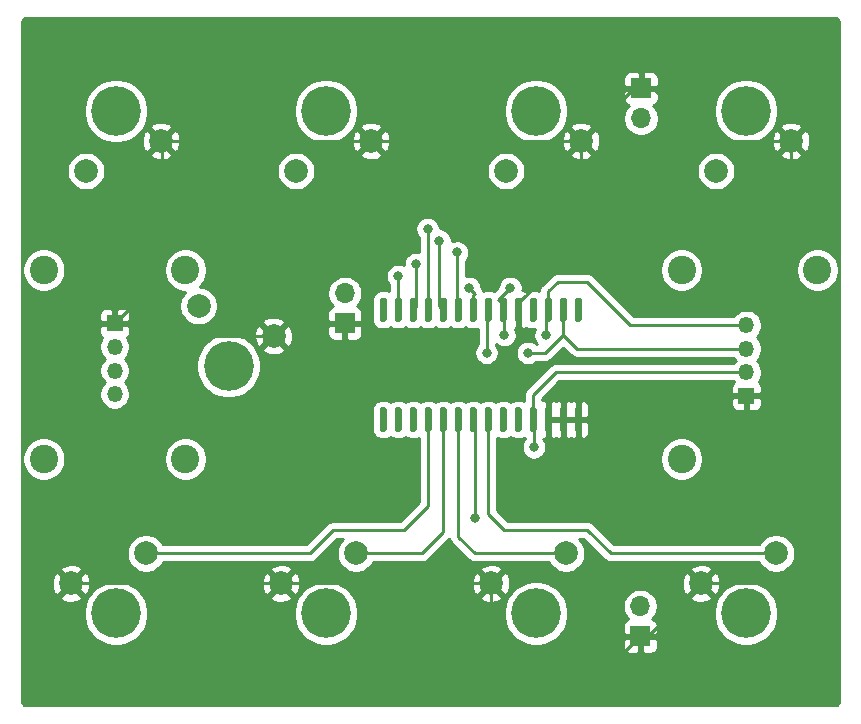
<source format=gbl>
G04 #@! TF.GenerationSoftware,KiCad,Pcbnew,(5.1.8)-1*
G04 #@! TF.CreationDate,2021-12-03T11:16:52+09:00*
G04 #@! TF.ProjectId,windsynth,77696e64-7379-46e7-9468-2e6b69636164,rev?*
G04 #@! TF.SameCoordinates,Original*
G04 #@! TF.FileFunction,Copper,L2,Bot*
G04 #@! TF.FilePolarity,Positive*
%FSLAX46Y46*%
G04 Gerber Fmt 4.6, Leading zero omitted, Abs format (unit mm)*
G04 Created by KiCad (PCBNEW (5.1.8)-1) date 2021-12-03 11:16:52*
%MOMM*%
%LPD*%
G01*
G04 APERTURE LIST*
G04 #@! TA.AperFunction,ComponentPad*
%ADD10R,1.350000X1.350000*%
G04 #@! TD*
G04 #@! TA.AperFunction,ComponentPad*
%ADD11O,1.350000X1.350000*%
G04 #@! TD*
G04 #@! TA.AperFunction,ComponentPad*
%ADD12C,4.200000*%
G04 #@! TD*
G04 #@! TA.AperFunction,ComponentPad*
%ADD13C,2.000000*%
G04 #@! TD*
G04 #@! TA.AperFunction,ComponentPad*
%ADD14R,1.700000X1.700000*%
G04 #@! TD*
G04 #@! TA.AperFunction,ComponentPad*
%ADD15O,1.700000X1.700000*%
G04 #@! TD*
G04 #@! TA.AperFunction,ViaPad*
%ADD16C,2.400000*%
G04 #@! TD*
G04 #@! TA.AperFunction,ViaPad*
%ADD17C,0.800000*%
G04 #@! TD*
G04 #@! TA.AperFunction,ViaPad*
%ADD18C,2.200000*%
G04 #@! TD*
G04 #@! TA.AperFunction,Conductor*
%ADD19C,0.250000*%
G04 #@! TD*
G04 #@! TA.AperFunction,Conductor*
%ADD20C,0.254000*%
G04 #@! TD*
G04 #@! TA.AperFunction,Conductor*
%ADD21C,0.100000*%
G04 #@! TD*
G04 APERTURE END LIST*
D10*
G04 #@! TO.P,I2C,1*
G04 #@! TO.N,GND*
X188000000Y-97155000D03*
D11*
G04 #@! TO.P,I2C,2*
G04 #@! TO.N,+3V3*
X188000000Y-95155000D03*
G04 #@! TO.P,I2C,3*
G04 #@! TO.N,Net-(J1-Pad3)*
X188000000Y-93155000D03*
G04 #@! TO.P,I2C,4*
G04 #@! TO.N,Net-(J1-Pad4)*
X188000000Y-91155000D03*
G04 #@! TD*
G04 #@! TO.P,I2C,4*
G04 #@! TO.N,Net-(J1-Pad4)*
X134500000Y-97000000D03*
G04 #@! TO.P,I2C,3*
G04 #@! TO.N,Net-(J1-Pad3)*
X134500000Y-95000000D03*
G04 #@! TO.P,I2C,2*
G04 #@! TO.N,+3V3*
X134500000Y-93000000D03*
D10*
G04 #@! TO.P,I2C,1*
G04 #@! TO.N,GND*
X134500000Y-91000000D03*
G04 #@! TD*
D12*
G04 #@! TO.P,KeyLowC,3*
G04 #@! TO.N,N/C*
X187960000Y-115570000D03*
D13*
G04 #@! TO.P,KeyLowC,2*
G04 #@! TO.N,Net-(SW1-Pad2)*
X190500000Y-110490000D03*
G04 #@! TO.P,KeyLowC,1*
G04 #@! TO.N,GND*
X184150000Y-113030000D03*
G04 #@! TD*
D14*
G04 #@! TO.P,KeyEb,1*
G04 #@! TO.N,GND*
X179000000Y-117500000D03*
D15*
G04 #@! TO.P,KeyEb,2*
G04 #@! TO.N,Net-(SW2-Pad2)*
X179000000Y-114960000D03*
G04 #@! TD*
D12*
G04 #@! TO.P,KeyD,3*
G04 #@! TO.N,N/C*
X170180000Y-115570000D03*
D13*
G04 #@! TO.P,KeyD,2*
G04 #@! TO.N,Net-(SW3-Pad2)*
X172720000Y-110490000D03*
G04 #@! TO.P,KeyD,1*
G04 #@! TO.N,GND*
X166370000Y-113030000D03*
G04 #@! TD*
D12*
G04 #@! TO.P,KeyE,3*
G04 #@! TO.N,N/C*
X152400000Y-115570000D03*
D13*
G04 #@! TO.P,KeyE,2*
G04 #@! TO.N,Net-(SW4-Pad2)*
X154940000Y-110490000D03*
G04 #@! TO.P,KeyE,1*
G04 #@! TO.N,GND*
X148590000Y-113030000D03*
G04 #@! TD*
G04 #@! TO.P,KeyF,1*
G04 #@! TO.N,GND*
X130810000Y-113030000D03*
G04 #@! TO.P,KeyF,2*
G04 #@! TO.N,Net-(SW5-Pad2)*
X137160000Y-110490000D03*
D12*
G04 #@! TO.P,KeyF,3*
G04 #@! TO.N,N/C*
X134620000Y-115570000D03*
G04 #@! TD*
G04 #@! TO.P,KeyLowCs,3*
G04 #@! TO.N,N/C*
X187960000Y-73025000D03*
D13*
G04 #@! TO.P,KeyLowCs,2*
G04 #@! TO.N,Net-(SW6-Pad2)*
X185420000Y-78105000D03*
G04 #@! TO.P,KeyLowCs,1*
G04 #@! TO.N,GND*
X191770000Y-75565000D03*
G04 #@! TD*
D15*
G04 #@! TO.P,KeyGs,2*
G04 #@! TO.N,Net-(SW7-Pad2)*
X179070000Y-73660000D03*
D14*
G04 #@! TO.P,KeyGs,1*
G04 #@! TO.N,GND*
X179070000Y-71120000D03*
G04 #@! TD*
D13*
G04 #@! TO.P,KeyG,1*
G04 #@! TO.N,GND*
X173990000Y-75565000D03*
G04 #@! TO.P,KeyG,2*
G04 #@! TO.N,Net-(SW8-Pad2)*
X167640000Y-78105000D03*
D12*
G04 #@! TO.P,KeyG,3*
G04 #@! TO.N,N/C*
X170180000Y-73025000D03*
G04 #@! TD*
G04 #@! TO.P,KeyA,3*
G04 #@! TO.N,N/C*
X152400000Y-73025000D03*
D13*
G04 #@! TO.P,KeyA,2*
G04 #@! TO.N,Net-(SW9-Pad2)*
X149860000Y-78105000D03*
G04 #@! TO.P,KeyA,1*
G04 #@! TO.N,GND*
X156210000Y-75565000D03*
G04 #@! TD*
G04 #@! TO.P,KeyB,1*
G04 #@! TO.N,GND*
X138430000Y-75565000D03*
G04 #@! TO.P,KeyB,2*
G04 #@! TO.N,Net-(SW10-Pad2)*
X132080000Y-78105000D03*
D12*
G04 #@! TO.P,KeyB,3*
G04 #@! TO.N,N/C*
X134620000Y-73025000D03*
G04 #@! TD*
D14*
G04 #@! TO.P,KeyDown,1*
G04 #@! TO.N,GND*
X154000000Y-91000000D03*
D15*
G04 #@! TO.P,KeyDown,2*
G04 #@! TO.N,Net-(SW11-Pad2)*
X154000000Y-88460000D03*
G04 #@! TD*
D13*
G04 #@! TO.P,KeyUp,1*
G04 #@! TO.N,GND*
X147955000Y-92075000D03*
G04 #@! TO.P,KeyUp,2*
G04 #@! TO.N,Net-(SW12-Pad2)*
X141605000Y-89535000D03*
D12*
G04 #@! TO.P,KeyUp,3*
G04 #@! TO.N,N/C*
X144145000Y-94615000D03*
G04 #@! TD*
G04 #@! TO.P,MCP23017,1*
G04 #@! TO.N,Net-(U1-Pad1)*
G04 #@! TA.AperFunction,SMDPad,CuDef*
G36*
G01*
X157095000Y-88825000D02*
X157395000Y-88825000D01*
G75*
G02*
X157545000Y-88975000I0J-150000D01*
G01*
X157545000Y-90725000D01*
G75*
G02*
X157395000Y-90875000I-150000J0D01*
G01*
X157095000Y-90875000D01*
G75*
G02*
X156945000Y-90725000I0J150000D01*
G01*
X156945000Y-88975000D01*
G75*
G02*
X157095000Y-88825000I150000J0D01*
G01*
G37*
G04 #@! TD.AperFunction*
G04 #@! TO.P,MCP23017,2*
G04 #@! TO.N,Net-(SW6-Pad2)*
G04 #@! TA.AperFunction,SMDPad,CuDef*
G36*
G01*
X158365000Y-88825000D02*
X158665000Y-88825000D01*
G75*
G02*
X158815000Y-88975000I0J-150000D01*
G01*
X158815000Y-90725000D01*
G75*
G02*
X158665000Y-90875000I-150000J0D01*
G01*
X158365000Y-90875000D01*
G75*
G02*
X158215000Y-90725000I0J150000D01*
G01*
X158215000Y-88975000D01*
G75*
G02*
X158365000Y-88825000I150000J0D01*
G01*
G37*
G04 #@! TD.AperFunction*
G04 #@! TO.P,MCP23017,3*
G04 #@! TO.N,Net-(SW7-Pad2)*
G04 #@! TA.AperFunction,SMDPad,CuDef*
G36*
G01*
X159635000Y-88825000D02*
X159935000Y-88825000D01*
G75*
G02*
X160085000Y-88975000I0J-150000D01*
G01*
X160085000Y-90725000D01*
G75*
G02*
X159935000Y-90875000I-150000J0D01*
G01*
X159635000Y-90875000D01*
G75*
G02*
X159485000Y-90725000I0J150000D01*
G01*
X159485000Y-88975000D01*
G75*
G02*
X159635000Y-88825000I150000J0D01*
G01*
G37*
G04 #@! TD.AperFunction*
G04 #@! TO.P,MCP23017,4*
G04 #@! TO.N,Net-(SW8-Pad2)*
G04 #@! TA.AperFunction,SMDPad,CuDef*
G36*
G01*
X160905000Y-88825000D02*
X161205000Y-88825000D01*
G75*
G02*
X161355000Y-88975000I0J-150000D01*
G01*
X161355000Y-90725000D01*
G75*
G02*
X161205000Y-90875000I-150000J0D01*
G01*
X160905000Y-90875000D01*
G75*
G02*
X160755000Y-90725000I0J150000D01*
G01*
X160755000Y-88975000D01*
G75*
G02*
X160905000Y-88825000I150000J0D01*
G01*
G37*
G04 #@! TD.AperFunction*
G04 #@! TO.P,MCP23017,5*
G04 #@! TO.N,Net-(SW9-Pad2)*
G04 #@! TA.AperFunction,SMDPad,CuDef*
G36*
G01*
X162175000Y-88825000D02*
X162475000Y-88825000D01*
G75*
G02*
X162625000Y-88975000I0J-150000D01*
G01*
X162625000Y-90725000D01*
G75*
G02*
X162475000Y-90875000I-150000J0D01*
G01*
X162175000Y-90875000D01*
G75*
G02*
X162025000Y-90725000I0J150000D01*
G01*
X162025000Y-88975000D01*
G75*
G02*
X162175000Y-88825000I150000J0D01*
G01*
G37*
G04 #@! TD.AperFunction*
G04 #@! TO.P,MCP23017,6*
G04 #@! TO.N,Net-(SW10-Pad2)*
G04 #@! TA.AperFunction,SMDPad,CuDef*
G36*
G01*
X163445000Y-88825000D02*
X163745000Y-88825000D01*
G75*
G02*
X163895000Y-88975000I0J-150000D01*
G01*
X163895000Y-90725000D01*
G75*
G02*
X163745000Y-90875000I-150000J0D01*
G01*
X163445000Y-90875000D01*
G75*
G02*
X163295000Y-90725000I0J150000D01*
G01*
X163295000Y-88975000D01*
G75*
G02*
X163445000Y-88825000I150000J0D01*
G01*
G37*
G04 #@! TD.AperFunction*
G04 #@! TO.P,MCP23017,7*
G04 #@! TO.N,Net-(SW11-Pad2)*
G04 #@! TA.AperFunction,SMDPad,CuDef*
G36*
G01*
X164715000Y-88825000D02*
X165015000Y-88825000D01*
G75*
G02*
X165165000Y-88975000I0J-150000D01*
G01*
X165165000Y-90725000D01*
G75*
G02*
X165015000Y-90875000I-150000J0D01*
G01*
X164715000Y-90875000D01*
G75*
G02*
X164565000Y-90725000I0J150000D01*
G01*
X164565000Y-88975000D01*
G75*
G02*
X164715000Y-88825000I150000J0D01*
G01*
G37*
G04 #@! TD.AperFunction*
G04 #@! TO.P,MCP23017,8*
G04 #@! TO.N,Net-(SW12-Pad2)*
G04 #@! TA.AperFunction,SMDPad,CuDef*
G36*
G01*
X165985000Y-88825000D02*
X166285000Y-88825000D01*
G75*
G02*
X166435000Y-88975000I0J-150000D01*
G01*
X166435000Y-90725000D01*
G75*
G02*
X166285000Y-90875000I-150000J0D01*
G01*
X165985000Y-90875000D01*
G75*
G02*
X165835000Y-90725000I0J150000D01*
G01*
X165835000Y-88975000D01*
G75*
G02*
X165985000Y-88825000I150000J0D01*
G01*
G37*
G04 #@! TD.AperFunction*
G04 #@! TO.P,MCP23017,9*
G04 #@! TO.N,+3V3*
G04 #@! TA.AperFunction,SMDPad,CuDef*
G36*
G01*
X167255000Y-88825000D02*
X167555000Y-88825000D01*
G75*
G02*
X167705000Y-88975000I0J-150000D01*
G01*
X167705000Y-90725000D01*
G75*
G02*
X167555000Y-90875000I-150000J0D01*
G01*
X167255000Y-90875000D01*
G75*
G02*
X167105000Y-90725000I0J150000D01*
G01*
X167105000Y-88975000D01*
G75*
G02*
X167255000Y-88825000I150000J0D01*
G01*
G37*
G04 #@! TD.AperFunction*
G04 #@! TO.P,MCP23017,10*
G04 #@! TO.N,GND*
G04 #@! TA.AperFunction,SMDPad,CuDef*
G36*
G01*
X168525000Y-88825000D02*
X168825000Y-88825000D01*
G75*
G02*
X168975000Y-88975000I0J-150000D01*
G01*
X168975000Y-90725000D01*
G75*
G02*
X168825000Y-90875000I-150000J0D01*
G01*
X168525000Y-90875000D01*
G75*
G02*
X168375000Y-90725000I0J150000D01*
G01*
X168375000Y-88975000D01*
G75*
G02*
X168525000Y-88825000I150000J0D01*
G01*
G37*
G04 #@! TD.AperFunction*
G04 #@! TO.P,MCP23017,11*
G04 #@! TO.N,Net-(U1-Pad11)*
G04 #@! TA.AperFunction,SMDPad,CuDef*
G36*
G01*
X169795000Y-88825000D02*
X170095000Y-88825000D01*
G75*
G02*
X170245000Y-88975000I0J-150000D01*
G01*
X170245000Y-90725000D01*
G75*
G02*
X170095000Y-90875000I-150000J0D01*
G01*
X169795000Y-90875000D01*
G75*
G02*
X169645000Y-90725000I0J150000D01*
G01*
X169645000Y-88975000D01*
G75*
G02*
X169795000Y-88825000I150000J0D01*
G01*
G37*
G04 #@! TD.AperFunction*
G04 #@! TO.P,MCP23017,12*
G04 #@! TO.N,Net-(J1-Pad4)*
G04 #@! TA.AperFunction,SMDPad,CuDef*
G36*
G01*
X171065000Y-88825000D02*
X171365000Y-88825000D01*
G75*
G02*
X171515000Y-88975000I0J-150000D01*
G01*
X171515000Y-90725000D01*
G75*
G02*
X171365000Y-90875000I-150000J0D01*
G01*
X171065000Y-90875000D01*
G75*
G02*
X170915000Y-90725000I0J150000D01*
G01*
X170915000Y-88975000D01*
G75*
G02*
X171065000Y-88825000I150000J0D01*
G01*
G37*
G04 #@! TD.AperFunction*
G04 #@! TO.P,MCP23017,13*
G04 #@! TO.N,Net-(J1-Pad3)*
G04 #@! TA.AperFunction,SMDPad,CuDef*
G36*
G01*
X172335000Y-88825000D02*
X172635000Y-88825000D01*
G75*
G02*
X172785000Y-88975000I0J-150000D01*
G01*
X172785000Y-90725000D01*
G75*
G02*
X172635000Y-90875000I-150000J0D01*
G01*
X172335000Y-90875000D01*
G75*
G02*
X172185000Y-90725000I0J150000D01*
G01*
X172185000Y-88975000D01*
G75*
G02*
X172335000Y-88825000I150000J0D01*
G01*
G37*
G04 #@! TD.AperFunction*
G04 #@! TO.P,MCP23017,14*
G04 #@! TO.N,Net-(U1-Pad14)*
G04 #@! TA.AperFunction,SMDPad,CuDef*
G36*
G01*
X173605000Y-88825000D02*
X173905000Y-88825000D01*
G75*
G02*
X174055000Y-88975000I0J-150000D01*
G01*
X174055000Y-90725000D01*
G75*
G02*
X173905000Y-90875000I-150000J0D01*
G01*
X173605000Y-90875000D01*
G75*
G02*
X173455000Y-90725000I0J150000D01*
G01*
X173455000Y-88975000D01*
G75*
G02*
X173605000Y-88825000I150000J0D01*
G01*
G37*
G04 #@! TD.AperFunction*
G04 #@! TO.P,MCP23017,15*
G04 #@! TO.N,GND*
G04 #@! TA.AperFunction,SMDPad,CuDef*
G36*
G01*
X173605000Y-98125000D02*
X173905000Y-98125000D01*
G75*
G02*
X174055000Y-98275000I0J-150000D01*
G01*
X174055000Y-100025000D01*
G75*
G02*
X173905000Y-100175000I-150000J0D01*
G01*
X173605000Y-100175000D01*
G75*
G02*
X173455000Y-100025000I0J150000D01*
G01*
X173455000Y-98275000D01*
G75*
G02*
X173605000Y-98125000I150000J0D01*
G01*
G37*
G04 #@! TD.AperFunction*
G04 #@! TO.P,MCP23017,16*
G04 #@! TA.AperFunction,SMDPad,CuDef*
G36*
G01*
X172335000Y-98125000D02*
X172635000Y-98125000D01*
G75*
G02*
X172785000Y-98275000I0J-150000D01*
G01*
X172785000Y-100025000D01*
G75*
G02*
X172635000Y-100175000I-150000J0D01*
G01*
X172335000Y-100175000D01*
G75*
G02*
X172185000Y-100025000I0J150000D01*
G01*
X172185000Y-98275000D01*
G75*
G02*
X172335000Y-98125000I150000J0D01*
G01*
G37*
G04 #@! TD.AperFunction*
G04 #@! TO.P,MCP23017,17*
G04 #@! TA.AperFunction,SMDPad,CuDef*
G36*
G01*
X171065000Y-98125000D02*
X171365000Y-98125000D01*
G75*
G02*
X171515000Y-98275000I0J-150000D01*
G01*
X171515000Y-100025000D01*
G75*
G02*
X171365000Y-100175000I-150000J0D01*
G01*
X171065000Y-100175000D01*
G75*
G02*
X170915000Y-100025000I0J150000D01*
G01*
X170915000Y-98275000D01*
G75*
G02*
X171065000Y-98125000I150000J0D01*
G01*
G37*
G04 #@! TD.AperFunction*
G04 #@! TO.P,MCP23017,18*
G04 #@! TO.N,+3V3*
G04 #@! TA.AperFunction,SMDPad,CuDef*
G36*
G01*
X169795000Y-98125000D02*
X170095000Y-98125000D01*
G75*
G02*
X170245000Y-98275000I0J-150000D01*
G01*
X170245000Y-100025000D01*
G75*
G02*
X170095000Y-100175000I-150000J0D01*
G01*
X169795000Y-100175000D01*
G75*
G02*
X169645000Y-100025000I0J150000D01*
G01*
X169645000Y-98275000D01*
G75*
G02*
X169795000Y-98125000I150000J0D01*
G01*
G37*
G04 #@! TD.AperFunction*
G04 #@! TO.P,MCP23017,19*
G04 #@! TO.N,Net-(U1-Pad19)*
G04 #@! TA.AperFunction,SMDPad,CuDef*
G36*
G01*
X168525000Y-98125000D02*
X168825000Y-98125000D01*
G75*
G02*
X168975000Y-98275000I0J-150000D01*
G01*
X168975000Y-100025000D01*
G75*
G02*
X168825000Y-100175000I-150000J0D01*
G01*
X168525000Y-100175000D01*
G75*
G02*
X168375000Y-100025000I0J150000D01*
G01*
X168375000Y-98275000D01*
G75*
G02*
X168525000Y-98125000I150000J0D01*
G01*
G37*
G04 #@! TD.AperFunction*
G04 #@! TO.P,MCP23017,20*
G04 #@! TO.N,Net-(U1-Pad20)*
G04 #@! TA.AperFunction,SMDPad,CuDef*
G36*
G01*
X167255000Y-98125000D02*
X167555000Y-98125000D01*
G75*
G02*
X167705000Y-98275000I0J-150000D01*
G01*
X167705000Y-100025000D01*
G75*
G02*
X167555000Y-100175000I-150000J0D01*
G01*
X167255000Y-100175000D01*
G75*
G02*
X167105000Y-100025000I0J150000D01*
G01*
X167105000Y-98275000D01*
G75*
G02*
X167255000Y-98125000I150000J0D01*
G01*
G37*
G04 #@! TD.AperFunction*
G04 #@! TO.P,MCP23017,21*
G04 #@! TO.N,Net-(SW1-Pad2)*
G04 #@! TA.AperFunction,SMDPad,CuDef*
G36*
G01*
X165985000Y-98125000D02*
X166285000Y-98125000D01*
G75*
G02*
X166435000Y-98275000I0J-150000D01*
G01*
X166435000Y-100025000D01*
G75*
G02*
X166285000Y-100175000I-150000J0D01*
G01*
X165985000Y-100175000D01*
G75*
G02*
X165835000Y-100025000I0J150000D01*
G01*
X165835000Y-98275000D01*
G75*
G02*
X165985000Y-98125000I150000J0D01*
G01*
G37*
G04 #@! TD.AperFunction*
G04 #@! TO.P,MCP23017,22*
G04 #@! TO.N,Net-(SW2-Pad2)*
G04 #@! TA.AperFunction,SMDPad,CuDef*
G36*
G01*
X164715000Y-98125000D02*
X165015000Y-98125000D01*
G75*
G02*
X165165000Y-98275000I0J-150000D01*
G01*
X165165000Y-100025000D01*
G75*
G02*
X165015000Y-100175000I-150000J0D01*
G01*
X164715000Y-100175000D01*
G75*
G02*
X164565000Y-100025000I0J150000D01*
G01*
X164565000Y-98275000D01*
G75*
G02*
X164715000Y-98125000I150000J0D01*
G01*
G37*
G04 #@! TD.AperFunction*
G04 #@! TO.P,MCP23017,23*
G04 #@! TO.N,Net-(SW3-Pad2)*
G04 #@! TA.AperFunction,SMDPad,CuDef*
G36*
G01*
X163445000Y-98125000D02*
X163745000Y-98125000D01*
G75*
G02*
X163895000Y-98275000I0J-150000D01*
G01*
X163895000Y-100025000D01*
G75*
G02*
X163745000Y-100175000I-150000J0D01*
G01*
X163445000Y-100175000D01*
G75*
G02*
X163295000Y-100025000I0J150000D01*
G01*
X163295000Y-98275000D01*
G75*
G02*
X163445000Y-98125000I150000J0D01*
G01*
G37*
G04 #@! TD.AperFunction*
G04 #@! TO.P,MCP23017,24*
G04 #@! TO.N,Net-(SW4-Pad2)*
G04 #@! TA.AperFunction,SMDPad,CuDef*
G36*
G01*
X162175000Y-98125000D02*
X162475000Y-98125000D01*
G75*
G02*
X162625000Y-98275000I0J-150000D01*
G01*
X162625000Y-100025000D01*
G75*
G02*
X162475000Y-100175000I-150000J0D01*
G01*
X162175000Y-100175000D01*
G75*
G02*
X162025000Y-100025000I0J150000D01*
G01*
X162025000Y-98275000D01*
G75*
G02*
X162175000Y-98125000I150000J0D01*
G01*
G37*
G04 #@! TD.AperFunction*
G04 #@! TO.P,MCP23017,25*
G04 #@! TO.N,Net-(SW5-Pad2)*
G04 #@! TA.AperFunction,SMDPad,CuDef*
G36*
G01*
X160905000Y-98125000D02*
X161205000Y-98125000D01*
G75*
G02*
X161355000Y-98275000I0J-150000D01*
G01*
X161355000Y-100025000D01*
G75*
G02*
X161205000Y-100175000I-150000J0D01*
G01*
X160905000Y-100175000D01*
G75*
G02*
X160755000Y-100025000I0J150000D01*
G01*
X160755000Y-98275000D01*
G75*
G02*
X160905000Y-98125000I150000J0D01*
G01*
G37*
G04 #@! TD.AperFunction*
G04 #@! TO.P,MCP23017,26*
G04 #@! TO.N,Net-(U1-Pad26)*
G04 #@! TA.AperFunction,SMDPad,CuDef*
G36*
G01*
X159635000Y-98125000D02*
X159935000Y-98125000D01*
G75*
G02*
X160085000Y-98275000I0J-150000D01*
G01*
X160085000Y-100025000D01*
G75*
G02*
X159935000Y-100175000I-150000J0D01*
G01*
X159635000Y-100175000D01*
G75*
G02*
X159485000Y-100025000I0J150000D01*
G01*
X159485000Y-98275000D01*
G75*
G02*
X159635000Y-98125000I150000J0D01*
G01*
G37*
G04 #@! TD.AperFunction*
G04 #@! TO.P,MCP23017,27*
G04 #@! TO.N,Net-(U1-Pad27)*
G04 #@! TA.AperFunction,SMDPad,CuDef*
G36*
G01*
X158365000Y-98125000D02*
X158665000Y-98125000D01*
G75*
G02*
X158815000Y-98275000I0J-150000D01*
G01*
X158815000Y-100025000D01*
G75*
G02*
X158665000Y-100175000I-150000J0D01*
G01*
X158365000Y-100175000D01*
G75*
G02*
X158215000Y-100025000I0J150000D01*
G01*
X158215000Y-98275000D01*
G75*
G02*
X158365000Y-98125000I150000J0D01*
G01*
G37*
G04 #@! TD.AperFunction*
G04 #@! TO.P,MCP23017,28*
G04 #@! TO.N,Net-(U1-Pad28)*
G04 #@! TA.AperFunction,SMDPad,CuDef*
G36*
G01*
X157095000Y-98125000D02*
X157395000Y-98125000D01*
G75*
G02*
X157545000Y-98275000I0J-150000D01*
G01*
X157545000Y-100025000D01*
G75*
G02*
X157395000Y-100175000I-150000J0D01*
G01*
X157095000Y-100175000D01*
G75*
G02*
X156945000Y-100025000I0J150000D01*
G01*
X156945000Y-98275000D01*
G75*
G02*
X157095000Y-98125000I150000J0D01*
G01*
G37*
G04 #@! TD.AperFunction*
G04 #@! TD*
D16*
G04 #@! TO.N,*
X182500000Y-86500000D03*
X182500000Y-102500000D03*
X128500000Y-86500000D03*
X128500000Y-102500000D03*
X140500000Y-86500000D03*
X140500000Y-102500000D03*
X194000000Y-86500000D03*
G04 #@! TO.N,GND*
X194000000Y-102500000D03*
D17*
G04 #@! TO.N,Net-(J1-Pad4)*
X171000000Y-92000000D03*
G04 #@! TO.N,Net-(J1-Pad3)*
X169500000Y-93500000D03*
D18*
G04 #@! TO.N,GND*
X191500000Y-68500000D03*
X176500000Y-83500000D03*
X171500000Y-68500000D03*
X184000000Y-81500000D03*
X191500000Y-81500000D03*
X181500000Y-68500000D03*
X161500000Y-68500000D03*
X151500000Y-68500000D03*
X141500000Y-68500000D03*
X131500000Y-68500000D03*
D17*
G04 #@! TO.N,+3V3*
X170000000Y-101500000D03*
X168000000Y-88000000D03*
X167500000Y-92000000D03*
G04 #@! TO.N,Net-(SW2-Pad2)*
X165000000Y-107500000D03*
G04 #@! TO.N,Net-(SW6-Pad2)*
X158500000Y-87000000D03*
G04 #@! TO.N,Net-(SW7-Pad2)*
X160000000Y-86000000D03*
G04 #@! TO.N,Net-(SW8-Pad2)*
X161000000Y-83000000D03*
G04 #@! TO.N,Net-(SW9-Pad2)*
X162000000Y-84000000D03*
G04 #@! TO.N,Net-(SW10-Pad2)*
X163500000Y-85000000D03*
G04 #@! TO.N,Net-(SW11-Pad2)*
X164500000Y-88000000D03*
G04 #@! TO.N,Net-(SW12-Pad2)*
X166000000Y-93500000D03*
G04 #@! TD*
D19*
G04 #@! TO.N,Net-(J1-Pad4)*
X171215000Y-88285000D02*
X171215000Y-89850000D01*
X172000000Y-87500000D02*
X171215000Y-88285000D01*
X174500000Y-87500000D02*
X172000000Y-87500000D01*
X178155000Y-91155000D02*
X174500000Y-87500000D01*
X171000000Y-90065000D02*
X171215000Y-89850000D01*
X171000000Y-92000000D02*
X171000000Y-90065000D01*
X178155000Y-91155000D02*
X188000000Y-91155000D01*
G04 #@! TO.N,Net-(J1-Pad3)*
X172485000Y-91985000D02*
X172485000Y-89850000D01*
X173655000Y-93155000D02*
X172485000Y-91985000D01*
X170970000Y-93500000D02*
X172485000Y-91985000D01*
X169500000Y-93500000D02*
X170970000Y-93500000D01*
X173655000Y-93155000D02*
X188000000Y-93155000D01*
G04 #@! TO.N,GND*
X178435000Y-71120000D02*
X179070000Y-71120000D01*
X173990000Y-75565000D02*
X178435000Y-71120000D01*
X179070000Y-71120000D02*
X180120000Y-71120000D01*
X184565000Y-75565000D02*
X191770000Y-75565000D01*
X180120000Y-71120000D02*
X184565000Y-75565000D01*
X173990000Y-75565000D02*
X156210000Y-75565000D01*
X156210000Y-75565000D02*
X138430000Y-75565000D01*
X130810000Y-113030000D02*
X148590000Y-113030000D01*
X148590000Y-113030000D02*
X166370000Y-113030000D01*
X166370000Y-113030000D02*
X166370000Y-117870000D01*
X166370000Y-117870000D02*
X167500000Y-119000000D01*
X177500000Y-119000000D02*
X179000000Y-117500000D01*
X167500000Y-119000000D02*
X177500000Y-119000000D01*
X179680000Y-117500000D02*
X184150000Y-113030000D01*
X179000000Y-117500000D02*
X179680000Y-117500000D01*
X184150000Y-113030000D02*
X192470000Y-113030000D01*
X192470000Y-113030000D02*
X193500000Y-112000000D01*
X173755000Y-97745000D02*
X173755000Y-99150000D01*
X171215000Y-99150000D02*
X171215000Y-97785000D01*
X174250000Y-97250000D02*
X173755000Y-97745000D01*
X171215000Y-97785000D02*
X171750000Y-97250000D01*
X174345000Y-97155000D02*
X174250000Y-97250000D01*
X172485000Y-97515000D02*
X172750000Y-97250000D01*
X172750000Y-97250000D02*
X174250000Y-97250000D01*
X172485000Y-99150000D02*
X172485000Y-97515000D01*
X171750000Y-97250000D02*
X172750000Y-97250000D01*
X168675000Y-89850000D02*
X168675000Y-89325000D01*
X173990000Y-84010000D02*
X173990000Y-75565000D01*
X168675000Y-89325000D02*
X173990000Y-84010000D01*
X134500000Y-91000000D02*
X138500000Y-87000000D01*
X191770000Y-94385000D02*
X191770000Y-75565000D01*
X149030000Y-91000000D02*
X147955000Y-92075000D01*
X154000000Y-91000000D02*
X149030000Y-91000000D01*
X138500000Y-75635000D02*
X138430000Y-75565000D01*
X138500000Y-87000000D02*
X138500000Y-75635000D01*
X189000000Y-97155000D02*
X191770000Y-94385000D01*
X188000000Y-97155000D02*
X189000000Y-97155000D01*
X188000000Y-97155000D02*
X174345000Y-97155000D01*
X134500000Y-91000000D02*
X136500000Y-91000000D01*
X137575000Y-92075000D02*
X147955000Y-92075000D01*
X136500000Y-91000000D02*
X137575000Y-92075000D01*
X193500000Y-112000000D02*
X193500000Y-107000000D01*
X193500000Y-107000000D02*
X191500000Y-107000000D01*
X188000000Y-103500000D02*
X188000000Y-97155000D01*
X191500000Y-107000000D02*
X188000000Y-103500000D01*
G04 #@! TO.N,+3V3*
X169945000Y-97055000D02*
X169945000Y-99150000D01*
X171845000Y-95155000D02*
X169945000Y-97055000D01*
X170000000Y-99205000D02*
X169945000Y-99150000D01*
X170000000Y-101500000D02*
X170000000Y-99205000D01*
X168000000Y-88000000D02*
X167000000Y-89000000D01*
X167405000Y-89405000D02*
X167405000Y-89850000D01*
X167000000Y-89000000D02*
X167405000Y-89405000D01*
X167500000Y-89945000D02*
X167405000Y-89850000D01*
X167500000Y-92000000D02*
X167500000Y-89945000D01*
X171845000Y-95155000D02*
X188000000Y-95155000D01*
G04 #@! TO.N,Net-(SW1-Pad2)*
X190500000Y-110490000D02*
X176490000Y-110490000D01*
X176490000Y-110490000D02*
X174500000Y-108500000D01*
X174500000Y-108500000D02*
X167500000Y-108500000D01*
X166135000Y-107135000D02*
X166135000Y-99150000D01*
X167500000Y-108500000D02*
X166135000Y-107135000D01*
G04 #@! TO.N,Net-(SW2-Pad2)*
X165000000Y-99285000D02*
X164865000Y-99150000D01*
X165000000Y-107500000D02*
X165000000Y-99285000D01*
G04 #@! TO.N,Net-(SW3-Pad2)*
X172720000Y-110490000D02*
X164990000Y-110490000D01*
X163595000Y-109095000D02*
X163595000Y-99150000D01*
X164990000Y-110490000D02*
X163595000Y-109095000D01*
G04 #@! TO.N,Net-(SW4-Pad2)*
X154940000Y-110490000D02*
X160510000Y-110490000D01*
X162325000Y-108675000D02*
X162325000Y-99150000D01*
X160510000Y-110490000D02*
X162325000Y-108675000D01*
G04 #@! TO.N,Net-(SW5-Pad2)*
X137160000Y-110490000D02*
X151010000Y-110490000D01*
X151010000Y-110490000D02*
X153000000Y-108500000D01*
X153000000Y-108500000D02*
X159000000Y-108500000D01*
X161055000Y-106445000D02*
X161055000Y-99150000D01*
X159000000Y-108500000D02*
X161055000Y-106445000D01*
G04 #@! TO.N,Net-(SW6-Pad2)*
X158500000Y-89835000D02*
X158515000Y-89850000D01*
X158500000Y-87000000D02*
X158500000Y-89835000D01*
G04 #@! TO.N,Net-(SW7-Pad2)*
X160000000Y-89635000D02*
X159785000Y-89850000D01*
X160000000Y-86000000D02*
X160000000Y-89635000D01*
G04 #@! TO.N,Net-(SW8-Pad2)*
X161000000Y-89795000D02*
X161055000Y-89850000D01*
X161000000Y-83000000D02*
X161000000Y-89795000D01*
G04 #@! TO.N,Net-(SW9-Pad2)*
X162000000Y-89525000D02*
X162325000Y-89850000D01*
X162000000Y-84000000D02*
X162000000Y-89525000D01*
G04 #@! TO.N,Net-(SW10-Pad2)*
X163500000Y-89755000D02*
X163595000Y-89850000D01*
X163500000Y-85000000D02*
X163500000Y-89755000D01*
G04 #@! TO.N,Net-(SW11-Pad2)*
X164500000Y-88000000D02*
X165000000Y-88500000D01*
X164865000Y-88635000D02*
X164865000Y-89850000D01*
X165000000Y-88500000D02*
X164865000Y-88635000D01*
G04 #@! TO.N,Net-(SW12-Pad2)*
X166000000Y-89985000D02*
X166135000Y-89850000D01*
X166000000Y-93500000D02*
X166000000Y-89985000D01*
G04 #@! TD*
D20*
G04 #@! TO.N,GND*
X195565424Y-65169580D02*
X195628356Y-65188580D01*
X195686405Y-65219445D01*
X195737343Y-65260989D01*
X195779248Y-65311644D01*
X195810515Y-65369471D01*
X195829956Y-65432272D01*
X195840001Y-65527845D01*
X195840000Y-122967721D01*
X195830420Y-123065424D01*
X195811420Y-123128357D01*
X195780554Y-123186406D01*
X195739011Y-123237343D01*
X195688356Y-123279248D01*
X195630529Y-123310515D01*
X195567728Y-123329956D01*
X195472165Y-123340000D01*
X127032279Y-123340000D01*
X126934576Y-123330420D01*
X126871643Y-123311420D01*
X126813594Y-123280554D01*
X126762657Y-123239011D01*
X126720752Y-123188356D01*
X126689485Y-123130529D01*
X126670044Y-123067728D01*
X126660000Y-122972165D01*
X126660000Y-118350000D01*
X177511928Y-118350000D01*
X177524188Y-118474482D01*
X177560498Y-118594180D01*
X177619463Y-118704494D01*
X177698815Y-118801185D01*
X177795506Y-118880537D01*
X177905820Y-118939502D01*
X178025518Y-118975812D01*
X178150000Y-118988072D01*
X178714250Y-118985000D01*
X178873000Y-118826250D01*
X178873000Y-117627000D01*
X179127000Y-117627000D01*
X179127000Y-118826250D01*
X179285750Y-118985000D01*
X179850000Y-118988072D01*
X179974482Y-118975812D01*
X180094180Y-118939502D01*
X180204494Y-118880537D01*
X180301185Y-118801185D01*
X180380537Y-118704494D01*
X180439502Y-118594180D01*
X180475812Y-118474482D01*
X180488072Y-118350000D01*
X180485000Y-117785750D01*
X180326250Y-117627000D01*
X179127000Y-117627000D01*
X178873000Y-117627000D01*
X177673750Y-117627000D01*
X177515000Y-117785750D01*
X177511928Y-118350000D01*
X126660000Y-118350000D01*
X126660000Y-115300626D01*
X131885000Y-115300626D01*
X131885000Y-115839374D01*
X131990105Y-116367770D01*
X132196275Y-116865508D01*
X132495587Y-117313461D01*
X132876539Y-117694413D01*
X133324492Y-117993725D01*
X133822230Y-118199895D01*
X134350626Y-118305000D01*
X134889374Y-118305000D01*
X135417770Y-118199895D01*
X135915508Y-117993725D01*
X136363461Y-117694413D01*
X136744413Y-117313461D01*
X137043725Y-116865508D01*
X137249895Y-116367770D01*
X137355000Y-115839374D01*
X137355000Y-115300626D01*
X149665000Y-115300626D01*
X149665000Y-115839374D01*
X149770105Y-116367770D01*
X149976275Y-116865508D01*
X150275587Y-117313461D01*
X150656539Y-117694413D01*
X151104492Y-117993725D01*
X151602230Y-118199895D01*
X152130626Y-118305000D01*
X152669374Y-118305000D01*
X153197770Y-118199895D01*
X153695508Y-117993725D01*
X154143461Y-117694413D01*
X154524413Y-117313461D01*
X154823725Y-116865508D01*
X155029895Y-116367770D01*
X155135000Y-115839374D01*
X155135000Y-115300626D01*
X167445000Y-115300626D01*
X167445000Y-115839374D01*
X167550105Y-116367770D01*
X167756275Y-116865508D01*
X168055587Y-117313461D01*
X168436539Y-117694413D01*
X168884492Y-117993725D01*
X169382230Y-118199895D01*
X169910626Y-118305000D01*
X170449374Y-118305000D01*
X170977770Y-118199895D01*
X171475508Y-117993725D01*
X171923461Y-117694413D01*
X172304413Y-117313461D01*
X172603725Y-116865508D01*
X172692991Y-116650000D01*
X177511928Y-116650000D01*
X177515000Y-117214250D01*
X177673750Y-117373000D01*
X178873000Y-117373000D01*
X178873000Y-117353000D01*
X179127000Y-117353000D01*
X179127000Y-117373000D01*
X180326250Y-117373000D01*
X180485000Y-117214250D01*
X180488072Y-116650000D01*
X180475812Y-116525518D01*
X180439502Y-116405820D01*
X180380537Y-116295506D01*
X180301185Y-116198815D01*
X180204494Y-116119463D01*
X180094180Y-116060498D01*
X180021620Y-116038487D01*
X180153475Y-115906632D01*
X180315990Y-115663411D01*
X180427932Y-115393158D01*
X180446337Y-115300626D01*
X185225000Y-115300626D01*
X185225000Y-115839374D01*
X185330105Y-116367770D01*
X185536275Y-116865508D01*
X185835587Y-117313461D01*
X186216539Y-117694413D01*
X186664492Y-117993725D01*
X187162230Y-118199895D01*
X187690626Y-118305000D01*
X188229374Y-118305000D01*
X188757770Y-118199895D01*
X189255508Y-117993725D01*
X189703461Y-117694413D01*
X190084413Y-117313461D01*
X190383725Y-116865508D01*
X190589895Y-116367770D01*
X190695000Y-115839374D01*
X190695000Y-115300626D01*
X190589895Y-114772230D01*
X190383725Y-114274492D01*
X190084413Y-113826539D01*
X189703461Y-113445587D01*
X189255508Y-113146275D01*
X188757770Y-112940105D01*
X188229374Y-112835000D01*
X187690626Y-112835000D01*
X187162230Y-112940105D01*
X186664492Y-113146275D01*
X186216539Y-113445587D01*
X185835587Y-113826539D01*
X185536275Y-114274492D01*
X185330105Y-114772230D01*
X185225000Y-115300626D01*
X180446337Y-115300626D01*
X180485000Y-115106260D01*
X180485000Y-114813740D01*
X180427932Y-114526842D01*
X180315990Y-114256589D01*
X180255069Y-114165413D01*
X183194192Y-114165413D01*
X183289956Y-114429814D01*
X183579571Y-114570704D01*
X183891108Y-114652384D01*
X184212595Y-114671718D01*
X184531675Y-114627961D01*
X184836088Y-114522795D01*
X185010044Y-114429814D01*
X185105808Y-114165413D01*
X184150000Y-113209605D01*
X183194192Y-114165413D01*
X180255069Y-114165413D01*
X180153475Y-114013368D01*
X179946632Y-113806525D01*
X179703411Y-113644010D01*
X179433158Y-113532068D01*
X179146260Y-113475000D01*
X178853740Y-113475000D01*
X178566842Y-113532068D01*
X178296589Y-113644010D01*
X178053368Y-113806525D01*
X177846525Y-114013368D01*
X177684010Y-114256589D01*
X177572068Y-114526842D01*
X177515000Y-114813740D01*
X177515000Y-115106260D01*
X177572068Y-115393158D01*
X177684010Y-115663411D01*
X177846525Y-115906632D01*
X177978380Y-116038487D01*
X177905820Y-116060498D01*
X177795506Y-116119463D01*
X177698815Y-116198815D01*
X177619463Y-116295506D01*
X177560498Y-116405820D01*
X177524188Y-116525518D01*
X177511928Y-116650000D01*
X172692991Y-116650000D01*
X172809895Y-116367770D01*
X172915000Y-115839374D01*
X172915000Y-115300626D01*
X172809895Y-114772230D01*
X172603725Y-114274492D01*
X172304413Y-113826539D01*
X171923461Y-113445587D01*
X171475508Y-113146275D01*
X171345914Y-113092595D01*
X182508282Y-113092595D01*
X182552039Y-113411675D01*
X182657205Y-113716088D01*
X182750186Y-113890044D01*
X183014587Y-113985808D01*
X183970395Y-113030000D01*
X184329605Y-113030000D01*
X185285413Y-113985808D01*
X185549814Y-113890044D01*
X185690704Y-113600429D01*
X185772384Y-113288892D01*
X185791718Y-112967405D01*
X185747961Y-112648325D01*
X185642795Y-112343912D01*
X185549814Y-112169956D01*
X185285413Y-112074192D01*
X184329605Y-113030000D01*
X183970395Y-113030000D01*
X183014587Y-112074192D01*
X182750186Y-112169956D01*
X182609296Y-112459571D01*
X182527616Y-112771108D01*
X182508282Y-113092595D01*
X171345914Y-113092595D01*
X170977770Y-112940105D01*
X170449374Y-112835000D01*
X169910626Y-112835000D01*
X169382230Y-112940105D01*
X168884492Y-113146275D01*
X168436539Y-113445587D01*
X168055587Y-113826539D01*
X167756275Y-114274492D01*
X167550105Y-114772230D01*
X167445000Y-115300626D01*
X155135000Y-115300626D01*
X155029895Y-114772230D01*
X154823725Y-114274492D01*
X154750841Y-114165413D01*
X165414192Y-114165413D01*
X165509956Y-114429814D01*
X165799571Y-114570704D01*
X166111108Y-114652384D01*
X166432595Y-114671718D01*
X166751675Y-114627961D01*
X167056088Y-114522795D01*
X167230044Y-114429814D01*
X167325808Y-114165413D01*
X166370000Y-113209605D01*
X165414192Y-114165413D01*
X154750841Y-114165413D01*
X154524413Y-113826539D01*
X154143461Y-113445587D01*
X153695508Y-113146275D01*
X153565914Y-113092595D01*
X164728282Y-113092595D01*
X164772039Y-113411675D01*
X164877205Y-113716088D01*
X164970186Y-113890044D01*
X165234587Y-113985808D01*
X166190395Y-113030000D01*
X166549605Y-113030000D01*
X167505413Y-113985808D01*
X167769814Y-113890044D01*
X167910704Y-113600429D01*
X167992384Y-113288892D01*
X168011718Y-112967405D01*
X167967961Y-112648325D01*
X167862795Y-112343912D01*
X167769814Y-112169956D01*
X167505413Y-112074192D01*
X166549605Y-113030000D01*
X166190395Y-113030000D01*
X165234587Y-112074192D01*
X164970186Y-112169956D01*
X164829296Y-112459571D01*
X164747616Y-112771108D01*
X164728282Y-113092595D01*
X153565914Y-113092595D01*
X153197770Y-112940105D01*
X152669374Y-112835000D01*
X152130626Y-112835000D01*
X151602230Y-112940105D01*
X151104492Y-113146275D01*
X150656539Y-113445587D01*
X150275587Y-113826539D01*
X149976275Y-114274492D01*
X149770105Y-114772230D01*
X149665000Y-115300626D01*
X137355000Y-115300626D01*
X137249895Y-114772230D01*
X137043725Y-114274492D01*
X136970841Y-114165413D01*
X147634192Y-114165413D01*
X147729956Y-114429814D01*
X148019571Y-114570704D01*
X148331108Y-114652384D01*
X148652595Y-114671718D01*
X148971675Y-114627961D01*
X149276088Y-114522795D01*
X149450044Y-114429814D01*
X149545808Y-114165413D01*
X148590000Y-113209605D01*
X147634192Y-114165413D01*
X136970841Y-114165413D01*
X136744413Y-113826539D01*
X136363461Y-113445587D01*
X135915508Y-113146275D01*
X135785914Y-113092595D01*
X146948282Y-113092595D01*
X146992039Y-113411675D01*
X147097205Y-113716088D01*
X147190186Y-113890044D01*
X147454587Y-113985808D01*
X148410395Y-113030000D01*
X148769605Y-113030000D01*
X149725413Y-113985808D01*
X149989814Y-113890044D01*
X150130704Y-113600429D01*
X150212384Y-113288892D01*
X150231718Y-112967405D01*
X150187961Y-112648325D01*
X150082795Y-112343912D01*
X149989814Y-112169956D01*
X149725413Y-112074192D01*
X148769605Y-113030000D01*
X148410395Y-113030000D01*
X147454587Y-112074192D01*
X147190186Y-112169956D01*
X147049296Y-112459571D01*
X146967616Y-112771108D01*
X146948282Y-113092595D01*
X135785914Y-113092595D01*
X135417770Y-112940105D01*
X134889374Y-112835000D01*
X134350626Y-112835000D01*
X133822230Y-112940105D01*
X133324492Y-113146275D01*
X132876539Y-113445587D01*
X132495587Y-113826539D01*
X132196275Y-114274492D01*
X131990105Y-114772230D01*
X131885000Y-115300626D01*
X126660000Y-115300626D01*
X126660000Y-114165413D01*
X129854192Y-114165413D01*
X129949956Y-114429814D01*
X130239571Y-114570704D01*
X130551108Y-114652384D01*
X130872595Y-114671718D01*
X131191675Y-114627961D01*
X131496088Y-114522795D01*
X131670044Y-114429814D01*
X131765808Y-114165413D01*
X130810000Y-113209605D01*
X129854192Y-114165413D01*
X126660000Y-114165413D01*
X126660000Y-113092595D01*
X129168282Y-113092595D01*
X129212039Y-113411675D01*
X129317205Y-113716088D01*
X129410186Y-113890044D01*
X129674587Y-113985808D01*
X130630395Y-113030000D01*
X130989605Y-113030000D01*
X131945413Y-113985808D01*
X132209814Y-113890044D01*
X132350704Y-113600429D01*
X132432384Y-113288892D01*
X132451718Y-112967405D01*
X132407961Y-112648325D01*
X132302795Y-112343912D01*
X132209814Y-112169956D01*
X131945413Y-112074192D01*
X130989605Y-113030000D01*
X130630395Y-113030000D01*
X129674587Y-112074192D01*
X129410186Y-112169956D01*
X129269296Y-112459571D01*
X129187616Y-112771108D01*
X129168282Y-113092595D01*
X126660000Y-113092595D01*
X126660000Y-111894587D01*
X129854192Y-111894587D01*
X130810000Y-112850395D01*
X131765808Y-111894587D01*
X131670044Y-111630186D01*
X131380429Y-111489296D01*
X131068892Y-111407616D01*
X130747405Y-111388282D01*
X130428325Y-111432039D01*
X130123912Y-111537205D01*
X129949956Y-111630186D01*
X129854192Y-111894587D01*
X126660000Y-111894587D01*
X126660000Y-110328967D01*
X135525000Y-110328967D01*
X135525000Y-110651033D01*
X135587832Y-110966912D01*
X135711082Y-111264463D01*
X135890013Y-111532252D01*
X136117748Y-111759987D01*
X136385537Y-111938918D01*
X136683088Y-112062168D01*
X136998967Y-112125000D01*
X137321033Y-112125000D01*
X137636912Y-112062168D01*
X137934463Y-111938918D01*
X138000808Y-111894587D01*
X147634192Y-111894587D01*
X148590000Y-112850395D01*
X149545808Y-111894587D01*
X149450044Y-111630186D01*
X149160429Y-111489296D01*
X148848892Y-111407616D01*
X148527405Y-111388282D01*
X148208325Y-111432039D01*
X147903912Y-111537205D01*
X147729956Y-111630186D01*
X147634192Y-111894587D01*
X138000808Y-111894587D01*
X138202252Y-111759987D01*
X138429987Y-111532252D01*
X138608918Y-111264463D01*
X138614909Y-111250000D01*
X150972678Y-111250000D01*
X151010000Y-111253676D01*
X151047322Y-111250000D01*
X151047333Y-111250000D01*
X151158986Y-111239003D01*
X151302247Y-111195546D01*
X151434276Y-111124974D01*
X151550001Y-111030001D01*
X151573804Y-111000997D01*
X153314802Y-109260000D01*
X153857761Y-109260000D01*
X153670013Y-109447748D01*
X153491082Y-109715537D01*
X153367832Y-110013088D01*
X153305000Y-110328967D01*
X153305000Y-110651033D01*
X153367832Y-110966912D01*
X153491082Y-111264463D01*
X153670013Y-111532252D01*
X153897748Y-111759987D01*
X154165537Y-111938918D01*
X154463088Y-112062168D01*
X154778967Y-112125000D01*
X155101033Y-112125000D01*
X155416912Y-112062168D01*
X155714463Y-111938918D01*
X155780808Y-111894587D01*
X165414192Y-111894587D01*
X166370000Y-112850395D01*
X167325808Y-111894587D01*
X167230044Y-111630186D01*
X166940429Y-111489296D01*
X166628892Y-111407616D01*
X166307405Y-111388282D01*
X165988325Y-111432039D01*
X165683912Y-111537205D01*
X165509956Y-111630186D01*
X165414192Y-111894587D01*
X155780808Y-111894587D01*
X155982252Y-111759987D01*
X156209987Y-111532252D01*
X156388918Y-111264463D01*
X156394909Y-111250000D01*
X160472678Y-111250000D01*
X160510000Y-111253676D01*
X160547322Y-111250000D01*
X160547333Y-111250000D01*
X160658986Y-111239003D01*
X160802247Y-111195546D01*
X160934276Y-111124974D01*
X161050001Y-111030001D01*
X161073804Y-111000997D01*
X162836004Y-109238798D01*
X162844777Y-109231598D01*
X162845997Y-109243985D01*
X162887422Y-109380546D01*
X162889454Y-109387246D01*
X162960026Y-109519276D01*
X162999871Y-109567826D01*
X163054999Y-109635001D01*
X163084003Y-109658804D01*
X164426201Y-111001003D01*
X164449999Y-111030001D01*
X164478997Y-111053799D01*
X164565723Y-111124974D01*
X164697753Y-111195546D01*
X164841014Y-111239003D01*
X164952667Y-111250000D01*
X164952677Y-111250000D01*
X164990000Y-111253676D01*
X165027323Y-111250000D01*
X171265091Y-111250000D01*
X171271082Y-111264463D01*
X171450013Y-111532252D01*
X171677748Y-111759987D01*
X171945537Y-111938918D01*
X172243088Y-112062168D01*
X172558967Y-112125000D01*
X172881033Y-112125000D01*
X173196912Y-112062168D01*
X173494463Y-111938918D01*
X173560808Y-111894587D01*
X183194192Y-111894587D01*
X184150000Y-112850395D01*
X185105808Y-111894587D01*
X185010044Y-111630186D01*
X184720429Y-111489296D01*
X184408892Y-111407616D01*
X184087405Y-111388282D01*
X183768325Y-111432039D01*
X183463912Y-111537205D01*
X183289956Y-111630186D01*
X183194192Y-111894587D01*
X173560808Y-111894587D01*
X173762252Y-111759987D01*
X173989987Y-111532252D01*
X174168918Y-111264463D01*
X174292168Y-110966912D01*
X174355000Y-110651033D01*
X174355000Y-110328967D01*
X174292168Y-110013088D01*
X174168918Y-109715537D01*
X173989987Y-109447748D01*
X173802239Y-109260000D01*
X174185199Y-109260000D01*
X175926201Y-111001003D01*
X175949999Y-111030001D01*
X175978997Y-111053799D01*
X176065723Y-111124974D01*
X176197753Y-111195546D01*
X176341014Y-111239003D01*
X176452667Y-111250000D01*
X176452677Y-111250000D01*
X176490000Y-111253676D01*
X176527322Y-111250000D01*
X189045091Y-111250000D01*
X189051082Y-111264463D01*
X189230013Y-111532252D01*
X189457748Y-111759987D01*
X189725537Y-111938918D01*
X190023088Y-112062168D01*
X190338967Y-112125000D01*
X190661033Y-112125000D01*
X190976912Y-112062168D01*
X191274463Y-111938918D01*
X191542252Y-111759987D01*
X191769987Y-111532252D01*
X191948918Y-111264463D01*
X192072168Y-110966912D01*
X192135000Y-110651033D01*
X192135000Y-110328967D01*
X192072168Y-110013088D01*
X191948918Y-109715537D01*
X191769987Y-109447748D01*
X191542252Y-109220013D01*
X191274463Y-109041082D01*
X190976912Y-108917832D01*
X190661033Y-108855000D01*
X190338967Y-108855000D01*
X190023088Y-108917832D01*
X189725537Y-109041082D01*
X189457748Y-109220013D01*
X189230013Y-109447748D01*
X189051082Y-109715537D01*
X189045091Y-109730000D01*
X176804802Y-109730000D01*
X175063804Y-107989003D01*
X175040001Y-107959999D01*
X174924276Y-107865026D01*
X174792247Y-107794454D01*
X174648986Y-107750997D01*
X174537333Y-107740000D01*
X174537322Y-107740000D01*
X174500000Y-107736324D01*
X174462678Y-107740000D01*
X167814802Y-107740000D01*
X166895000Y-106820199D01*
X166895000Y-100721859D01*
X166953418Y-100753084D01*
X167101255Y-100797929D01*
X167255000Y-100813072D01*
X167555000Y-100813072D01*
X167708745Y-100797929D01*
X167856582Y-100753084D01*
X167992829Y-100680258D01*
X168040000Y-100641546D01*
X168087171Y-100680258D01*
X168223418Y-100753084D01*
X168371255Y-100797929D01*
X168525000Y-100813072D01*
X168825000Y-100813072D01*
X168978745Y-100797929D01*
X169126582Y-100753084D01*
X169240000Y-100692460D01*
X169240000Y-100796289D01*
X169196063Y-100840226D01*
X169082795Y-101009744D01*
X169004774Y-101198102D01*
X168965000Y-101398061D01*
X168965000Y-101601939D01*
X169004774Y-101801898D01*
X169082795Y-101990256D01*
X169196063Y-102159774D01*
X169340226Y-102303937D01*
X169509744Y-102417205D01*
X169698102Y-102495226D01*
X169898061Y-102535000D01*
X170101939Y-102535000D01*
X170301898Y-102495226D01*
X170490256Y-102417205D01*
X170636829Y-102319268D01*
X180665000Y-102319268D01*
X180665000Y-102680732D01*
X180735518Y-103035250D01*
X180873844Y-103369199D01*
X181074662Y-103669744D01*
X181330256Y-103925338D01*
X181630801Y-104126156D01*
X181964750Y-104264482D01*
X182319268Y-104335000D01*
X182680732Y-104335000D01*
X183035250Y-104264482D01*
X183369199Y-104126156D01*
X183669744Y-103925338D01*
X183925338Y-103669744D01*
X184126156Y-103369199D01*
X184264482Y-103035250D01*
X184335000Y-102680732D01*
X184335000Y-102319268D01*
X184264482Y-101964750D01*
X184126156Y-101630801D01*
X183925338Y-101330256D01*
X183669744Y-101074662D01*
X183369199Y-100873844D01*
X183035250Y-100735518D01*
X182680732Y-100665000D01*
X182319268Y-100665000D01*
X181964750Y-100735518D01*
X181630801Y-100873844D01*
X181330256Y-101074662D01*
X181074662Y-101330256D01*
X180873844Y-101630801D01*
X180735518Y-101964750D01*
X180665000Y-102319268D01*
X170636829Y-102319268D01*
X170659774Y-102303937D01*
X170803937Y-102159774D01*
X170917205Y-101990256D01*
X170995226Y-101801898D01*
X171035000Y-101601939D01*
X171035000Y-101398061D01*
X170995226Y-101198102D01*
X170917205Y-101009744D01*
X170803937Y-100840226D01*
X170760000Y-100796289D01*
X170760000Y-100791554D01*
X170790518Y-100800812D01*
X170915000Y-100813072D01*
X170929250Y-100810000D01*
X171088000Y-100651250D01*
X171088000Y-99277000D01*
X171342000Y-99277000D01*
X171342000Y-100651250D01*
X171500750Y-100810000D01*
X171515000Y-100813072D01*
X171639482Y-100800812D01*
X171759180Y-100764502D01*
X171850000Y-100715957D01*
X171940820Y-100764502D01*
X172060518Y-100800812D01*
X172185000Y-100813072D01*
X172199250Y-100810000D01*
X172358000Y-100651250D01*
X172358000Y-99277000D01*
X172612000Y-99277000D01*
X172612000Y-100651250D01*
X172770750Y-100810000D01*
X172785000Y-100813072D01*
X172909482Y-100800812D01*
X173029180Y-100764502D01*
X173120000Y-100715957D01*
X173210820Y-100764502D01*
X173330518Y-100800812D01*
X173455000Y-100813072D01*
X173469250Y-100810000D01*
X173628000Y-100651250D01*
X173628000Y-99277000D01*
X173882000Y-99277000D01*
X173882000Y-100651250D01*
X174040750Y-100810000D01*
X174055000Y-100813072D01*
X174179482Y-100800812D01*
X174299180Y-100764502D01*
X174409494Y-100705537D01*
X174506185Y-100626185D01*
X174585537Y-100529494D01*
X174644502Y-100419180D01*
X174680812Y-100299482D01*
X174693072Y-100175000D01*
X174690000Y-99435750D01*
X174531250Y-99277000D01*
X173882000Y-99277000D01*
X173628000Y-99277000D01*
X172612000Y-99277000D01*
X172358000Y-99277000D01*
X171342000Y-99277000D01*
X171088000Y-99277000D01*
X171068000Y-99277000D01*
X171068000Y-99023000D01*
X171088000Y-99023000D01*
X171088000Y-97648750D01*
X171342000Y-97648750D01*
X171342000Y-99023000D01*
X172358000Y-99023000D01*
X172358000Y-97648750D01*
X172612000Y-97648750D01*
X172612000Y-99023000D01*
X173628000Y-99023000D01*
X173628000Y-97648750D01*
X173882000Y-97648750D01*
X173882000Y-99023000D01*
X174531250Y-99023000D01*
X174690000Y-98864250D01*
X174693072Y-98125000D01*
X174680812Y-98000518D01*
X174644502Y-97880820D01*
X174617338Y-97830000D01*
X186686928Y-97830000D01*
X186699188Y-97954482D01*
X186735498Y-98074180D01*
X186794463Y-98184494D01*
X186873815Y-98281185D01*
X186970506Y-98360537D01*
X187080820Y-98419502D01*
X187200518Y-98455812D01*
X187325000Y-98468072D01*
X187714250Y-98465000D01*
X187873000Y-98306250D01*
X187873000Y-97282000D01*
X188127000Y-97282000D01*
X188127000Y-98306250D01*
X188285750Y-98465000D01*
X188675000Y-98468072D01*
X188799482Y-98455812D01*
X188919180Y-98419502D01*
X189029494Y-98360537D01*
X189126185Y-98281185D01*
X189205537Y-98184494D01*
X189264502Y-98074180D01*
X189300812Y-97954482D01*
X189313072Y-97830000D01*
X189310000Y-97440750D01*
X189151250Y-97282000D01*
X188127000Y-97282000D01*
X187873000Y-97282000D01*
X186848750Y-97282000D01*
X186690000Y-97440750D01*
X186686928Y-97830000D01*
X174617338Y-97830000D01*
X174585537Y-97770506D01*
X174506185Y-97673815D01*
X174409494Y-97594463D01*
X174299180Y-97535498D01*
X174179482Y-97499188D01*
X174055000Y-97486928D01*
X174040750Y-97490000D01*
X173882000Y-97648750D01*
X173628000Y-97648750D01*
X173469250Y-97490000D01*
X173455000Y-97486928D01*
X173330518Y-97499188D01*
X173210820Y-97535498D01*
X173120000Y-97584043D01*
X173029180Y-97535498D01*
X172909482Y-97499188D01*
X172785000Y-97486928D01*
X172770750Y-97490000D01*
X172612000Y-97648750D01*
X172358000Y-97648750D01*
X172199250Y-97490000D01*
X172185000Y-97486928D01*
X172060518Y-97499188D01*
X171940820Y-97535498D01*
X171850000Y-97584043D01*
X171759180Y-97535498D01*
X171639482Y-97499188D01*
X171515000Y-97486928D01*
X171500750Y-97490000D01*
X171342000Y-97648750D01*
X171088000Y-97648750D01*
X170929250Y-97490000D01*
X170915000Y-97486928D01*
X170790518Y-97499188D01*
X170705000Y-97525130D01*
X170705000Y-97369801D01*
X172159802Y-95915000D01*
X186932291Y-95915000D01*
X186960697Y-95957513D01*
X186873815Y-96028815D01*
X186794463Y-96125506D01*
X186735498Y-96235820D01*
X186699188Y-96355518D01*
X186686928Y-96480000D01*
X186690000Y-96869250D01*
X186848750Y-97028000D01*
X187873000Y-97028000D01*
X187873000Y-97008000D01*
X188127000Y-97008000D01*
X188127000Y-97028000D01*
X189151250Y-97028000D01*
X189310000Y-96869250D01*
X189313072Y-96480000D01*
X189300812Y-96355518D01*
X189264502Y-96235820D01*
X189205537Y-96125506D01*
X189126185Y-96028815D01*
X189039303Y-95957513D01*
X189160907Y-95775518D01*
X189259658Y-95537113D01*
X189310000Y-95284024D01*
X189310000Y-95025976D01*
X189259658Y-94772887D01*
X189160907Y-94534482D01*
X189017544Y-94319923D01*
X188852621Y-94155000D01*
X189017544Y-93990077D01*
X189160907Y-93775518D01*
X189259658Y-93537113D01*
X189310000Y-93284024D01*
X189310000Y-93025976D01*
X189259658Y-92772887D01*
X189160907Y-92534482D01*
X189017544Y-92319923D01*
X188852621Y-92155000D01*
X189017544Y-91990077D01*
X189160907Y-91775518D01*
X189259658Y-91537113D01*
X189310000Y-91284024D01*
X189310000Y-91025976D01*
X189259658Y-90772887D01*
X189160907Y-90534482D01*
X189017544Y-90319923D01*
X188835077Y-90137456D01*
X188620518Y-89994093D01*
X188382113Y-89895342D01*
X188129024Y-89845000D01*
X187870976Y-89845000D01*
X187617887Y-89895342D01*
X187379482Y-89994093D01*
X187164923Y-90137456D01*
X186982456Y-90319923D01*
X186932291Y-90395000D01*
X178469802Y-90395000D01*
X175063804Y-86989003D01*
X175040001Y-86959999D01*
X174924276Y-86865026D01*
X174792247Y-86794454D01*
X174648986Y-86750997D01*
X174537333Y-86740000D01*
X174537322Y-86740000D01*
X174500000Y-86736324D01*
X174462678Y-86740000D01*
X172037325Y-86740000D01*
X172000000Y-86736324D01*
X171962675Y-86740000D01*
X171962667Y-86740000D01*
X171851014Y-86750997D01*
X171707753Y-86794454D01*
X171575724Y-86865026D01*
X171459999Y-86959999D01*
X171436201Y-86988998D01*
X170704002Y-87721197D01*
X170674999Y-87744999D01*
X170636225Y-87792246D01*
X170580026Y-87860724D01*
X170526962Y-87959999D01*
X170509454Y-87992754D01*
X170465997Y-88136015D01*
X170455000Y-88247668D01*
X170455000Y-88247678D01*
X170452150Y-88276618D01*
X170396582Y-88246916D01*
X170248745Y-88202071D01*
X170095000Y-88186928D01*
X169795000Y-88186928D01*
X169641255Y-88202071D01*
X169493418Y-88246916D01*
X169359064Y-88318730D01*
X169329494Y-88294463D01*
X169219180Y-88235498D01*
X169099482Y-88199188D01*
X169017267Y-88191091D01*
X169035000Y-88101939D01*
X169035000Y-87898061D01*
X168995226Y-87698102D01*
X168917205Y-87509744D01*
X168803937Y-87340226D01*
X168659774Y-87196063D01*
X168490256Y-87082795D01*
X168301898Y-87004774D01*
X168101939Y-86965000D01*
X167898061Y-86965000D01*
X167698102Y-87004774D01*
X167509744Y-87082795D01*
X167340226Y-87196063D01*
X167196063Y-87340226D01*
X167082795Y-87509744D01*
X167004774Y-87698102D01*
X166965000Y-87898061D01*
X166965000Y-87960198D01*
X166646341Y-88278858D01*
X166586582Y-88246916D01*
X166438745Y-88202071D01*
X166285000Y-88186928D01*
X165985000Y-88186928D01*
X165831255Y-88202071D01*
X165714560Y-88237469D01*
X165705546Y-88207753D01*
X165634974Y-88075724D01*
X165605657Y-88040001D01*
X165540001Y-87959999D01*
X165535000Y-87955895D01*
X165535000Y-87898061D01*
X165495226Y-87698102D01*
X165417205Y-87509744D01*
X165303937Y-87340226D01*
X165159774Y-87196063D01*
X164990256Y-87082795D01*
X164801898Y-87004774D01*
X164601939Y-86965000D01*
X164398061Y-86965000D01*
X164260000Y-86992462D01*
X164260000Y-86319268D01*
X180665000Y-86319268D01*
X180665000Y-86680732D01*
X180735518Y-87035250D01*
X180873844Y-87369199D01*
X181074662Y-87669744D01*
X181330256Y-87925338D01*
X181630801Y-88126156D01*
X181964750Y-88264482D01*
X182319268Y-88335000D01*
X182680732Y-88335000D01*
X183035250Y-88264482D01*
X183369199Y-88126156D01*
X183669744Y-87925338D01*
X183925338Y-87669744D01*
X184126156Y-87369199D01*
X184264482Y-87035250D01*
X184335000Y-86680732D01*
X184335000Y-86319268D01*
X192165000Y-86319268D01*
X192165000Y-86680732D01*
X192235518Y-87035250D01*
X192373844Y-87369199D01*
X192574662Y-87669744D01*
X192830256Y-87925338D01*
X193130801Y-88126156D01*
X193464750Y-88264482D01*
X193819268Y-88335000D01*
X194180732Y-88335000D01*
X194535250Y-88264482D01*
X194869199Y-88126156D01*
X195169744Y-87925338D01*
X195425338Y-87669744D01*
X195626156Y-87369199D01*
X195764482Y-87035250D01*
X195835000Y-86680732D01*
X195835000Y-86319268D01*
X195764482Y-85964750D01*
X195626156Y-85630801D01*
X195425338Y-85330256D01*
X195169744Y-85074662D01*
X194869199Y-84873844D01*
X194535250Y-84735518D01*
X194180732Y-84665000D01*
X193819268Y-84665000D01*
X193464750Y-84735518D01*
X193130801Y-84873844D01*
X192830256Y-85074662D01*
X192574662Y-85330256D01*
X192373844Y-85630801D01*
X192235518Y-85964750D01*
X192165000Y-86319268D01*
X184335000Y-86319268D01*
X184264482Y-85964750D01*
X184126156Y-85630801D01*
X183925338Y-85330256D01*
X183669744Y-85074662D01*
X183369199Y-84873844D01*
X183035250Y-84735518D01*
X182680732Y-84665000D01*
X182319268Y-84665000D01*
X181964750Y-84735518D01*
X181630801Y-84873844D01*
X181330256Y-85074662D01*
X181074662Y-85330256D01*
X180873844Y-85630801D01*
X180735518Y-85964750D01*
X180665000Y-86319268D01*
X164260000Y-86319268D01*
X164260000Y-85703711D01*
X164303937Y-85659774D01*
X164417205Y-85490256D01*
X164495226Y-85301898D01*
X164535000Y-85101939D01*
X164535000Y-84898061D01*
X164495226Y-84698102D01*
X164417205Y-84509744D01*
X164303937Y-84340226D01*
X164159774Y-84196063D01*
X163990256Y-84082795D01*
X163801898Y-84004774D01*
X163601939Y-83965000D01*
X163398061Y-83965000D01*
X163198102Y-84004774D01*
X163035000Y-84072334D01*
X163035000Y-83898061D01*
X162995226Y-83698102D01*
X162917205Y-83509744D01*
X162803937Y-83340226D01*
X162659774Y-83196063D01*
X162490256Y-83082795D01*
X162301898Y-83004774D01*
X162101939Y-82965000D01*
X162035000Y-82965000D01*
X162035000Y-82898061D01*
X161995226Y-82698102D01*
X161917205Y-82509744D01*
X161803937Y-82340226D01*
X161659774Y-82196063D01*
X161490256Y-82082795D01*
X161301898Y-82004774D01*
X161101939Y-81965000D01*
X160898061Y-81965000D01*
X160698102Y-82004774D01*
X160509744Y-82082795D01*
X160340226Y-82196063D01*
X160196063Y-82340226D01*
X160082795Y-82509744D01*
X160004774Y-82698102D01*
X159965000Y-82898061D01*
X159965000Y-83101939D01*
X160004774Y-83301898D01*
X160082795Y-83490256D01*
X160196063Y-83659774D01*
X160240000Y-83703711D01*
X160240000Y-84992462D01*
X160101939Y-84965000D01*
X159898061Y-84965000D01*
X159698102Y-85004774D01*
X159509744Y-85082795D01*
X159340226Y-85196063D01*
X159196063Y-85340226D01*
X159082795Y-85509744D01*
X159004774Y-85698102D01*
X158965000Y-85898061D01*
X158965000Y-86072334D01*
X158801898Y-86004774D01*
X158601939Y-85965000D01*
X158398061Y-85965000D01*
X158198102Y-86004774D01*
X158009744Y-86082795D01*
X157840226Y-86196063D01*
X157696063Y-86340226D01*
X157582795Y-86509744D01*
X157504774Y-86698102D01*
X157465000Y-86898061D01*
X157465000Y-87101939D01*
X157504774Y-87301898D01*
X157582795Y-87490256D01*
X157696063Y-87659774D01*
X157740000Y-87703711D01*
X157740000Y-88270124D01*
X157696582Y-88246916D01*
X157548745Y-88202071D01*
X157395000Y-88186928D01*
X157095000Y-88186928D01*
X156941255Y-88202071D01*
X156793418Y-88246916D01*
X156657171Y-88319742D01*
X156537749Y-88417749D01*
X156439742Y-88537171D01*
X156366916Y-88673418D01*
X156322071Y-88821255D01*
X156306928Y-88975000D01*
X156306928Y-90725000D01*
X156322071Y-90878745D01*
X156366916Y-91026582D01*
X156439742Y-91162829D01*
X156537749Y-91282251D01*
X156657171Y-91380258D01*
X156793418Y-91453084D01*
X156941255Y-91497929D01*
X157095000Y-91513072D01*
X157395000Y-91513072D01*
X157548745Y-91497929D01*
X157696582Y-91453084D01*
X157832829Y-91380258D01*
X157880000Y-91341546D01*
X157927171Y-91380258D01*
X158063418Y-91453084D01*
X158211255Y-91497929D01*
X158365000Y-91513072D01*
X158665000Y-91513072D01*
X158818745Y-91497929D01*
X158966582Y-91453084D01*
X159102829Y-91380258D01*
X159150000Y-91341546D01*
X159197171Y-91380258D01*
X159333418Y-91453084D01*
X159481255Y-91497929D01*
X159635000Y-91513072D01*
X159935000Y-91513072D01*
X160088745Y-91497929D01*
X160236582Y-91453084D01*
X160372829Y-91380258D01*
X160420000Y-91341546D01*
X160467171Y-91380258D01*
X160603418Y-91453084D01*
X160751255Y-91497929D01*
X160905000Y-91513072D01*
X161205000Y-91513072D01*
X161358745Y-91497929D01*
X161506582Y-91453084D01*
X161642829Y-91380258D01*
X161690000Y-91341546D01*
X161737171Y-91380258D01*
X161873418Y-91453084D01*
X162021255Y-91497929D01*
X162175000Y-91513072D01*
X162475000Y-91513072D01*
X162628745Y-91497929D01*
X162776582Y-91453084D01*
X162912829Y-91380258D01*
X162960000Y-91341546D01*
X163007171Y-91380258D01*
X163143418Y-91453084D01*
X163291255Y-91497929D01*
X163445000Y-91513072D01*
X163745000Y-91513072D01*
X163898745Y-91497929D01*
X164046582Y-91453084D01*
X164182829Y-91380258D01*
X164230000Y-91341546D01*
X164277171Y-91380258D01*
X164413418Y-91453084D01*
X164561255Y-91497929D01*
X164715000Y-91513072D01*
X165015000Y-91513072D01*
X165168745Y-91497929D01*
X165240001Y-91476314D01*
X165240000Y-92796289D01*
X165196063Y-92840226D01*
X165082795Y-93009744D01*
X165004774Y-93198102D01*
X164965000Y-93398061D01*
X164965000Y-93601939D01*
X165004774Y-93801898D01*
X165082795Y-93990256D01*
X165196063Y-94159774D01*
X165340226Y-94303937D01*
X165509744Y-94417205D01*
X165698102Y-94495226D01*
X165898061Y-94535000D01*
X166101939Y-94535000D01*
X166301898Y-94495226D01*
X166490256Y-94417205D01*
X166659774Y-94303937D01*
X166803937Y-94159774D01*
X166917205Y-93990256D01*
X166995226Y-93801898D01*
X167035000Y-93601939D01*
X167035000Y-93398061D01*
X166995226Y-93198102D01*
X166917205Y-93009744D01*
X166803937Y-92840226D01*
X166760000Y-92796289D01*
X166760000Y-92723711D01*
X166840226Y-92803937D01*
X167009744Y-92917205D01*
X167198102Y-92995226D01*
X167398061Y-93035000D01*
X167601939Y-93035000D01*
X167801898Y-92995226D01*
X167990256Y-92917205D01*
X168159774Y-92803937D01*
X168303937Y-92659774D01*
X168417205Y-92490256D01*
X168495226Y-92301898D01*
X168535000Y-92101939D01*
X168535000Y-91898061D01*
X168495226Y-91698102D01*
X168417205Y-91509744D01*
X168406110Y-91493140D01*
X168548000Y-91351250D01*
X168548000Y-89977000D01*
X168528000Y-89977000D01*
X168528000Y-89723000D01*
X168548000Y-89723000D01*
X168548000Y-89703000D01*
X168802000Y-89703000D01*
X168802000Y-89723000D01*
X168822000Y-89723000D01*
X168822000Y-89977000D01*
X168802000Y-89977000D01*
X168802000Y-91351250D01*
X168960750Y-91510000D01*
X168975000Y-91513072D01*
X169099482Y-91500812D01*
X169219180Y-91464502D01*
X169329494Y-91405537D01*
X169359064Y-91381270D01*
X169493418Y-91453084D01*
X169641255Y-91497929D01*
X169795000Y-91513072D01*
X170081416Y-91513072D01*
X170004774Y-91698102D01*
X169965000Y-91898061D01*
X169965000Y-92101939D01*
X170004774Y-92301898D01*
X170082795Y-92490256D01*
X170196063Y-92659774D01*
X170276289Y-92740000D01*
X170203711Y-92740000D01*
X170159774Y-92696063D01*
X169990256Y-92582795D01*
X169801898Y-92504774D01*
X169601939Y-92465000D01*
X169398061Y-92465000D01*
X169198102Y-92504774D01*
X169009744Y-92582795D01*
X168840226Y-92696063D01*
X168696063Y-92840226D01*
X168582795Y-93009744D01*
X168504774Y-93198102D01*
X168465000Y-93398061D01*
X168465000Y-93601939D01*
X168504774Y-93801898D01*
X168582795Y-93990256D01*
X168696063Y-94159774D01*
X168840226Y-94303937D01*
X169009744Y-94417205D01*
X169198102Y-94495226D01*
X169398061Y-94535000D01*
X169601939Y-94535000D01*
X169801898Y-94495226D01*
X169990256Y-94417205D01*
X170159774Y-94303937D01*
X170203711Y-94260000D01*
X170932678Y-94260000D01*
X170970000Y-94263676D01*
X171007322Y-94260000D01*
X171007333Y-94260000D01*
X171118986Y-94249003D01*
X171262247Y-94205546D01*
X171394276Y-94134974D01*
X171510001Y-94040001D01*
X171533804Y-94010997D01*
X172485000Y-93059802D01*
X173091201Y-93666003D01*
X173114999Y-93695001D01*
X173230724Y-93789974D01*
X173362753Y-93860546D01*
X173506014Y-93904003D01*
X173617667Y-93915000D01*
X173617677Y-93915000D01*
X173655000Y-93918676D01*
X173692323Y-93915000D01*
X186932291Y-93915000D01*
X186982456Y-93990077D01*
X187147379Y-94155000D01*
X186982456Y-94319923D01*
X186932291Y-94395000D01*
X171882325Y-94395000D01*
X171845000Y-94391324D01*
X171807675Y-94395000D01*
X171807667Y-94395000D01*
X171696014Y-94405997D01*
X171552753Y-94449454D01*
X171420724Y-94520026D01*
X171304999Y-94614999D01*
X171281201Y-94643997D01*
X169434003Y-96491196D01*
X169404999Y-96514999D01*
X169349871Y-96582174D01*
X169310026Y-96630724D01*
X169251930Y-96739413D01*
X169239454Y-96762754D01*
X169195997Y-96906015D01*
X169185000Y-97017668D01*
X169185000Y-97017678D01*
X169181324Y-97055000D01*
X169185000Y-97092323D01*
X169185000Y-97578141D01*
X169126582Y-97546916D01*
X168978745Y-97502071D01*
X168825000Y-97486928D01*
X168525000Y-97486928D01*
X168371255Y-97502071D01*
X168223418Y-97546916D01*
X168087171Y-97619742D01*
X168040000Y-97658454D01*
X167992829Y-97619742D01*
X167856582Y-97546916D01*
X167708745Y-97502071D01*
X167555000Y-97486928D01*
X167255000Y-97486928D01*
X167101255Y-97502071D01*
X166953418Y-97546916D01*
X166817171Y-97619742D01*
X166770000Y-97658454D01*
X166722829Y-97619742D01*
X166586582Y-97546916D01*
X166438745Y-97502071D01*
X166285000Y-97486928D01*
X165985000Y-97486928D01*
X165831255Y-97502071D01*
X165683418Y-97546916D01*
X165547171Y-97619742D01*
X165500000Y-97658454D01*
X165452829Y-97619742D01*
X165316582Y-97546916D01*
X165168745Y-97502071D01*
X165015000Y-97486928D01*
X164715000Y-97486928D01*
X164561255Y-97502071D01*
X164413418Y-97546916D01*
X164277171Y-97619742D01*
X164230000Y-97658454D01*
X164182829Y-97619742D01*
X164046582Y-97546916D01*
X163898745Y-97502071D01*
X163745000Y-97486928D01*
X163445000Y-97486928D01*
X163291255Y-97502071D01*
X163143418Y-97546916D01*
X163007171Y-97619742D01*
X162960000Y-97658454D01*
X162912829Y-97619742D01*
X162776582Y-97546916D01*
X162628745Y-97502071D01*
X162475000Y-97486928D01*
X162175000Y-97486928D01*
X162021255Y-97502071D01*
X161873418Y-97546916D01*
X161737171Y-97619742D01*
X161690000Y-97658454D01*
X161642829Y-97619742D01*
X161506582Y-97546916D01*
X161358745Y-97502071D01*
X161205000Y-97486928D01*
X160905000Y-97486928D01*
X160751255Y-97502071D01*
X160603418Y-97546916D01*
X160467171Y-97619742D01*
X160420000Y-97658454D01*
X160372829Y-97619742D01*
X160236582Y-97546916D01*
X160088745Y-97502071D01*
X159935000Y-97486928D01*
X159635000Y-97486928D01*
X159481255Y-97502071D01*
X159333418Y-97546916D01*
X159197171Y-97619742D01*
X159150000Y-97658454D01*
X159102829Y-97619742D01*
X158966582Y-97546916D01*
X158818745Y-97502071D01*
X158665000Y-97486928D01*
X158365000Y-97486928D01*
X158211255Y-97502071D01*
X158063418Y-97546916D01*
X157927171Y-97619742D01*
X157880000Y-97658454D01*
X157832829Y-97619742D01*
X157696582Y-97546916D01*
X157548745Y-97502071D01*
X157395000Y-97486928D01*
X157095000Y-97486928D01*
X156941255Y-97502071D01*
X156793418Y-97546916D01*
X156657171Y-97619742D01*
X156537749Y-97717749D01*
X156439742Y-97837171D01*
X156366916Y-97973418D01*
X156322071Y-98121255D01*
X156306928Y-98275000D01*
X156306928Y-100025000D01*
X156322071Y-100178745D01*
X156366916Y-100326582D01*
X156439742Y-100462829D01*
X156537749Y-100582251D01*
X156657171Y-100680258D01*
X156793418Y-100753084D01*
X156941255Y-100797929D01*
X157095000Y-100813072D01*
X157395000Y-100813072D01*
X157548745Y-100797929D01*
X157696582Y-100753084D01*
X157832829Y-100680258D01*
X157880000Y-100641546D01*
X157927171Y-100680258D01*
X158063418Y-100753084D01*
X158211255Y-100797929D01*
X158365000Y-100813072D01*
X158665000Y-100813072D01*
X158818745Y-100797929D01*
X158966582Y-100753084D01*
X159102829Y-100680258D01*
X159150000Y-100641546D01*
X159197171Y-100680258D01*
X159333418Y-100753084D01*
X159481255Y-100797929D01*
X159635000Y-100813072D01*
X159935000Y-100813072D01*
X160088745Y-100797929D01*
X160236582Y-100753084D01*
X160295001Y-100721858D01*
X160295000Y-106130198D01*
X158685199Y-107740000D01*
X153037322Y-107740000D01*
X153000000Y-107736324D01*
X152962677Y-107740000D01*
X152962667Y-107740000D01*
X152851014Y-107750997D01*
X152715032Y-107792246D01*
X152707753Y-107794454D01*
X152575723Y-107865026D01*
X152492083Y-107933668D01*
X152459999Y-107959999D01*
X152436201Y-107988997D01*
X150695199Y-109730000D01*
X138614909Y-109730000D01*
X138608918Y-109715537D01*
X138429987Y-109447748D01*
X138202252Y-109220013D01*
X137934463Y-109041082D01*
X137636912Y-108917832D01*
X137321033Y-108855000D01*
X136998967Y-108855000D01*
X136683088Y-108917832D01*
X136385537Y-109041082D01*
X136117748Y-109220013D01*
X135890013Y-109447748D01*
X135711082Y-109715537D01*
X135587832Y-110013088D01*
X135525000Y-110328967D01*
X126660000Y-110328967D01*
X126660000Y-102319268D01*
X126665000Y-102319268D01*
X126665000Y-102680732D01*
X126735518Y-103035250D01*
X126873844Y-103369199D01*
X127074662Y-103669744D01*
X127330256Y-103925338D01*
X127630801Y-104126156D01*
X127964750Y-104264482D01*
X128319268Y-104335000D01*
X128680732Y-104335000D01*
X129035250Y-104264482D01*
X129369199Y-104126156D01*
X129669744Y-103925338D01*
X129925338Y-103669744D01*
X130126156Y-103369199D01*
X130264482Y-103035250D01*
X130335000Y-102680732D01*
X130335000Y-102319268D01*
X138665000Y-102319268D01*
X138665000Y-102680732D01*
X138735518Y-103035250D01*
X138873844Y-103369199D01*
X139074662Y-103669744D01*
X139330256Y-103925338D01*
X139630801Y-104126156D01*
X139964750Y-104264482D01*
X140319268Y-104335000D01*
X140680732Y-104335000D01*
X141035250Y-104264482D01*
X141369199Y-104126156D01*
X141669744Y-103925338D01*
X141925338Y-103669744D01*
X142126156Y-103369199D01*
X142264482Y-103035250D01*
X142335000Y-102680732D01*
X142335000Y-102319268D01*
X142264482Y-101964750D01*
X142126156Y-101630801D01*
X141925338Y-101330256D01*
X141669744Y-101074662D01*
X141369199Y-100873844D01*
X141035250Y-100735518D01*
X140680732Y-100665000D01*
X140319268Y-100665000D01*
X139964750Y-100735518D01*
X139630801Y-100873844D01*
X139330256Y-101074662D01*
X139074662Y-101330256D01*
X138873844Y-101630801D01*
X138735518Y-101964750D01*
X138665000Y-102319268D01*
X130335000Y-102319268D01*
X130264482Y-101964750D01*
X130126156Y-101630801D01*
X129925338Y-101330256D01*
X129669744Y-101074662D01*
X129369199Y-100873844D01*
X129035250Y-100735518D01*
X128680732Y-100665000D01*
X128319268Y-100665000D01*
X127964750Y-100735518D01*
X127630801Y-100873844D01*
X127330256Y-101074662D01*
X127074662Y-101330256D01*
X126873844Y-101630801D01*
X126735518Y-101964750D01*
X126665000Y-102319268D01*
X126660000Y-102319268D01*
X126660000Y-91675000D01*
X133186928Y-91675000D01*
X133199188Y-91799482D01*
X133235498Y-91919180D01*
X133294463Y-92029494D01*
X133373815Y-92126185D01*
X133460697Y-92197487D01*
X133339093Y-92379482D01*
X133240342Y-92617887D01*
X133190000Y-92870976D01*
X133190000Y-93129024D01*
X133240342Y-93382113D01*
X133339093Y-93620518D01*
X133482456Y-93835077D01*
X133647379Y-94000000D01*
X133482456Y-94164923D01*
X133339093Y-94379482D01*
X133240342Y-94617887D01*
X133190000Y-94870976D01*
X133190000Y-95129024D01*
X133240342Y-95382113D01*
X133339093Y-95620518D01*
X133482456Y-95835077D01*
X133647379Y-96000000D01*
X133482456Y-96164923D01*
X133339093Y-96379482D01*
X133240342Y-96617887D01*
X133190000Y-96870976D01*
X133190000Y-97129024D01*
X133240342Y-97382113D01*
X133339093Y-97620518D01*
X133482456Y-97835077D01*
X133664923Y-98017544D01*
X133879482Y-98160907D01*
X134117887Y-98259658D01*
X134370976Y-98310000D01*
X134629024Y-98310000D01*
X134882113Y-98259658D01*
X135120518Y-98160907D01*
X135335077Y-98017544D01*
X135517544Y-97835077D01*
X135660907Y-97620518D01*
X135759658Y-97382113D01*
X135810000Y-97129024D01*
X135810000Y-96870976D01*
X135759658Y-96617887D01*
X135660907Y-96379482D01*
X135517544Y-96164923D01*
X135352621Y-96000000D01*
X135517544Y-95835077D01*
X135660907Y-95620518D01*
X135759658Y-95382113D01*
X135810000Y-95129024D01*
X135810000Y-94870976D01*
X135759658Y-94617887D01*
X135660907Y-94379482D01*
X135638286Y-94345626D01*
X141410000Y-94345626D01*
X141410000Y-94884374D01*
X141515105Y-95412770D01*
X141721275Y-95910508D01*
X142020587Y-96358461D01*
X142401539Y-96739413D01*
X142849492Y-97038725D01*
X143347230Y-97244895D01*
X143875626Y-97350000D01*
X144414374Y-97350000D01*
X144942770Y-97244895D01*
X145440508Y-97038725D01*
X145888461Y-96739413D01*
X146269413Y-96358461D01*
X146568725Y-95910508D01*
X146774895Y-95412770D01*
X146880000Y-94884374D01*
X146880000Y-94345626D01*
X146774895Y-93817230D01*
X146568725Y-93319492D01*
X146495841Y-93210413D01*
X146999192Y-93210413D01*
X147094956Y-93474814D01*
X147384571Y-93615704D01*
X147696108Y-93697384D01*
X148017595Y-93716718D01*
X148336675Y-93672961D01*
X148641088Y-93567795D01*
X148815044Y-93474814D01*
X148910808Y-93210413D01*
X147955000Y-92254605D01*
X146999192Y-93210413D01*
X146495841Y-93210413D01*
X146269413Y-92871539D01*
X145888461Y-92490587D01*
X145440508Y-92191275D01*
X145310914Y-92137595D01*
X146313282Y-92137595D01*
X146357039Y-92456675D01*
X146462205Y-92761088D01*
X146555186Y-92935044D01*
X146819587Y-93030808D01*
X147775395Y-92075000D01*
X148134605Y-92075000D01*
X149090413Y-93030808D01*
X149354814Y-92935044D01*
X149495704Y-92645429D01*
X149577384Y-92333892D01*
X149596718Y-92012405D01*
X149574447Y-91850000D01*
X152511928Y-91850000D01*
X152524188Y-91974482D01*
X152560498Y-92094180D01*
X152619463Y-92204494D01*
X152698815Y-92301185D01*
X152795506Y-92380537D01*
X152905820Y-92439502D01*
X153025518Y-92475812D01*
X153150000Y-92488072D01*
X153714250Y-92485000D01*
X153873000Y-92326250D01*
X153873000Y-91127000D01*
X154127000Y-91127000D01*
X154127000Y-92326250D01*
X154285750Y-92485000D01*
X154850000Y-92488072D01*
X154974482Y-92475812D01*
X155094180Y-92439502D01*
X155204494Y-92380537D01*
X155301185Y-92301185D01*
X155380537Y-92204494D01*
X155439502Y-92094180D01*
X155475812Y-91974482D01*
X155488072Y-91850000D01*
X155485000Y-91285750D01*
X155326250Y-91127000D01*
X154127000Y-91127000D01*
X153873000Y-91127000D01*
X152673750Y-91127000D01*
X152515000Y-91285750D01*
X152511928Y-91850000D01*
X149574447Y-91850000D01*
X149552961Y-91693325D01*
X149447795Y-91388912D01*
X149354814Y-91214956D01*
X149090413Y-91119192D01*
X148134605Y-92075000D01*
X147775395Y-92075000D01*
X146819587Y-91119192D01*
X146555186Y-91214956D01*
X146414296Y-91504571D01*
X146332616Y-91816108D01*
X146313282Y-92137595D01*
X145310914Y-92137595D01*
X144942770Y-91985105D01*
X144414374Y-91880000D01*
X143875626Y-91880000D01*
X143347230Y-91985105D01*
X142849492Y-92191275D01*
X142401539Y-92490587D01*
X142020587Y-92871539D01*
X141721275Y-93319492D01*
X141515105Y-93817230D01*
X141410000Y-94345626D01*
X135638286Y-94345626D01*
X135517544Y-94164923D01*
X135352621Y-94000000D01*
X135517544Y-93835077D01*
X135660907Y-93620518D01*
X135759658Y-93382113D01*
X135810000Y-93129024D01*
X135810000Y-92870976D01*
X135759658Y-92617887D01*
X135660907Y-92379482D01*
X135539303Y-92197487D01*
X135626185Y-92126185D01*
X135705537Y-92029494D01*
X135764502Y-91919180D01*
X135800812Y-91799482D01*
X135813072Y-91675000D01*
X135810000Y-91285750D01*
X135651250Y-91127000D01*
X134627000Y-91127000D01*
X134627000Y-91147000D01*
X134373000Y-91147000D01*
X134373000Y-91127000D01*
X133348750Y-91127000D01*
X133190000Y-91285750D01*
X133186928Y-91675000D01*
X126660000Y-91675000D01*
X126660000Y-90325000D01*
X133186928Y-90325000D01*
X133190000Y-90714250D01*
X133348750Y-90873000D01*
X134373000Y-90873000D01*
X134373000Y-89848750D01*
X134627000Y-89848750D01*
X134627000Y-90873000D01*
X135651250Y-90873000D01*
X135810000Y-90714250D01*
X135813072Y-90325000D01*
X135800812Y-90200518D01*
X135764502Y-90080820D01*
X135705537Y-89970506D01*
X135626185Y-89873815D01*
X135529494Y-89794463D01*
X135419180Y-89735498D01*
X135299482Y-89699188D01*
X135175000Y-89686928D01*
X134785750Y-89690000D01*
X134627000Y-89848750D01*
X134373000Y-89848750D01*
X134214250Y-89690000D01*
X133825000Y-89686928D01*
X133700518Y-89699188D01*
X133580820Y-89735498D01*
X133470506Y-89794463D01*
X133373815Y-89873815D01*
X133294463Y-89970506D01*
X133235498Y-90080820D01*
X133199188Y-90200518D01*
X133186928Y-90325000D01*
X126660000Y-90325000D01*
X126660000Y-86319268D01*
X126665000Y-86319268D01*
X126665000Y-86680732D01*
X126735518Y-87035250D01*
X126873844Y-87369199D01*
X127074662Y-87669744D01*
X127330256Y-87925338D01*
X127630801Y-88126156D01*
X127964750Y-88264482D01*
X128319268Y-88335000D01*
X128680732Y-88335000D01*
X129035250Y-88264482D01*
X129369199Y-88126156D01*
X129669744Y-87925338D01*
X129925338Y-87669744D01*
X130126156Y-87369199D01*
X130264482Y-87035250D01*
X130335000Y-86680732D01*
X130335000Y-86319268D01*
X138665000Y-86319268D01*
X138665000Y-86680732D01*
X138735518Y-87035250D01*
X138873844Y-87369199D01*
X139074662Y-87669744D01*
X139330256Y-87925338D01*
X139630801Y-88126156D01*
X139964750Y-88264482D01*
X140319268Y-88335000D01*
X140492761Y-88335000D01*
X140335013Y-88492748D01*
X140156082Y-88760537D01*
X140032832Y-89058088D01*
X139970000Y-89373967D01*
X139970000Y-89696033D01*
X140032832Y-90011912D01*
X140156082Y-90309463D01*
X140335013Y-90577252D01*
X140562748Y-90804987D01*
X140830537Y-90983918D01*
X141128088Y-91107168D01*
X141443967Y-91170000D01*
X141766033Y-91170000D01*
X142081912Y-91107168D01*
X142379463Y-90983918D01*
X142445808Y-90939587D01*
X146999192Y-90939587D01*
X147955000Y-91895395D01*
X148910808Y-90939587D01*
X148815044Y-90675186D01*
X148525429Y-90534296D01*
X148213892Y-90452616D01*
X147892405Y-90433282D01*
X147573325Y-90477039D01*
X147268912Y-90582205D01*
X147094956Y-90675186D01*
X146999192Y-90939587D01*
X142445808Y-90939587D01*
X142647252Y-90804987D01*
X142874987Y-90577252D01*
X143053918Y-90309463D01*
X143119969Y-90150000D01*
X152511928Y-90150000D01*
X152515000Y-90714250D01*
X152673750Y-90873000D01*
X153873000Y-90873000D01*
X153873000Y-90853000D01*
X154127000Y-90853000D01*
X154127000Y-90873000D01*
X155326250Y-90873000D01*
X155485000Y-90714250D01*
X155488072Y-90150000D01*
X155475812Y-90025518D01*
X155439502Y-89905820D01*
X155380537Y-89795506D01*
X155301185Y-89698815D01*
X155204494Y-89619463D01*
X155094180Y-89560498D01*
X155021620Y-89538487D01*
X155153475Y-89406632D01*
X155315990Y-89163411D01*
X155427932Y-88893158D01*
X155485000Y-88606260D01*
X155485000Y-88313740D01*
X155427932Y-88026842D01*
X155315990Y-87756589D01*
X155153475Y-87513368D01*
X154946632Y-87306525D01*
X154703411Y-87144010D01*
X154433158Y-87032068D01*
X154146260Y-86975000D01*
X153853740Y-86975000D01*
X153566842Y-87032068D01*
X153296589Y-87144010D01*
X153053368Y-87306525D01*
X152846525Y-87513368D01*
X152684010Y-87756589D01*
X152572068Y-88026842D01*
X152515000Y-88313740D01*
X152515000Y-88606260D01*
X152572068Y-88893158D01*
X152684010Y-89163411D01*
X152846525Y-89406632D01*
X152978380Y-89538487D01*
X152905820Y-89560498D01*
X152795506Y-89619463D01*
X152698815Y-89698815D01*
X152619463Y-89795506D01*
X152560498Y-89905820D01*
X152524188Y-90025518D01*
X152511928Y-90150000D01*
X143119969Y-90150000D01*
X143177168Y-90011912D01*
X143240000Y-89696033D01*
X143240000Y-89373967D01*
X143177168Y-89058088D01*
X143053918Y-88760537D01*
X142874987Y-88492748D01*
X142647252Y-88265013D01*
X142379463Y-88086082D01*
X142081912Y-87962832D01*
X141766033Y-87900000D01*
X141695082Y-87900000D01*
X141925338Y-87669744D01*
X142126156Y-87369199D01*
X142264482Y-87035250D01*
X142335000Y-86680732D01*
X142335000Y-86319268D01*
X142264482Y-85964750D01*
X142126156Y-85630801D01*
X141925338Y-85330256D01*
X141669744Y-85074662D01*
X141369199Y-84873844D01*
X141035250Y-84735518D01*
X140680732Y-84665000D01*
X140319268Y-84665000D01*
X139964750Y-84735518D01*
X139630801Y-84873844D01*
X139330256Y-85074662D01*
X139074662Y-85330256D01*
X138873844Y-85630801D01*
X138735518Y-85964750D01*
X138665000Y-86319268D01*
X130335000Y-86319268D01*
X130264482Y-85964750D01*
X130126156Y-85630801D01*
X129925338Y-85330256D01*
X129669744Y-85074662D01*
X129369199Y-84873844D01*
X129035250Y-84735518D01*
X128680732Y-84665000D01*
X128319268Y-84665000D01*
X127964750Y-84735518D01*
X127630801Y-84873844D01*
X127330256Y-85074662D01*
X127074662Y-85330256D01*
X126873844Y-85630801D01*
X126735518Y-85964750D01*
X126665000Y-86319268D01*
X126660000Y-86319268D01*
X126660000Y-77943967D01*
X130445000Y-77943967D01*
X130445000Y-78266033D01*
X130507832Y-78581912D01*
X130631082Y-78879463D01*
X130810013Y-79147252D01*
X131037748Y-79374987D01*
X131305537Y-79553918D01*
X131603088Y-79677168D01*
X131918967Y-79740000D01*
X132241033Y-79740000D01*
X132556912Y-79677168D01*
X132854463Y-79553918D01*
X133122252Y-79374987D01*
X133349987Y-79147252D01*
X133528918Y-78879463D01*
X133652168Y-78581912D01*
X133715000Y-78266033D01*
X133715000Y-77943967D01*
X148225000Y-77943967D01*
X148225000Y-78266033D01*
X148287832Y-78581912D01*
X148411082Y-78879463D01*
X148590013Y-79147252D01*
X148817748Y-79374987D01*
X149085537Y-79553918D01*
X149383088Y-79677168D01*
X149698967Y-79740000D01*
X150021033Y-79740000D01*
X150336912Y-79677168D01*
X150634463Y-79553918D01*
X150902252Y-79374987D01*
X151129987Y-79147252D01*
X151308918Y-78879463D01*
X151432168Y-78581912D01*
X151495000Y-78266033D01*
X151495000Y-77943967D01*
X166005000Y-77943967D01*
X166005000Y-78266033D01*
X166067832Y-78581912D01*
X166191082Y-78879463D01*
X166370013Y-79147252D01*
X166597748Y-79374987D01*
X166865537Y-79553918D01*
X167163088Y-79677168D01*
X167478967Y-79740000D01*
X167801033Y-79740000D01*
X168116912Y-79677168D01*
X168414463Y-79553918D01*
X168682252Y-79374987D01*
X168909987Y-79147252D01*
X169088918Y-78879463D01*
X169212168Y-78581912D01*
X169275000Y-78266033D01*
X169275000Y-77943967D01*
X183785000Y-77943967D01*
X183785000Y-78266033D01*
X183847832Y-78581912D01*
X183971082Y-78879463D01*
X184150013Y-79147252D01*
X184377748Y-79374987D01*
X184645537Y-79553918D01*
X184943088Y-79677168D01*
X185258967Y-79740000D01*
X185581033Y-79740000D01*
X185896912Y-79677168D01*
X186194463Y-79553918D01*
X186462252Y-79374987D01*
X186689987Y-79147252D01*
X186868918Y-78879463D01*
X186992168Y-78581912D01*
X187055000Y-78266033D01*
X187055000Y-77943967D01*
X186992168Y-77628088D01*
X186868918Y-77330537D01*
X186689987Y-77062748D01*
X186462252Y-76835013D01*
X186260809Y-76700413D01*
X190814192Y-76700413D01*
X190909956Y-76964814D01*
X191199571Y-77105704D01*
X191511108Y-77187384D01*
X191832595Y-77206718D01*
X192151675Y-77162961D01*
X192456088Y-77057795D01*
X192630044Y-76964814D01*
X192725808Y-76700413D01*
X191770000Y-75744605D01*
X190814192Y-76700413D01*
X186260809Y-76700413D01*
X186194463Y-76656082D01*
X185896912Y-76532832D01*
X185581033Y-76470000D01*
X185258967Y-76470000D01*
X184943088Y-76532832D01*
X184645537Y-76656082D01*
X184377748Y-76835013D01*
X184150013Y-77062748D01*
X183971082Y-77330537D01*
X183847832Y-77628088D01*
X183785000Y-77943967D01*
X169275000Y-77943967D01*
X169212168Y-77628088D01*
X169088918Y-77330537D01*
X168909987Y-77062748D01*
X168682252Y-76835013D01*
X168480809Y-76700413D01*
X173034192Y-76700413D01*
X173129956Y-76964814D01*
X173419571Y-77105704D01*
X173731108Y-77187384D01*
X174052595Y-77206718D01*
X174371675Y-77162961D01*
X174676088Y-77057795D01*
X174850044Y-76964814D01*
X174945808Y-76700413D01*
X173990000Y-75744605D01*
X173034192Y-76700413D01*
X168480809Y-76700413D01*
X168414463Y-76656082D01*
X168116912Y-76532832D01*
X167801033Y-76470000D01*
X167478967Y-76470000D01*
X167163088Y-76532832D01*
X166865537Y-76656082D01*
X166597748Y-76835013D01*
X166370013Y-77062748D01*
X166191082Y-77330537D01*
X166067832Y-77628088D01*
X166005000Y-77943967D01*
X151495000Y-77943967D01*
X151432168Y-77628088D01*
X151308918Y-77330537D01*
X151129987Y-77062748D01*
X150902252Y-76835013D01*
X150700809Y-76700413D01*
X155254192Y-76700413D01*
X155349956Y-76964814D01*
X155639571Y-77105704D01*
X155951108Y-77187384D01*
X156272595Y-77206718D01*
X156591675Y-77162961D01*
X156896088Y-77057795D01*
X157070044Y-76964814D01*
X157165808Y-76700413D01*
X156210000Y-75744605D01*
X155254192Y-76700413D01*
X150700809Y-76700413D01*
X150634463Y-76656082D01*
X150336912Y-76532832D01*
X150021033Y-76470000D01*
X149698967Y-76470000D01*
X149383088Y-76532832D01*
X149085537Y-76656082D01*
X148817748Y-76835013D01*
X148590013Y-77062748D01*
X148411082Y-77330537D01*
X148287832Y-77628088D01*
X148225000Y-77943967D01*
X133715000Y-77943967D01*
X133652168Y-77628088D01*
X133528918Y-77330537D01*
X133349987Y-77062748D01*
X133122252Y-76835013D01*
X132920809Y-76700413D01*
X137474192Y-76700413D01*
X137569956Y-76964814D01*
X137859571Y-77105704D01*
X138171108Y-77187384D01*
X138492595Y-77206718D01*
X138811675Y-77162961D01*
X139116088Y-77057795D01*
X139290044Y-76964814D01*
X139385808Y-76700413D01*
X138430000Y-75744605D01*
X137474192Y-76700413D01*
X132920809Y-76700413D01*
X132854463Y-76656082D01*
X132556912Y-76532832D01*
X132241033Y-76470000D01*
X131918967Y-76470000D01*
X131603088Y-76532832D01*
X131305537Y-76656082D01*
X131037748Y-76835013D01*
X130810013Y-77062748D01*
X130631082Y-77330537D01*
X130507832Y-77628088D01*
X130445000Y-77943967D01*
X126660000Y-77943967D01*
X126660000Y-72755626D01*
X131885000Y-72755626D01*
X131885000Y-73294374D01*
X131990105Y-73822770D01*
X132196275Y-74320508D01*
X132495587Y-74768461D01*
X132876539Y-75149413D01*
X133324492Y-75448725D01*
X133822230Y-75654895D01*
X134350626Y-75760000D01*
X134889374Y-75760000D01*
X135417770Y-75654895D01*
X135483677Y-75627595D01*
X136788282Y-75627595D01*
X136832039Y-75946675D01*
X136937205Y-76251088D01*
X137030186Y-76425044D01*
X137294587Y-76520808D01*
X138250395Y-75565000D01*
X138609605Y-75565000D01*
X139565413Y-76520808D01*
X139829814Y-76425044D01*
X139970704Y-76135429D01*
X140052384Y-75823892D01*
X140071718Y-75502405D01*
X140027961Y-75183325D01*
X139922795Y-74878912D01*
X139829814Y-74704956D01*
X139565413Y-74609192D01*
X138609605Y-75565000D01*
X138250395Y-75565000D01*
X137294587Y-74609192D01*
X137030186Y-74704956D01*
X136889296Y-74994571D01*
X136807616Y-75306108D01*
X136788282Y-75627595D01*
X135483677Y-75627595D01*
X135915508Y-75448725D01*
X136363461Y-75149413D01*
X136744413Y-74768461D01*
X136970840Y-74429587D01*
X137474192Y-74429587D01*
X138430000Y-75385395D01*
X139385808Y-74429587D01*
X139290044Y-74165186D01*
X139000429Y-74024296D01*
X138688892Y-73942616D01*
X138367405Y-73923282D01*
X138048325Y-73967039D01*
X137743912Y-74072205D01*
X137569956Y-74165186D01*
X137474192Y-74429587D01*
X136970840Y-74429587D01*
X137043725Y-74320508D01*
X137249895Y-73822770D01*
X137355000Y-73294374D01*
X137355000Y-72755626D01*
X149665000Y-72755626D01*
X149665000Y-73294374D01*
X149770105Y-73822770D01*
X149976275Y-74320508D01*
X150275587Y-74768461D01*
X150656539Y-75149413D01*
X151104492Y-75448725D01*
X151602230Y-75654895D01*
X152130626Y-75760000D01*
X152669374Y-75760000D01*
X153197770Y-75654895D01*
X153263677Y-75627595D01*
X154568282Y-75627595D01*
X154612039Y-75946675D01*
X154717205Y-76251088D01*
X154810186Y-76425044D01*
X155074587Y-76520808D01*
X156030395Y-75565000D01*
X156389605Y-75565000D01*
X157345413Y-76520808D01*
X157609814Y-76425044D01*
X157750704Y-76135429D01*
X157832384Y-75823892D01*
X157851718Y-75502405D01*
X157807961Y-75183325D01*
X157702795Y-74878912D01*
X157609814Y-74704956D01*
X157345413Y-74609192D01*
X156389605Y-75565000D01*
X156030395Y-75565000D01*
X155074587Y-74609192D01*
X154810186Y-74704956D01*
X154669296Y-74994571D01*
X154587616Y-75306108D01*
X154568282Y-75627595D01*
X153263677Y-75627595D01*
X153695508Y-75448725D01*
X154143461Y-75149413D01*
X154524413Y-74768461D01*
X154750840Y-74429587D01*
X155254192Y-74429587D01*
X156210000Y-75385395D01*
X157165808Y-74429587D01*
X157070044Y-74165186D01*
X156780429Y-74024296D01*
X156468892Y-73942616D01*
X156147405Y-73923282D01*
X155828325Y-73967039D01*
X155523912Y-74072205D01*
X155349956Y-74165186D01*
X155254192Y-74429587D01*
X154750840Y-74429587D01*
X154823725Y-74320508D01*
X155029895Y-73822770D01*
X155135000Y-73294374D01*
X155135000Y-72755626D01*
X167445000Y-72755626D01*
X167445000Y-73294374D01*
X167550105Y-73822770D01*
X167756275Y-74320508D01*
X168055587Y-74768461D01*
X168436539Y-75149413D01*
X168884492Y-75448725D01*
X169382230Y-75654895D01*
X169910626Y-75760000D01*
X170449374Y-75760000D01*
X170977770Y-75654895D01*
X171043677Y-75627595D01*
X172348282Y-75627595D01*
X172392039Y-75946675D01*
X172497205Y-76251088D01*
X172590186Y-76425044D01*
X172854587Y-76520808D01*
X173810395Y-75565000D01*
X174169605Y-75565000D01*
X175125413Y-76520808D01*
X175389814Y-76425044D01*
X175530704Y-76135429D01*
X175612384Y-75823892D01*
X175631718Y-75502405D01*
X175587961Y-75183325D01*
X175482795Y-74878912D01*
X175389814Y-74704956D01*
X175125413Y-74609192D01*
X174169605Y-75565000D01*
X173810395Y-75565000D01*
X172854587Y-74609192D01*
X172590186Y-74704956D01*
X172449296Y-74994571D01*
X172367616Y-75306108D01*
X172348282Y-75627595D01*
X171043677Y-75627595D01*
X171475508Y-75448725D01*
X171923461Y-75149413D01*
X172304413Y-74768461D01*
X172530840Y-74429587D01*
X173034192Y-74429587D01*
X173990000Y-75385395D01*
X174945808Y-74429587D01*
X174850044Y-74165186D01*
X174560429Y-74024296D01*
X174248892Y-73942616D01*
X173927405Y-73923282D01*
X173608325Y-73967039D01*
X173303912Y-74072205D01*
X173129956Y-74165186D01*
X173034192Y-74429587D01*
X172530840Y-74429587D01*
X172603725Y-74320508D01*
X172809895Y-73822770D01*
X172915000Y-73294374D01*
X172915000Y-72755626D01*
X172809895Y-72227230D01*
X172703347Y-71970000D01*
X177581928Y-71970000D01*
X177594188Y-72094482D01*
X177630498Y-72214180D01*
X177689463Y-72324494D01*
X177768815Y-72421185D01*
X177865506Y-72500537D01*
X177975820Y-72559502D01*
X178048380Y-72581513D01*
X177916525Y-72713368D01*
X177754010Y-72956589D01*
X177642068Y-73226842D01*
X177585000Y-73513740D01*
X177585000Y-73806260D01*
X177642068Y-74093158D01*
X177754010Y-74363411D01*
X177916525Y-74606632D01*
X178123368Y-74813475D01*
X178366589Y-74975990D01*
X178636842Y-75087932D01*
X178923740Y-75145000D01*
X179216260Y-75145000D01*
X179503158Y-75087932D01*
X179773411Y-74975990D01*
X180016632Y-74813475D01*
X180223475Y-74606632D01*
X180385990Y-74363411D01*
X180497932Y-74093158D01*
X180555000Y-73806260D01*
X180555000Y-73513740D01*
X180497932Y-73226842D01*
X180385990Y-72956589D01*
X180251711Y-72755626D01*
X185225000Y-72755626D01*
X185225000Y-73294374D01*
X185330105Y-73822770D01*
X185536275Y-74320508D01*
X185835587Y-74768461D01*
X186216539Y-75149413D01*
X186664492Y-75448725D01*
X187162230Y-75654895D01*
X187690626Y-75760000D01*
X188229374Y-75760000D01*
X188757770Y-75654895D01*
X188823677Y-75627595D01*
X190128282Y-75627595D01*
X190172039Y-75946675D01*
X190277205Y-76251088D01*
X190370186Y-76425044D01*
X190634587Y-76520808D01*
X191590395Y-75565000D01*
X191949605Y-75565000D01*
X192905413Y-76520808D01*
X193169814Y-76425044D01*
X193310704Y-76135429D01*
X193392384Y-75823892D01*
X193411718Y-75502405D01*
X193367961Y-75183325D01*
X193262795Y-74878912D01*
X193169814Y-74704956D01*
X192905413Y-74609192D01*
X191949605Y-75565000D01*
X191590395Y-75565000D01*
X190634587Y-74609192D01*
X190370186Y-74704956D01*
X190229296Y-74994571D01*
X190147616Y-75306108D01*
X190128282Y-75627595D01*
X188823677Y-75627595D01*
X189255508Y-75448725D01*
X189703461Y-75149413D01*
X190084413Y-74768461D01*
X190310840Y-74429587D01*
X190814192Y-74429587D01*
X191770000Y-75385395D01*
X192725808Y-74429587D01*
X192630044Y-74165186D01*
X192340429Y-74024296D01*
X192028892Y-73942616D01*
X191707405Y-73923282D01*
X191388325Y-73967039D01*
X191083912Y-74072205D01*
X190909956Y-74165186D01*
X190814192Y-74429587D01*
X190310840Y-74429587D01*
X190383725Y-74320508D01*
X190589895Y-73822770D01*
X190695000Y-73294374D01*
X190695000Y-72755626D01*
X190589895Y-72227230D01*
X190383725Y-71729492D01*
X190084413Y-71281539D01*
X189703461Y-70900587D01*
X189255508Y-70601275D01*
X188757770Y-70395105D01*
X188229374Y-70290000D01*
X187690626Y-70290000D01*
X187162230Y-70395105D01*
X186664492Y-70601275D01*
X186216539Y-70900587D01*
X185835587Y-71281539D01*
X185536275Y-71729492D01*
X185330105Y-72227230D01*
X185225000Y-72755626D01*
X180251711Y-72755626D01*
X180223475Y-72713368D01*
X180091620Y-72581513D01*
X180164180Y-72559502D01*
X180274494Y-72500537D01*
X180371185Y-72421185D01*
X180450537Y-72324494D01*
X180509502Y-72214180D01*
X180545812Y-72094482D01*
X180558072Y-71970000D01*
X180555000Y-71405750D01*
X180396250Y-71247000D01*
X179197000Y-71247000D01*
X179197000Y-71267000D01*
X178943000Y-71267000D01*
X178943000Y-71247000D01*
X177743750Y-71247000D01*
X177585000Y-71405750D01*
X177581928Y-71970000D01*
X172703347Y-71970000D01*
X172603725Y-71729492D01*
X172304413Y-71281539D01*
X171923461Y-70900587D01*
X171475508Y-70601275D01*
X170977770Y-70395105D01*
X170449374Y-70290000D01*
X169910626Y-70290000D01*
X169382230Y-70395105D01*
X168884492Y-70601275D01*
X168436539Y-70900587D01*
X168055587Y-71281539D01*
X167756275Y-71729492D01*
X167550105Y-72227230D01*
X167445000Y-72755626D01*
X155135000Y-72755626D01*
X155029895Y-72227230D01*
X154823725Y-71729492D01*
X154524413Y-71281539D01*
X154143461Y-70900587D01*
X153695508Y-70601275D01*
X153197770Y-70395105D01*
X152669374Y-70290000D01*
X152130626Y-70290000D01*
X151602230Y-70395105D01*
X151104492Y-70601275D01*
X150656539Y-70900587D01*
X150275587Y-71281539D01*
X149976275Y-71729492D01*
X149770105Y-72227230D01*
X149665000Y-72755626D01*
X137355000Y-72755626D01*
X137249895Y-72227230D01*
X137043725Y-71729492D01*
X136744413Y-71281539D01*
X136363461Y-70900587D01*
X135915508Y-70601275D01*
X135417770Y-70395105D01*
X134889374Y-70290000D01*
X134350626Y-70290000D01*
X133822230Y-70395105D01*
X133324492Y-70601275D01*
X132876539Y-70900587D01*
X132495587Y-71281539D01*
X132196275Y-71729492D01*
X131990105Y-72227230D01*
X131885000Y-72755626D01*
X126660000Y-72755626D01*
X126660000Y-70270000D01*
X177581928Y-70270000D01*
X177585000Y-70834250D01*
X177743750Y-70993000D01*
X178943000Y-70993000D01*
X178943000Y-69793750D01*
X179197000Y-69793750D01*
X179197000Y-70993000D01*
X180396250Y-70993000D01*
X180555000Y-70834250D01*
X180558072Y-70270000D01*
X180545812Y-70145518D01*
X180509502Y-70025820D01*
X180450537Y-69915506D01*
X180371185Y-69818815D01*
X180274494Y-69739463D01*
X180164180Y-69680498D01*
X180044482Y-69644188D01*
X179920000Y-69631928D01*
X179355750Y-69635000D01*
X179197000Y-69793750D01*
X178943000Y-69793750D01*
X178784250Y-69635000D01*
X178220000Y-69631928D01*
X178095518Y-69644188D01*
X177975820Y-69680498D01*
X177865506Y-69739463D01*
X177768815Y-69818815D01*
X177689463Y-69915506D01*
X177630498Y-70025820D01*
X177594188Y-70145518D01*
X177581928Y-70270000D01*
X126660000Y-70270000D01*
X126660000Y-65532279D01*
X126669580Y-65434576D01*
X126688580Y-65371644D01*
X126719445Y-65313595D01*
X126760989Y-65262657D01*
X126811644Y-65220752D01*
X126869471Y-65189485D01*
X126932272Y-65170044D01*
X127027835Y-65160000D01*
X195467721Y-65160000D01*
X195565424Y-65169580D01*
G04 #@! TA.AperFunction,Conductor*
D21*
G36*
X195565424Y-65169580D02*
G01*
X195628356Y-65188580D01*
X195686405Y-65219445D01*
X195737343Y-65260989D01*
X195779248Y-65311644D01*
X195810515Y-65369471D01*
X195829956Y-65432272D01*
X195840001Y-65527845D01*
X195840000Y-122967721D01*
X195830420Y-123065424D01*
X195811420Y-123128357D01*
X195780554Y-123186406D01*
X195739011Y-123237343D01*
X195688356Y-123279248D01*
X195630529Y-123310515D01*
X195567728Y-123329956D01*
X195472165Y-123340000D01*
X127032279Y-123340000D01*
X126934576Y-123330420D01*
X126871643Y-123311420D01*
X126813594Y-123280554D01*
X126762657Y-123239011D01*
X126720752Y-123188356D01*
X126689485Y-123130529D01*
X126670044Y-123067728D01*
X126660000Y-122972165D01*
X126660000Y-118350000D01*
X177511928Y-118350000D01*
X177524188Y-118474482D01*
X177560498Y-118594180D01*
X177619463Y-118704494D01*
X177698815Y-118801185D01*
X177795506Y-118880537D01*
X177905820Y-118939502D01*
X178025518Y-118975812D01*
X178150000Y-118988072D01*
X178714250Y-118985000D01*
X178873000Y-118826250D01*
X178873000Y-117627000D01*
X179127000Y-117627000D01*
X179127000Y-118826250D01*
X179285750Y-118985000D01*
X179850000Y-118988072D01*
X179974482Y-118975812D01*
X180094180Y-118939502D01*
X180204494Y-118880537D01*
X180301185Y-118801185D01*
X180380537Y-118704494D01*
X180439502Y-118594180D01*
X180475812Y-118474482D01*
X180488072Y-118350000D01*
X180485000Y-117785750D01*
X180326250Y-117627000D01*
X179127000Y-117627000D01*
X178873000Y-117627000D01*
X177673750Y-117627000D01*
X177515000Y-117785750D01*
X177511928Y-118350000D01*
X126660000Y-118350000D01*
X126660000Y-115300626D01*
X131885000Y-115300626D01*
X131885000Y-115839374D01*
X131990105Y-116367770D01*
X132196275Y-116865508D01*
X132495587Y-117313461D01*
X132876539Y-117694413D01*
X133324492Y-117993725D01*
X133822230Y-118199895D01*
X134350626Y-118305000D01*
X134889374Y-118305000D01*
X135417770Y-118199895D01*
X135915508Y-117993725D01*
X136363461Y-117694413D01*
X136744413Y-117313461D01*
X137043725Y-116865508D01*
X137249895Y-116367770D01*
X137355000Y-115839374D01*
X137355000Y-115300626D01*
X149665000Y-115300626D01*
X149665000Y-115839374D01*
X149770105Y-116367770D01*
X149976275Y-116865508D01*
X150275587Y-117313461D01*
X150656539Y-117694413D01*
X151104492Y-117993725D01*
X151602230Y-118199895D01*
X152130626Y-118305000D01*
X152669374Y-118305000D01*
X153197770Y-118199895D01*
X153695508Y-117993725D01*
X154143461Y-117694413D01*
X154524413Y-117313461D01*
X154823725Y-116865508D01*
X155029895Y-116367770D01*
X155135000Y-115839374D01*
X155135000Y-115300626D01*
X167445000Y-115300626D01*
X167445000Y-115839374D01*
X167550105Y-116367770D01*
X167756275Y-116865508D01*
X168055587Y-117313461D01*
X168436539Y-117694413D01*
X168884492Y-117993725D01*
X169382230Y-118199895D01*
X169910626Y-118305000D01*
X170449374Y-118305000D01*
X170977770Y-118199895D01*
X171475508Y-117993725D01*
X171923461Y-117694413D01*
X172304413Y-117313461D01*
X172603725Y-116865508D01*
X172692991Y-116650000D01*
X177511928Y-116650000D01*
X177515000Y-117214250D01*
X177673750Y-117373000D01*
X178873000Y-117373000D01*
X178873000Y-117353000D01*
X179127000Y-117353000D01*
X179127000Y-117373000D01*
X180326250Y-117373000D01*
X180485000Y-117214250D01*
X180488072Y-116650000D01*
X180475812Y-116525518D01*
X180439502Y-116405820D01*
X180380537Y-116295506D01*
X180301185Y-116198815D01*
X180204494Y-116119463D01*
X180094180Y-116060498D01*
X180021620Y-116038487D01*
X180153475Y-115906632D01*
X180315990Y-115663411D01*
X180427932Y-115393158D01*
X180446337Y-115300626D01*
X185225000Y-115300626D01*
X185225000Y-115839374D01*
X185330105Y-116367770D01*
X185536275Y-116865508D01*
X185835587Y-117313461D01*
X186216539Y-117694413D01*
X186664492Y-117993725D01*
X187162230Y-118199895D01*
X187690626Y-118305000D01*
X188229374Y-118305000D01*
X188757770Y-118199895D01*
X189255508Y-117993725D01*
X189703461Y-117694413D01*
X190084413Y-117313461D01*
X190383725Y-116865508D01*
X190589895Y-116367770D01*
X190695000Y-115839374D01*
X190695000Y-115300626D01*
X190589895Y-114772230D01*
X190383725Y-114274492D01*
X190084413Y-113826539D01*
X189703461Y-113445587D01*
X189255508Y-113146275D01*
X188757770Y-112940105D01*
X188229374Y-112835000D01*
X187690626Y-112835000D01*
X187162230Y-112940105D01*
X186664492Y-113146275D01*
X186216539Y-113445587D01*
X185835587Y-113826539D01*
X185536275Y-114274492D01*
X185330105Y-114772230D01*
X185225000Y-115300626D01*
X180446337Y-115300626D01*
X180485000Y-115106260D01*
X180485000Y-114813740D01*
X180427932Y-114526842D01*
X180315990Y-114256589D01*
X180255069Y-114165413D01*
X183194192Y-114165413D01*
X183289956Y-114429814D01*
X183579571Y-114570704D01*
X183891108Y-114652384D01*
X184212595Y-114671718D01*
X184531675Y-114627961D01*
X184836088Y-114522795D01*
X185010044Y-114429814D01*
X185105808Y-114165413D01*
X184150000Y-113209605D01*
X183194192Y-114165413D01*
X180255069Y-114165413D01*
X180153475Y-114013368D01*
X179946632Y-113806525D01*
X179703411Y-113644010D01*
X179433158Y-113532068D01*
X179146260Y-113475000D01*
X178853740Y-113475000D01*
X178566842Y-113532068D01*
X178296589Y-113644010D01*
X178053368Y-113806525D01*
X177846525Y-114013368D01*
X177684010Y-114256589D01*
X177572068Y-114526842D01*
X177515000Y-114813740D01*
X177515000Y-115106260D01*
X177572068Y-115393158D01*
X177684010Y-115663411D01*
X177846525Y-115906632D01*
X177978380Y-116038487D01*
X177905820Y-116060498D01*
X177795506Y-116119463D01*
X177698815Y-116198815D01*
X177619463Y-116295506D01*
X177560498Y-116405820D01*
X177524188Y-116525518D01*
X177511928Y-116650000D01*
X172692991Y-116650000D01*
X172809895Y-116367770D01*
X172915000Y-115839374D01*
X172915000Y-115300626D01*
X172809895Y-114772230D01*
X172603725Y-114274492D01*
X172304413Y-113826539D01*
X171923461Y-113445587D01*
X171475508Y-113146275D01*
X171345914Y-113092595D01*
X182508282Y-113092595D01*
X182552039Y-113411675D01*
X182657205Y-113716088D01*
X182750186Y-113890044D01*
X183014587Y-113985808D01*
X183970395Y-113030000D01*
X184329605Y-113030000D01*
X185285413Y-113985808D01*
X185549814Y-113890044D01*
X185690704Y-113600429D01*
X185772384Y-113288892D01*
X185791718Y-112967405D01*
X185747961Y-112648325D01*
X185642795Y-112343912D01*
X185549814Y-112169956D01*
X185285413Y-112074192D01*
X184329605Y-113030000D01*
X183970395Y-113030000D01*
X183014587Y-112074192D01*
X182750186Y-112169956D01*
X182609296Y-112459571D01*
X182527616Y-112771108D01*
X182508282Y-113092595D01*
X171345914Y-113092595D01*
X170977770Y-112940105D01*
X170449374Y-112835000D01*
X169910626Y-112835000D01*
X169382230Y-112940105D01*
X168884492Y-113146275D01*
X168436539Y-113445587D01*
X168055587Y-113826539D01*
X167756275Y-114274492D01*
X167550105Y-114772230D01*
X167445000Y-115300626D01*
X155135000Y-115300626D01*
X155029895Y-114772230D01*
X154823725Y-114274492D01*
X154750841Y-114165413D01*
X165414192Y-114165413D01*
X165509956Y-114429814D01*
X165799571Y-114570704D01*
X166111108Y-114652384D01*
X166432595Y-114671718D01*
X166751675Y-114627961D01*
X167056088Y-114522795D01*
X167230044Y-114429814D01*
X167325808Y-114165413D01*
X166370000Y-113209605D01*
X165414192Y-114165413D01*
X154750841Y-114165413D01*
X154524413Y-113826539D01*
X154143461Y-113445587D01*
X153695508Y-113146275D01*
X153565914Y-113092595D01*
X164728282Y-113092595D01*
X164772039Y-113411675D01*
X164877205Y-113716088D01*
X164970186Y-113890044D01*
X165234587Y-113985808D01*
X166190395Y-113030000D01*
X166549605Y-113030000D01*
X167505413Y-113985808D01*
X167769814Y-113890044D01*
X167910704Y-113600429D01*
X167992384Y-113288892D01*
X168011718Y-112967405D01*
X167967961Y-112648325D01*
X167862795Y-112343912D01*
X167769814Y-112169956D01*
X167505413Y-112074192D01*
X166549605Y-113030000D01*
X166190395Y-113030000D01*
X165234587Y-112074192D01*
X164970186Y-112169956D01*
X164829296Y-112459571D01*
X164747616Y-112771108D01*
X164728282Y-113092595D01*
X153565914Y-113092595D01*
X153197770Y-112940105D01*
X152669374Y-112835000D01*
X152130626Y-112835000D01*
X151602230Y-112940105D01*
X151104492Y-113146275D01*
X150656539Y-113445587D01*
X150275587Y-113826539D01*
X149976275Y-114274492D01*
X149770105Y-114772230D01*
X149665000Y-115300626D01*
X137355000Y-115300626D01*
X137249895Y-114772230D01*
X137043725Y-114274492D01*
X136970841Y-114165413D01*
X147634192Y-114165413D01*
X147729956Y-114429814D01*
X148019571Y-114570704D01*
X148331108Y-114652384D01*
X148652595Y-114671718D01*
X148971675Y-114627961D01*
X149276088Y-114522795D01*
X149450044Y-114429814D01*
X149545808Y-114165413D01*
X148590000Y-113209605D01*
X147634192Y-114165413D01*
X136970841Y-114165413D01*
X136744413Y-113826539D01*
X136363461Y-113445587D01*
X135915508Y-113146275D01*
X135785914Y-113092595D01*
X146948282Y-113092595D01*
X146992039Y-113411675D01*
X147097205Y-113716088D01*
X147190186Y-113890044D01*
X147454587Y-113985808D01*
X148410395Y-113030000D01*
X148769605Y-113030000D01*
X149725413Y-113985808D01*
X149989814Y-113890044D01*
X150130704Y-113600429D01*
X150212384Y-113288892D01*
X150231718Y-112967405D01*
X150187961Y-112648325D01*
X150082795Y-112343912D01*
X149989814Y-112169956D01*
X149725413Y-112074192D01*
X148769605Y-113030000D01*
X148410395Y-113030000D01*
X147454587Y-112074192D01*
X147190186Y-112169956D01*
X147049296Y-112459571D01*
X146967616Y-112771108D01*
X146948282Y-113092595D01*
X135785914Y-113092595D01*
X135417770Y-112940105D01*
X134889374Y-112835000D01*
X134350626Y-112835000D01*
X133822230Y-112940105D01*
X133324492Y-113146275D01*
X132876539Y-113445587D01*
X132495587Y-113826539D01*
X132196275Y-114274492D01*
X131990105Y-114772230D01*
X131885000Y-115300626D01*
X126660000Y-115300626D01*
X126660000Y-114165413D01*
X129854192Y-114165413D01*
X129949956Y-114429814D01*
X130239571Y-114570704D01*
X130551108Y-114652384D01*
X130872595Y-114671718D01*
X131191675Y-114627961D01*
X131496088Y-114522795D01*
X131670044Y-114429814D01*
X131765808Y-114165413D01*
X130810000Y-113209605D01*
X129854192Y-114165413D01*
X126660000Y-114165413D01*
X126660000Y-113092595D01*
X129168282Y-113092595D01*
X129212039Y-113411675D01*
X129317205Y-113716088D01*
X129410186Y-113890044D01*
X129674587Y-113985808D01*
X130630395Y-113030000D01*
X130989605Y-113030000D01*
X131945413Y-113985808D01*
X132209814Y-113890044D01*
X132350704Y-113600429D01*
X132432384Y-113288892D01*
X132451718Y-112967405D01*
X132407961Y-112648325D01*
X132302795Y-112343912D01*
X132209814Y-112169956D01*
X131945413Y-112074192D01*
X130989605Y-113030000D01*
X130630395Y-113030000D01*
X129674587Y-112074192D01*
X129410186Y-112169956D01*
X129269296Y-112459571D01*
X129187616Y-112771108D01*
X129168282Y-113092595D01*
X126660000Y-113092595D01*
X126660000Y-111894587D01*
X129854192Y-111894587D01*
X130810000Y-112850395D01*
X131765808Y-111894587D01*
X131670044Y-111630186D01*
X131380429Y-111489296D01*
X131068892Y-111407616D01*
X130747405Y-111388282D01*
X130428325Y-111432039D01*
X130123912Y-111537205D01*
X129949956Y-111630186D01*
X129854192Y-111894587D01*
X126660000Y-111894587D01*
X126660000Y-110328967D01*
X135525000Y-110328967D01*
X135525000Y-110651033D01*
X135587832Y-110966912D01*
X135711082Y-111264463D01*
X135890013Y-111532252D01*
X136117748Y-111759987D01*
X136385537Y-111938918D01*
X136683088Y-112062168D01*
X136998967Y-112125000D01*
X137321033Y-112125000D01*
X137636912Y-112062168D01*
X137934463Y-111938918D01*
X138000808Y-111894587D01*
X147634192Y-111894587D01*
X148590000Y-112850395D01*
X149545808Y-111894587D01*
X149450044Y-111630186D01*
X149160429Y-111489296D01*
X148848892Y-111407616D01*
X148527405Y-111388282D01*
X148208325Y-111432039D01*
X147903912Y-111537205D01*
X147729956Y-111630186D01*
X147634192Y-111894587D01*
X138000808Y-111894587D01*
X138202252Y-111759987D01*
X138429987Y-111532252D01*
X138608918Y-111264463D01*
X138614909Y-111250000D01*
X150972678Y-111250000D01*
X151010000Y-111253676D01*
X151047322Y-111250000D01*
X151047333Y-111250000D01*
X151158986Y-111239003D01*
X151302247Y-111195546D01*
X151434276Y-111124974D01*
X151550001Y-111030001D01*
X151573804Y-111000997D01*
X153314802Y-109260000D01*
X153857761Y-109260000D01*
X153670013Y-109447748D01*
X153491082Y-109715537D01*
X153367832Y-110013088D01*
X153305000Y-110328967D01*
X153305000Y-110651033D01*
X153367832Y-110966912D01*
X153491082Y-111264463D01*
X153670013Y-111532252D01*
X153897748Y-111759987D01*
X154165537Y-111938918D01*
X154463088Y-112062168D01*
X154778967Y-112125000D01*
X155101033Y-112125000D01*
X155416912Y-112062168D01*
X155714463Y-111938918D01*
X155780808Y-111894587D01*
X165414192Y-111894587D01*
X166370000Y-112850395D01*
X167325808Y-111894587D01*
X167230044Y-111630186D01*
X166940429Y-111489296D01*
X166628892Y-111407616D01*
X166307405Y-111388282D01*
X165988325Y-111432039D01*
X165683912Y-111537205D01*
X165509956Y-111630186D01*
X165414192Y-111894587D01*
X155780808Y-111894587D01*
X155982252Y-111759987D01*
X156209987Y-111532252D01*
X156388918Y-111264463D01*
X156394909Y-111250000D01*
X160472678Y-111250000D01*
X160510000Y-111253676D01*
X160547322Y-111250000D01*
X160547333Y-111250000D01*
X160658986Y-111239003D01*
X160802247Y-111195546D01*
X160934276Y-111124974D01*
X161050001Y-111030001D01*
X161073804Y-111000997D01*
X162836004Y-109238798D01*
X162844777Y-109231598D01*
X162845997Y-109243985D01*
X162887422Y-109380546D01*
X162889454Y-109387246D01*
X162960026Y-109519276D01*
X162999871Y-109567826D01*
X163054999Y-109635001D01*
X163084003Y-109658804D01*
X164426201Y-111001003D01*
X164449999Y-111030001D01*
X164478997Y-111053799D01*
X164565723Y-111124974D01*
X164697753Y-111195546D01*
X164841014Y-111239003D01*
X164952667Y-111250000D01*
X164952677Y-111250000D01*
X164990000Y-111253676D01*
X165027323Y-111250000D01*
X171265091Y-111250000D01*
X171271082Y-111264463D01*
X171450013Y-111532252D01*
X171677748Y-111759987D01*
X171945537Y-111938918D01*
X172243088Y-112062168D01*
X172558967Y-112125000D01*
X172881033Y-112125000D01*
X173196912Y-112062168D01*
X173494463Y-111938918D01*
X173560808Y-111894587D01*
X183194192Y-111894587D01*
X184150000Y-112850395D01*
X185105808Y-111894587D01*
X185010044Y-111630186D01*
X184720429Y-111489296D01*
X184408892Y-111407616D01*
X184087405Y-111388282D01*
X183768325Y-111432039D01*
X183463912Y-111537205D01*
X183289956Y-111630186D01*
X183194192Y-111894587D01*
X173560808Y-111894587D01*
X173762252Y-111759987D01*
X173989987Y-111532252D01*
X174168918Y-111264463D01*
X174292168Y-110966912D01*
X174355000Y-110651033D01*
X174355000Y-110328967D01*
X174292168Y-110013088D01*
X174168918Y-109715537D01*
X173989987Y-109447748D01*
X173802239Y-109260000D01*
X174185199Y-109260000D01*
X175926201Y-111001003D01*
X175949999Y-111030001D01*
X175978997Y-111053799D01*
X176065723Y-111124974D01*
X176197753Y-111195546D01*
X176341014Y-111239003D01*
X176452667Y-111250000D01*
X176452677Y-111250000D01*
X176490000Y-111253676D01*
X176527322Y-111250000D01*
X189045091Y-111250000D01*
X189051082Y-111264463D01*
X189230013Y-111532252D01*
X189457748Y-111759987D01*
X189725537Y-111938918D01*
X190023088Y-112062168D01*
X190338967Y-112125000D01*
X190661033Y-112125000D01*
X190976912Y-112062168D01*
X191274463Y-111938918D01*
X191542252Y-111759987D01*
X191769987Y-111532252D01*
X191948918Y-111264463D01*
X192072168Y-110966912D01*
X192135000Y-110651033D01*
X192135000Y-110328967D01*
X192072168Y-110013088D01*
X191948918Y-109715537D01*
X191769987Y-109447748D01*
X191542252Y-109220013D01*
X191274463Y-109041082D01*
X190976912Y-108917832D01*
X190661033Y-108855000D01*
X190338967Y-108855000D01*
X190023088Y-108917832D01*
X189725537Y-109041082D01*
X189457748Y-109220013D01*
X189230013Y-109447748D01*
X189051082Y-109715537D01*
X189045091Y-109730000D01*
X176804802Y-109730000D01*
X175063804Y-107989003D01*
X175040001Y-107959999D01*
X174924276Y-107865026D01*
X174792247Y-107794454D01*
X174648986Y-107750997D01*
X174537333Y-107740000D01*
X174537322Y-107740000D01*
X174500000Y-107736324D01*
X174462678Y-107740000D01*
X167814802Y-107740000D01*
X166895000Y-106820199D01*
X166895000Y-100721859D01*
X166953418Y-100753084D01*
X167101255Y-100797929D01*
X167255000Y-100813072D01*
X167555000Y-100813072D01*
X167708745Y-100797929D01*
X167856582Y-100753084D01*
X167992829Y-100680258D01*
X168040000Y-100641546D01*
X168087171Y-100680258D01*
X168223418Y-100753084D01*
X168371255Y-100797929D01*
X168525000Y-100813072D01*
X168825000Y-100813072D01*
X168978745Y-100797929D01*
X169126582Y-100753084D01*
X169240000Y-100692460D01*
X169240000Y-100796289D01*
X169196063Y-100840226D01*
X169082795Y-101009744D01*
X169004774Y-101198102D01*
X168965000Y-101398061D01*
X168965000Y-101601939D01*
X169004774Y-101801898D01*
X169082795Y-101990256D01*
X169196063Y-102159774D01*
X169340226Y-102303937D01*
X169509744Y-102417205D01*
X169698102Y-102495226D01*
X169898061Y-102535000D01*
X170101939Y-102535000D01*
X170301898Y-102495226D01*
X170490256Y-102417205D01*
X170636829Y-102319268D01*
X180665000Y-102319268D01*
X180665000Y-102680732D01*
X180735518Y-103035250D01*
X180873844Y-103369199D01*
X181074662Y-103669744D01*
X181330256Y-103925338D01*
X181630801Y-104126156D01*
X181964750Y-104264482D01*
X182319268Y-104335000D01*
X182680732Y-104335000D01*
X183035250Y-104264482D01*
X183369199Y-104126156D01*
X183669744Y-103925338D01*
X183925338Y-103669744D01*
X184126156Y-103369199D01*
X184264482Y-103035250D01*
X184335000Y-102680732D01*
X184335000Y-102319268D01*
X184264482Y-101964750D01*
X184126156Y-101630801D01*
X183925338Y-101330256D01*
X183669744Y-101074662D01*
X183369199Y-100873844D01*
X183035250Y-100735518D01*
X182680732Y-100665000D01*
X182319268Y-100665000D01*
X181964750Y-100735518D01*
X181630801Y-100873844D01*
X181330256Y-101074662D01*
X181074662Y-101330256D01*
X180873844Y-101630801D01*
X180735518Y-101964750D01*
X180665000Y-102319268D01*
X170636829Y-102319268D01*
X170659774Y-102303937D01*
X170803937Y-102159774D01*
X170917205Y-101990256D01*
X170995226Y-101801898D01*
X171035000Y-101601939D01*
X171035000Y-101398061D01*
X170995226Y-101198102D01*
X170917205Y-101009744D01*
X170803937Y-100840226D01*
X170760000Y-100796289D01*
X170760000Y-100791554D01*
X170790518Y-100800812D01*
X170915000Y-100813072D01*
X170929250Y-100810000D01*
X171088000Y-100651250D01*
X171088000Y-99277000D01*
X171342000Y-99277000D01*
X171342000Y-100651250D01*
X171500750Y-100810000D01*
X171515000Y-100813072D01*
X171639482Y-100800812D01*
X171759180Y-100764502D01*
X171850000Y-100715957D01*
X171940820Y-100764502D01*
X172060518Y-100800812D01*
X172185000Y-100813072D01*
X172199250Y-100810000D01*
X172358000Y-100651250D01*
X172358000Y-99277000D01*
X172612000Y-99277000D01*
X172612000Y-100651250D01*
X172770750Y-100810000D01*
X172785000Y-100813072D01*
X172909482Y-100800812D01*
X173029180Y-100764502D01*
X173120000Y-100715957D01*
X173210820Y-100764502D01*
X173330518Y-100800812D01*
X173455000Y-100813072D01*
X173469250Y-100810000D01*
X173628000Y-100651250D01*
X173628000Y-99277000D01*
X173882000Y-99277000D01*
X173882000Y-100651250D01*
X174040750Y-100810000D01*
X174055000Y-100813072D01*
X174179482Y-100800812D01*
X174299180Y-100764502D01*
X174409494Y-100705537D01*
X174506185Y-100626185D01*
X174585537Y-100529494D01*
X174644502Y-100419180D01*
X174680812Y-100299482D01*
X174693072Y-100175000D01*
X174690000Y-99435750D01*
X174531250Y-99277000D01*
X173882000Y-99277000D01*
X173628000Y-99277000D01*
X172612000Y-99277000D01*
X172358000Y-99277000D01*
X171342000Y-99277000D01*
X171088000Y-99277000D01*
X171068000Y-99277000D01*
X171068000Y-99023000D01*
X171088000Y-99023000D01*
X171088000Y-97648750D01*
X171342000Y-97648750D01*
X171342000Y-99023000D01*
X172358000Y-99023000D01*
X172358000Y-97648750D01*
X172612000Y-97648750D01*
X172612000Y-99023000D01*
X173628000Y-99023000D01*
X173628000Y-97648750D01*
X173882000Y-97648750D01*
X173882000Y-99023000D01*
X174531250Y-99023000D01*
X174690000Y-98864250D01*
X174693072Y-98125000D01*
X174680812Y-98000518D01*
X174644502Y-97880820D01*
X174617338Y-97830000D01*
X186686928Y-97830000D01*
X186699188Y-97954482D01*
X186735498Y-98074180D01*
X186794463Y-98184494D01*
X186873815Y-98281185D01*
X186970506Y-98360537D01*
X187080820Y-98419502D01*
X187200518Y-98455812D01*
X187325000Y-98468072D01*
X187714250Y-98465000D01*
X187873000Y-98306250D01*
X187873000Y-97282000D01*
X188127000Y-97282000D01*
X188127000Y-98306250D01*
X188285750Y-98465000D01*
X188675000Y-98468072D01*
X188799482Y-98455812D01*
X188919180Y-98419502D01*
X189029494Y-98360537D01*
X189126185Y-98281185D01*
X189205537Y-98184494D01*
X189264502Y-98074180D01*
X189300812Y-97954482D01*
X189313072Y-97830000D01*
X189310000Y-97440750D01*
X189151250Y-97282000D01*
X188127000Y-97282000D01*
X187873000Y-97282000D01*
X186848750Y-97282000D01*
X186690000Y-97440750D01*
X186686928Y-97830000D01*
X174617338Y-97830000D01*
X174585537Y-97770506D01*
X174506185Y-97673815D01*
X174409494Y-97594463D01*
X174299180Y-97535498D01*
X174179482Y-97499188D01*
X174055000Y-97486928D01*
X174040750Y-97490000D01*
X173882000Y-97648750D01*
X173628000Y-97648750D01*
X173469250Y-97490000D01*
X173455000Y-97486928D01*
X173330518Y-97499188D01*
X173210820Y-97535498D01*
X173120000Y-97584043D01*
X173029180Y-97535498D01*
X172909482Y-97499188D01*
X172785000Y-97486928D01*
X172770750Y-97490000D01*
X172612000Y-97648750D01*
X172358000Y-97648750D01*
X172199250Y-97490000D01*
X172185000Y-97486928D01*
X172060518Y-97499188D01*
X171940820Y-97535498D01*
X171850000Y-97584043D01*
X171759180Y-97535498D01*
X171639482Y-97499188D01*
X171515000Y-97486928D01*
X171500750Y-97490000D01*
X171342000Y-97648750D01*
X171088000Y-97648750D01*
X170929250Y-97490000D01*
X170915000Y-97486928D01*
X170790518Y-97499188D01*
X170705000Y-97525130D01*
X170705000Y-97369801D01*
X172159802Y-95915000D01*
X186932291Y-95915000D01*
X186960697Y-95957513D01*
X186873815Y-96028815D01*
X186794463Y-96125506D01*
X186735498Y-96235820D01*
X186699188Y-96355518D01*
X186686928Y-96480000D01*
X186690000Y-96869250D01*
X186848750Y-97028000D01*
X187873000Y-97028000D01*
X187873000Y-97008000D01*
X188127000Y-97008000D01*
X188127000Y-97028000D01*
X189151250Y-97028000D01*
X189310000Y-96869250D01*
X189313072Y-96480000D01*
X189300812Y-96355518D01*
X189264502Y-96235820D01*
X189205537Y-96125506D01*
X189126185Y-96028815D01*
X189039303Y-95957513D01*
X189160907Y-95775518D01*
X189259658Y-95537113D01*
X189310000Y-95284024D01*
X189310000Y-95025976D01*
X189259658Y-94772887D01*
X189160907Y-94534482D01*
X189017544Y-94319923D01*
X188852621Y-94155000D01*
X189017544Y-93990077D01*
X189160907Y-93775518D01*
X189259658Y-93537113D01*
X189310000Y-93284024D01*
X189310000Y-93025976D01*
X189259658Y-92772887D01*
X189160907Y-92534482D01*
X189017544Y-92319923D01*
X188852621Y-92155000D01*
X189017544Y-91990077D01*
X189160907Y-91775518D01*
X189259658Y-91537113D01*
X189310000Y-91284024D01*
X189310000Y-91025976D01*
X189259658Y-90772887D01*
X189160907Y-90534482D01*
X189017544Y-90319923D01*
X188835077Y-90137456D01*
X188620518Y-89994093D01*
X188382113Y-89895342D01*
X188129024Y-89845000D01*
X187870976Y-89845000D01*
X187617887Y-89895342D01*
X187379482Y-89994093D01*
X187164923Y-90137456D01*
X186982456Y-90319923D01*
X186932291Y-90395000D01*
X178469802Y-90395000D01*
X175063804Y-86989003D01*
X175040001Y-86959999D01*
X174924276Y-86865026D01*
X174792247Y-86794454D01*
X174648986Y-86750997D01*
X174537333Y-86740000D01*
X174537322Y-86740000D01*
X174500000Y-86736324D01*
X174462678Y-86740000D01*
X172037325Y-86740000D01*
X172000000Y-86736324D01*
X171962675Y-86740000D01*
X171962667Y-86740000D01*
X171851014Y-86750997D01*
X171707753Y-86794454D01*
X171575724Y-86865026D01*
X171459999Y-86959999D01*
X171436201Y-86988998D01*
X170704002Y-87721197D01*
X170674999Y-87744999D01*
X170636225Y-87792246D01*
X170580026Y-87860724D01*
X170526962Y-87959999D01*
X170509454Y-87992754D01*
X170465997Y-88136015D01*
X170455000Y-88247668D01*
X170455000Y-88247678D01*
X170452150Y-88276618D01*
X170396582Y-88246916D01*
X170248745Y-88202071D01*
X170095000Y-88186928D01*
X169795000Y-88186928D01*
X169641255Y-88202071D01*
X169493418Y-88246916D01*
X169359064Y-88318730D01*
X169329494Y-88294463D01*
X169219180Y-88235498D01*
X169099482Y-88199188D01*
X169017267Y-88191091D01*
X169035000Y-88101939D01*
X169035000Y-87898061D01*
X168995226Y-87698102D01*
X168917205Y-87509744D01*
X168803937Y-87340226D01*
X168659774Y-87196063D01*
X168490256Y-87082795D01*
X168301898Y-87004774D01*
X168101939Y-86965000D01*
X167898061Y-86965000D01*
X167698102Y-87004774D01*
X167509744Y-87082795D01*
X167340226Y-87196063D01*
X167196063Y-87340226D01*
X167082795Y-87509744D01*
X167004774Y-87698102D01*
X166965000Y-87898061D01*
X166965000Y-87960198D01*
X166646341Y-88278858D01*
X166586582Y-88246916D01*
X166438745Y-88202071D01*
X166285000Y-88186928D01*
X165985000Y-88186928D01*
X165831255Y-88202071D01*
X165714560Y-88237469D01*
X165705546Y-88207753D01*
X165634974Y-88075724D01*
X165605657Y-88040001D01*
X165540001Y-87959999D01*
X165535000Y-87955895D01*
X165535000Y-87898061D01*
X165495226Y-87698102D01*
X165417205Y-87509744D01*
X165303937Y-87340226D01*
X165159774Y-87196063D01*
X164990256Y-87082795D01*
X164801898Y-87004774D01*
X164601939Y-86965000D01*
X164398061Y-86965000D01*
X164260000Y-86992462D01*
X164260000Y-86319268D01*
X180665000Y-86319268D01*
X180665000Y-86680732D01*
X180735518Y-87035250D01*
X180873844Y-87369199D01*
X181074662Y-87669744D01*
X181330256Y-87925338D01*
X181630801Y-88126156D01*
X181964750Y-88264482D01*
X182319268Y-88335000D01*
X182680732Y-88335000D01*
X183035250Y-88264482D01*
X183369199Y-88126156D01*
X183669744Y-87925338D01*
X183925338Y-87669744D01*
X184126156Y-87369199D01*
X184264482Y-87035250D01*
X184335000Y-86680732D01*
X184335000Y-86319268D01*
X192165000Y-86319268D01*
X192165000Y-86680732D01*
X192235518Y-87035250D01*
X192373844Y-87369199D01*
X192574662Y-87669744D01*
X192830256Y-87925338D01*
X193130801Y-88126156D01*
X193464750Y-88264482D01*
X193819268Y-88335000D01*
X194180732Y-88335000D01*
X194535250Y-88264482D01*
X194869199Y-88126156D01*
X195169744Y-87925338D01*
X195425338Y-87669744D01*
X195626156Y-87369199D01*
X195764482Y-87035250D01*
X195835000Y-86680732D01*
X195835000Y-86319268D01*
X195764482Y-85964750D01*
X195626156Y-85630801D01*
X195425338Y-85330256D01*
X195169744Y-85074662D01*
X194869199Y-84873844D01*
X194535250Y-84735518D01*
X194180732Y-84665000D01*
X193819268Y-84665000D01*
X193464750Y-84735518D01*
X193130801Y-84873844D01*
X192830256Y-85074662D01*
X192574662Y-85330256D01*
X192373844Y-85630801D01*
X192235518Y-85964750D01*
X192165000Y-86319268D01*
X184335000Y-86319268D01*
X184264482Y-85964750D01*
X184126156Y-85630801D01*
X183925338Y-85330256D01*
X183669744Y-85074662D01*
X183369199Y-84873844D01*
X183035250Y-84735518D01*
X182680732Y-84665000D01*
X182319268Y-84665000D01*
X181964750Y-84735518D01*
X181630801Y-84873844D01*
X181330256Y-85074662D01*
X181074662Y-85330256D01*
X180873844Y-85630801D01*
X180735518Y-85964750D01*
X180665000Y-86319268D01*
X164260000Y-86319268D01*
X164260000Y-85703711D01*
X164303937Y-85659774D01*
X164417205Y-85490256D01*
X164495226Y-85301898D01*
X164535000Y-85101939D01*
X164535000Y-84898061D01*
X164495226Y-84698102D01*
X164417205Y-84509744D01*
X164303937Y-84340226D01*
X164159774Y-84196063D01*
X163990256Y-84082795D01*
X163801898Y-84004774D01*
X163601939Y-83965000D01*
X163398061Y-83965000D01*
X163198102Y-84004774D01*
X163035000Y-84072334D01*
X163035000Y-83898061D01*
X162995226Y-83698102D01*
X162917205Y-83509744D01*
X162803937Y-83340226D01*
X162659774Y-83196063D01*
X162490256Y-83082795D01*
X162301898Y-83004774D01*
X162101939Y-82965000D01*
X162035000Y-82965000D01*
X162035000Y-82898061D01*
X161995226Y-82698102D01*
X161917205Y-82509744D01*
X161803937Y-82340226D01*
X161659774Y-82196063D01*
X161490256Y-82082795D01*
X161301898Y-82004774D01*
X161101939Y-81965000D01*
X160898061Y-81965000D01*
X160698102Y-82004774D01*
X160509744Y-82082795D01*
X160340226Y-82196063D01*
X160196063Y-82340226D01*
X160082795Y-82509744D01*
X160004774Y-82698102D01*
X159965000Y-82898061D01*
X159965000Y-83101939D01*
X160004774Y-83301898D01*
X160082795Y-83490256D01*
X160196063Y-83659774D01*
X160240000Y-83703711D01*
X160240000Y-84992462D01*
X160101939Y-84965000D01*
X159898061Y-84965000D01*
X159698102Y-85004774D01*
X159509744Y-85082795D01*
X159340226Y-85196063D01*
X159196063Y-85340226D01*
X159082795Y-85509744D01*
X159004774Y-85698102D01*
X158965000Y-85898061D01*
X158965000Y-86072334D01*
X158801898Y-86004774D01*
X158601939Y-85965000D01*
X158398061Y-85965000D01*
X158198102Y-86004774D01*
X158009744Y-86082795D01*
X157840226Y-86196063D01*
X157696063Y-86340226D01*
X157582795Y-86509744D01*
X157504774Y-86698102D01*
X157465000Y-86898061D01*
X157465000Y-87101939D01*
X157504774Y-87301898D01*
X157582795Y-87490256D01*
X157696063Y-87659774D01*
X157740000Y-87703711D01*
X157740000Y-88270124D01*
X157696582Y-88246916D01*
X157548745Y-88202071D01*
X157395000Y-88186928D01*
X157095000Y-88186928D01*
X156941255Y-88202071D01*
X156793418Y-88246916D01*
X156657171Y-88319742D01*
X156537749Y-88417749D01*
X156439742Y-88537171D01*
X156366916Y-88673418D01*
X156322071Y-88821255D01*
X156306928Y-88975000D01*
X156306928Y-90725000D01*
X156322071Y-90878745D01*
X156366916Y-91026582D01*
X156439742Y-91162829D01*
X156537749Y-91282251D01*
X156657171Y-91380258D01*
X156793418Y-91453084D01*
X156941255Y-91497929D01*
X157095000Y-91513072D01*
X157395000Y-91513072D01*
X157548745Y-91497929D01*
X157696582Y-91453084D01*
X157832829Y-91380258D01*
X157880000Y-91341546D01*
X157927171Y-91380258D01*
X158063418Y-91453084D01*
X158211255Y-91497929D01*
X158365000Y-91513072D01*
X158665000Y-91513072D01*
X158818745Y-91497929D01*
X158966582Y-91453084D01*
X159102829Y-91380258D01*
X159150000Y-91341546D01*
X159197171Y-91380258D01*
X159333418Y-91453084D01*
X159481255Y-91497929D01*
X159635000Y-91513072D01*
X159935000Y-91513072D01*
X160088745Y-91497929D01*
X160236582Y-91453084D01*
X160372829Y-91380258D01*
X160420000Y-91341546D01*
X160467171Y-91380258D01*
X160603418Y-91453084D01*
X160751255Y-91497929D01*
X160905000Y-91513072D01*
X161205000Y-91513072D01*
X161358745Y-91497929D01*
X161506582Y-91453084D01*
X161642829Y-91380258D01*
X161690000Y-91341546D01*
X161737171Y-91380258D01*
X161873418Y-91453084D01*
X162021255Y-91497929D01*
X162175000Y-91513072D01*
X162475000Y-91513072D01*
X162628745Y-91497929D01*
X162776582Y-91453084D01*
X162912829Y-91380258D01*
X162960000Y-91341546D01*
X163007171Y-91380258D01*
X163143418Y-91453084D01*
X163291255Y-91497929D01*
X163445000Y-91513072D01*
X163745000Y-91513072D01*
X163898745Y-91497929D01*
X164046582Y-91453084D01*
X164182829Y-91380258D01*
X164230000Y-91341546D01*
X164277171Y-91380258D01*
X164413418Y-91453084D01*
X164561255Y-91497929D01*
X164715000Y-91513072D01*
X165015000Y-91513072D01*
X165168745Y-91497929D01*
X165240001Y-91476314D01*
X165240000Y-92796289D01*
X165196063Y-92840226D01*
X165082795Y-93009744D01*
X165004774Y-93198102D01*
X164965000Y-93398061D01*
X164965000Y-93601939D01*
X165004774Y-93801898D01*
X165082795Y-93990256D01*
X165196063Y-94159774D01*
X165340226Y-94303937D01*
X165509744Y-94417205D01*
X165698102Y-94495226D01*
X165898061Y-94535000D01*
X166101939Y-94535000D01*
X166301898Y-94495226D01*
X166490256Y-94417205D01*
X166659774Y-94303937D01*
X166803937Y-94159774D01*
X166917205Y-93990256D01*
X166995226Y-93801898D01*
X167035000Y-93601939D01*
X167035000Y-93398061D01*
X166995226Y-93198102D01*
X166917205Y-93009744D01*
X166803937Y-92840226D01*
X166760000Y-92796289D01*
X166760000Y-92723711D01*
X166840226Y-92803937D01*
X167009744Y-92917205D01*
X167198102Y-92995226D01*
X167398061Y-93035000D01*
X167601939Y-93035000D01*
X167801898Y-92995226D01*
X167990256Y-92917205D01*
X168159774Y-92803937D01*
X168303937Y-92659774D01*
X168417205Y-92490256D01*
X168495226Y-92301898D01*
X168535000Y-92101939D01*
X168535000Y-91898061D01*
X168495226Y-91698102D01*
X168417205Y-91509744D01*
X168406110Y-91493140D01*
X168548000Y-91351250D01*
X168548000Y-89977000D01*
X168528000Y-89977000D01*
X168528000Y-89723000D01*
X168548000Y-89723000D01*
X168548000Y-89703000D01*
X168802000Y-89703000D01*
X168802000Y-89723000D01*
X168822000Y-89723000D01*
X168822000Y-89977000D01*
X168802000Y-89977000D01*
X168802000Y-91351250D01*
X168960750Y-91510000D01*
X168975000Y-91513072D01*
X169099482Y-91500812D01*
X169219180Y-91464502D01*
X169329494Y-91405537D01*
X169359064Y-91381270D01*
X169493418Y-91453084D01*
X169641255Y-91497929D01*
X169795000Y-91513072D01*
X170081416Y-91513072D01*
X170004774Y-91698102D01*
X169965000Y-91898061D01*
X169965000Y-92101939D01*
X170004774Y-92301898D01*
X170082795Y-92490256D01*
X170196063Y-92659774D01*
X170276289Y-92740000D01*
X170203711Y-92740000D01*
X170159774Y-92696063D01*
X169990256Y-92582795D01*
X169801898Y-92504774D01*
X169601939Y-92465000D01*
X169398061Y-92465000D01*
X169198102Y-92504774D01*
X169009744Y-92582795D01*
X168840226Y-92696063D01*
X168696063Y-92840226D01*
X168582795Y-93009744D01*
X168504774Y-93198102D01*
X168465000Y-93398061D01*
X168465000Y-93601939D01*
X168504774Y-93801898D01*
X168582795Y-93990256D01*
X168696063Y-94159774D01*
X168840226Y-94303937D01*
X169009744Y-94417205D01*
X169198102Y-94495226D01*
X169398061Y-94535000D01*
X169601939Y-94535000D01*
X169801898Y-94495226D01*
X169990256Y-94417205D01*
X170159774Y-94303937D01*
X170203711Y-94260000D01*
X170932678Y-94260000D01*
X170970000Y-94263676D01*
X171007322Y-94260000D01*
X171007333Y-94260000D01*
X171118986Y-94249003D01*
X171262247Y-94205546D01*
X171394276Y-94134974D01*
X171510001Y-94040001D01*
X171533804Y-94010997D01*
X172485000Y-93059802D01*
X173091201Y-93666003D01*
X173114999Y-93695001D01*
X173230724Y-93789974D01*
X173362753Y-93860546D01*
X173506014Y-93904003D01*
X173617667Y-93915000D01*
X173617677Y-93915000D01*
X173655000Y-93918676D01*
X173692323Y-93915000D01*
X186932291Y-93915000D01*
X186982456Y-93990077D01*
X187147379Y-94155000D01*
X186982456Y-94319923D01*
X186932291Y-94395000D01*
X171882325Y-94395000D01*
X171845000Y-94391324D01*
X171807675Y-94395000D01*
X171807667Y-94395000D01*
X171696014Y-94405997D01*
X171552753Y-94449454D01*
X171420724Y-94520026D01*
X171304999Y-94614999D01*
X171281201Y-94643997D01*
X169434003Y-96491196D01*
X169404999Y-96514999D01*
X169349871Y-96582174D01*
X169310026Y-96630724D01*
X169251930Y-96739413D01*
X169239454Y-96762754D01*
X169195997Y-96906015D01*
X169185000Y-97017668D01*
X169185000Y-97017678D01*
X169181324Y-97055000D01*
X169185000Y-97092323D01*
X169185000Y-97578141D01*
X169126582Y-97546916D01*
X168978745Y-97502071D01*
X168825000Y-97486928D01*
X168525000Y-97486928D01*
X168371255Y-97502071D01*
X168223418Y-97546916D01*
X168087171Y-97619742D01*
X168040000Y-97658454D01*
X167992829Y-97619742D01*
X167856582Y-97546916D01*
X167708745Y-97502071D01*
X167555000Y-97486928D01*
X167255000Y-97486928D01*
X167101255Y-97502071D01*
X166953418Y-97546916D01*
X166817171Y-97619742D01*
X166770000Y-97658454D01*
X166722829Y-97619742D01*
X166586582Y-97546916D01*
X166438745Y-97502071D01*
X166285000Y-97486928D01*
X165985000Y-97486928D01*
X165831255Y-97502071D01*
X165683418Y-97546916D01*
X165547171Y-97619742D01*
X165500000Y-97658454D01*
X165452829Y-97619742D01*
X165316582Y-97546916D01*
X165168745Y-97502071D01*
X165015000Y-97486928D01*
X164715000Y-97486928D01*
X164561255Y-97502071D01*
X164413418Y-97546916D01*
X164277171Y-97619742D01*
X164230000Y-97658454D01*
X164182829Y-97619742D01*
X164046582Y-97546916D01*
X163898745Y-97502071D01*
X163745000Y-97486928D01*
X163445000Y-97486928D01*
X163291255Y-97502071D01*
X163143418Y-97546916D01*
X163007171Y-97619742D01*
X162960000Y-97658454D01*
X162912829Y-97619742D01*
X162776582Y-97546916D01*
X162628745Y-97502071D01*
X162475000Y-97486928D01*
X162175000Y-97486928D01*
X162021255Y-97502071D01*
X161873418Y-97546916D01*
X161737171Y-97619742D01*
X161690000Y-97658454D01*
X161642829Y-97619742D01*
X161506582Y-97546916D01*
X161358745Y-97502071D01*
X161205000Y-97486928D01*
X160905000Y-97486928D01*
X160751255Y-97502071D01*
X160603418Y-97546916D01*
X160467171Y-97619742D01*
X160420000Y-97658454D01*
X160372829Y-97619742D01*
X160236582Y-97546916D01*
X160088745Y-97502071D01*
X159935000Y-97486928D01*
X159635000Y-97486928D01*
X159481255Y-97502071D01*
X159333418Y-97546916D01*
X159197171Y-97619742D01*
X159150000Y-97658454D01*
X159102829Y-97619742D01*
X158966582Y-97546916D01*
X158818745Y-97502071D01*
X158665000Y-97486928D01*
X158365000Y-97486928D01*
X158211255Y-97502071D01*
X158063418Y-97546916D01*
X157927171Y-97619742D01*
X157880000Y-97658454D01*
X157832829Y-97619742D01*
X157696582Y-97546916D01*
X157548745Y-97502071D01*
X157395000Y-97486928D01*
X157095000Y-97486928D01*
X156941255Y-97502071D01*
X156793418Y-97546916D01*
X156657171Y-97619742D01*
X156537749Y-97717749D01*
X156439742Y-97837171D01*
X156366916Y-97973418D01*
X156322071Y-98121255D01*
X156306928Y-98275000D01*
X156306928Y-100025000D01*
X156322071Y-100178745D01*
X156366916Y-100326582D01*
X156439742Y-100462829D01*
X156537749Y-100582251D01*
X156657171Y-100680258D01*
X156793418Y-100753084D01*
X156941255Y-100797929D01*
X157095000Y-100813072D01*
X157395000Y-100813072D01*
X157548745Y-100797929D01*
X157696582Y-100753084D01*
X157832829Y-100680258D01*
X157880000Y-100641546D01*
X157927171Y-100680258D01*
X158063418Y-100753084D01*
X158211255Y-100797929D01*
X158365000Y-100813072D01*
X158665000Y-100813072D01*
X158818745Y-100797929D01*
X158966582Y-100753084D01*
X159102829Y-100680258D01*
X159150000Y-100641546D01*
X159197171Y-100680258D01*
X159333418Y-100753084D01*
X159481255Y-100797929D01*
X159635000Y-100813072D01*
X159935000Y-100813072D01*
X160088745Y-100797929D01*
X160236582Y-100753084D01*
X160295001Y-100721858D01*
X160295000Y-106130198D01*
X158685199Y-107740000D01*
X153037322Y-107740000D01*
X153000000Y-107736324D01*
X152962677Y-107740000D01*
X152962667Y-107740000D01*
X152851014Y-107750997D01*
X152715032Y-107792246D01*
X152707753Y-107794454D01*
X152575723Y-107865026D01*
X152492083Y-107933668D01*
X152459999Y-107959999D01*
X152436201Y-107988997D01*
X150695199Y-109730000D01*
X138614909Y-109730000D01*
X138608918Y-109715537D01*
X138429987Y-109447748D01*
X138202252Y-109220013D01*
X137934463Y-109041082D01*
X137636912Y-108917832D01*
X137321033Y-108855000D01*
X136998967Y-108855000D01*
X136683088Y-108917832D01*
X136385537Y-109041082D01*
X136117748Y-109220013D01*
X135890013Y-109447748D01*
X135711082Y-109715537D01*
X135587832Y-110013088D01*
X135525000Y-110328967D01*
X126660000Y-110328967D01*
X126660000Y-102319268D01*
X126665000Y-102319268D01*
X126665000Y-102680732D01*
X126735518Y-103035250D01*
X126873844Y-103369199D01*
X127074662Y-103669744D01*
X127330256Y-103925338D01*
X127630801Y-104126156D01*
X127964750Y-104264482D01*
X128319268Y-104335000D01*
X128680732Y-104335000D01*
X129035250Y-104264482D01*
X129369199Y-104126156D01*
X129669744Y-103925338D01*
X129925338Y-103669744D01*
X130126156Y-103369199D01*
X130264482Y-103035250D01*
X130335000Y-102680732D01*
X130335000Y-102319268D01*
X138665000Y-102319268D01*
X138665000Y-102680732D01*
X138735518Y-103035250D01*
X138873844Y-103369199D01*
X139074662Y-103669744D01*
X139330256Y-103925338D01*
X139630801Y-104126156D01*
X139964750Y-104264482D01*
X140319268Y-104335000D01*
X140680732Y-104335000D01*
X141035250Y-104264482D01*
X141369199Y-104126156D01*
X141669744Y-103925338D01*
X141925338Y-103669744D01*
X142126156Y-103369199D01*
X142264482Y-103035250D01*
X142335000Y-102680732D01*
X142335000Y-102319268D01*
X142264482Y-101964750D01*
X142126156Y-101630801D01*
X141925338Y-101330256D01*
X141669744Y-101074662D01*
X141369199Y-100873844D01*
X141035250Y-100735518D01*
X140680732Y-100665000D01*
X140319268Y-100665000D01*
X139964750Y-100735518D01*
X139630801Y-100873844D01*
X139330256Y-101074662D01*
X139074662Y-101330256D01*
X138873844Y-101630801D01*
X138735518Y-101964750D01*
X138665000Y-102319268D01*
X130335000Y-102319268D01*
X130264482Y-101964750D01*
X130126156Y-101630801D01*
X129925338Y-101330256D01*
X129669744Y-101074662D01*
X129369199Y-100873844D01*
X129035250Y-100735518D01*
X128680732Y-100665000D01*
X128319268Y-100665000D01*
X127964750Y-100735518D01*
X127630801Y-100873844D01*
X127330256Y-101074662D01*
X127074662Y-101330256D01*
X126873844Y-101630801D01*
X126735518Y-101964750D01*
X126665000Y-102319268D01*
X126660000Y-102319268D01*
X126660000Y-91675000D01*
X133186928Y-91675000D01*
X133199188Y-91799482D01*
X133235498Y-91919180D01*
X133294463Y-92029494D01*
X133373815Y-92126185D01*
X133460697Y-92197487D01*
X133339093Y-92379482D01*
X133240342Y-92617887D01*
X133190000Y-92870976D01*
X133190000Y-93129024D01*
X133240342Y-93382113D01*
X133339093Y-93620518D01*
X133482456Y-93835077D01*
X133647379Y-94000000D01*
X133482456Y-94164923D01*
X133339093Y-94379482D01*
X133240342Y-94617887D01*
X133190000Y-94870976D01*
X133190000Y-95129024D01*
X133240342Y-95382113D01*
X133339093Y-95620518D01*
X133482456Y-95835077D01*
X133647379Y-96000000D01*
X133482456Y-96164923D01*
X133339093Y-96379482D01*
X133240342Y-96617887D01*
X133190000Y-96870976D01*
X133190000Y-97129024D01*
X133240342Y-97382113D01*
X133339093Y-97620518D01*
X133482456Y-97835077D01*
X133664923Y-98017544D01*
X133879482Y-98160907D01*
X134117887Y-98259658D01*
X134370976Y-98310000D01*
X134629024Y-98310000D01*
X134882113Y-98259658D01*
X135120518Y-98160907D01*
X135335077Y-98017544D01*
X135517544Y-97835077D01*
X135660907Y-97620518D01*
X135759658Y-97382113D01*
X135810000Y-97129024D01*
X135810000Y-96870976D01*
X135759658Y-96617887D01*
X135660907Y-96379482D01*
X135517544Y-96164923D01*
X135352621Y-96000000D01*
X135517544Y-95835077D01*
X135660907Y-95620518D01*
X135759658Y-95382113D01*
X135810000Y-95129024D01*
X135810000Y-94870976D01*
X135759658Y-94617887D01*
X135660907Y-94379482D01*
X135638286Y-94345626D01*
X141410000Y-94345626D01*
X141410000Y-94884374D01*
X141515105Y-95412770D01*
X141721275Y-95910508D01*
X142020587Y-96358461D01*
X142401539Y-96739413D01*
X142849492Y-97038725D01*
X143347230Y-97244895D01*
X143875626Y-97350000D01*
X144414374Y-97350000D01*
X144942770Y-97244895D01*
X145440508Y-97038725D01*
X145888461Y-96739413D01*
X146269413Y-96358461D01*
X146568725Y-95910508D01*
X146774895Y-95412770D01*
X146880000Y-94884374D01*
X146880000Y-94345626D01*
X146774895Y-93817230D01*
X146568725Y-93319492D01*
X146495841Y-93210413D01*
X146999192Y-93210413D01*
X147094956Y-93474814D01*
X147384571Y-93615704D01*
X147696108Y-93697384D01*
X148017595Y-93716718D01*
X148336675Y-93672961D01*
X148641088Y-93567795D01*
X148815044Y-93474814D01*
X148910808Y-93210413D01*
X147955000Y-92254605D01*
X146999192Y-93210413D01*
X146495841Y-93210413D01*
X146269413Y-92871539D01*
X145888461Y-92490587D01*
X145440508Y-92191275D01*
X145310914Y-92137595D01*
X146313282Y-92137595D01*
X146357039Y-92456675D01*
X146462205Y-92761088D01*
X146555186Y-92935044D01*
X146819587Y-93030808D01*
X147775395Y-92075000D01*
X148134605Y-92075000D01*
X149090413Y-93030808D01*
X149354814Y-92935044D01*
X149495704Y-92645429D01*
X149577384Y-92333892D01*
X149596718Y-92012405D01*
X149574447Y-91850000D01*
X152511928Y-91850000D01*
X152524188Y-91974482D01*
X152560498Y-92094180D01*
X152619463Y-92204494D01*
X152698815Y-92301185D01*
X152795506Y-92380537D01*
X152905820Y-92439502D01*
X153025518Y-92475812D01*
X153150000Y-92488072D01*
X153714250Y-92485000D01*
X153873000Y-92326250D01*
X153873000Y-91127000D01*
X154127000Y-91127000D01*
X154127000Y-92326250D01*
X154285750Y-92485000D01*
X154850000Y-92488072D01*
X154974482Y-92475812D01*
X155094180Y-92439502D01*
X155204494Y-92380537D01*
X155301185Y-92301185D01*
X155380537Y-92204494D01*
X155439502Y-92094180D01*
X155475812Y-91974482D01*
X155488072Y-91850000D01*
X155485000Y-91285750D01*
X155326250Y-91127000D01*
X154127000Y-91127000D01*
X153873000Y-91127000D01*
X152673750Y-91127000D01*
X152515000Y-91285750D01*
X152511928Y-91850000D01*
X149574447Y-91850000D01*
X149552961Y-91693325D01*
X149447795Y-91388912D01*
X149354814Y-91214956D01*
X149090413Y-91119192D01*
X148134605Y-92075000D01*
X147775395Y-92075000D01*
X146819587Y-91119192D01*
X146555186Y-91214956D01*
X146414296Y-91504571D01*
X146332616Y-91816108D01*
X146313282Y-92137595D01*
X145310914Y-92137595D01*
X144942770Y-91985105D01*
X144414374Y-91880000D01*
X143875626Y-91880000D01*
X143347230Y-91985105D01*
X142849492Y-92191275D01*
X142401539Y-92490587D01*
X142020587Y-92871539D01*
X141721275Y-93319492D01*
X141515105Y-93817230D01*
X141410000Y-94345626D01*
X135638286Y-94345626D01*
X135517544Y-94164923D01*
X135352621Y-94000000D01*
X135517544Y-93835077D01*
X135660907Y-93620518D01*
X135759658Y-93382113D01*
X135810000Y-93129024D01*
X135810000Y-92870976D01*
X135759658Y-92617887D01*
X135660907Y-92379482D01*
X135539303Y-92197487D01*
X135626185Y-92126185D01*
X135705537Y-92029494D01*
X135764502Y-91919180D01*
X135800812Y-91799482D01*
X135813072Y-91675000D01*
X135810000Y-91285750D01*
X135651250Y-91127000D01*
X134627000Y-91127000D01*
X134627000Y-91147000D01*
X134373000Y-91147000D01*
X134373000Y-91127000D01*
X133348750Y-91127000D01*
X133190000Y-91285750D01*
X133186928Y-91675000D01*
X126660000Y-91675000D01*
X126660000Y-90325000D01*
X133186928Y-90325000D01*
X133190000Y-90714250D01*
X133348750Y-90873000D01*
X134373000Y-90873000D01*
X134373000Y-89848750D01*
X134627000Y-89848750D01*
X134627000Y-90873000D01*
X135651250Y-90873000D01*
X135810000Y-90714250D01*
X135813072Y-90325000D01*
X135800812Y-90200518D01*
X135764502Y-90080820D01*
X135705537Y-89970506D01*
X135626185Y-89873815D01*
X135529494Y-89794463D01*
X135419180Y-89735498D01*
X135299482Y-89699188D01*
X135175000Y-89686928D01*
X134785750Y-89690000D01*
X134627000Y-89848750D01*
X134373000Y-89848750D01*
X134214250Y-89690000D01*
X133825000Y-89686928D01*
X133700518Y-89699188D01*
X133580820Y-89735498D01*
X133470506Y-89794463D01*
X133373815Y-89873815D01*
X133294463Y-89970506D01*
X133235498Y-90080820D01*
X133199188Y-90200518D01*
X133186928Y-90325000D01*
X126660000Y-90325000D01*
X126660000Y-86319268D01*
X126665000Y-86319268D01*
X126665000Y-86680732D01*
X126735518Y-87035250D01*
X126873844Y-87369199D01*
X127074662Y-87669744D01*
X127330256Y-87925338D01*
X127630801Y-88126156D01*
X127964750Y-88264482D01*
X128319268Y-88335000D01*
X128680732Y-88335000D01*
X129035250Y-88264482D01*
X129369199Y-88126156D01*
X129669744Y-87925338D01*
X129925338Y-87669744D01*
X130126156Y-87369199D01*
X130264482Y-87035250D01*
X130335000Y-86680732D01*
X130335000Y-86319268D01*
X138665000Y-86319268D01*
X138665000Y-86680732D01*
X138735518Y-87035250D01*
X138873844Y-87369199D01*
X139074662Y-87669744D01*
X139330256Y-87925338D01*
X139630801Y-88126156D01*
X139964750Y-88264482D01*
X140319268Y-88335000D01*
X140492761Y-88335000D01*
X140335013Y-88492748D01*
X140156082Y-88760537D01*
X140032832Y-89058088D01*
X139970000Y-89373967D01*
X139970000Y-89696033D01*
X140032832Y-90011912D01*
X140156082Y-90309463D01*
X140335013Y-90577252D01*
X140562748Y-90804987D01*
X140830537Y-90983918D01*
X141128088Y-91107168D01*
X141443967Y-91170000D01*
X141766033Y-91170000D01*
X142081912Y-91107168D01*
X142379463Y-90983918D01*
X142445808Y-90939587D01*
X146999192Y-90939587D01*
X147955000Y-91895395D01*
X148910808Y-90939587D01*
X148815044Y-90675186D01*
X148525429Y-90534296D01*
X148213892Y-90452616D01*
X147892405Y-90433282D01*
X147573325Y-90477039D01*
X147268912Y-90582205D01*
X147094956Y-90675186D01*
X146999192Y-90939587D01*
X142445808Y-90939587D01*
X142647252Y-90804987D01*
X142874987Y-90577252D01*
X143053918Y-90309463D01*
X143119969Y-90150000D01*
X152511928Y-90150000D01*
X152515000Y-90714250D01*
X152673750Y-90873000D01*
X153873000Y-90873000D01*
X153873000Y-90853000D01*
X154127000Y-90853000D01*
X154127000Y-90873000D01*
X155326250Y-90873000D01*
X155485000Y-90714250D01*
X155488072Y-90150000D01*
X155475812Y-90025518D01*
X155439502Y-89905820D01*
X155380537Y-89795506D01*
X155301185Y-89698815D01*
X155204494Y-89619463D01*
X155094180Y-89560498D01*
X155021620Y-89538487D01*
X155153475Y-89406632D01*
X155315990Y-89163411D01*
X155427932Y-88893158D01*
X155485000Y-88606260D01*
X155485000Y-88313740D01*
X155427932Y-88026842D01*
X155315990Y-87756589D01*
X155153475Y-87513368D01*
X154946632Y-87306525D01*
X154703411Y-87144010D01*
X154433158Y-87032068D01*
X154146260Y-86975000D01*
X153853740Y-86975000D01*
X153566842Y-87032068D01*
X153296589Y-87144010D01*
X153053368Y-87306525D01*
X152846525Y-87513368D01*
X152684010Y-87756589D01*
X152572068Y-88026842D01*
X152515000Y-88313740D01*
X152515000Y-88606260D01*
X152572068Y-88893158D01*
X152684010Y-89163411D01*
X152846525Y-89406632D01*
X152978380Y-89538487D01*
X152905820Y-89560498D01*
X152795506Y-89619463D01*
X152698815Y-89698815D01*
X152619463Y-89795506D01*
X152560498Y-89905820D01*
X152524188Y-90025518D01*
X152511928Y-90150000D01*
X143119969Y-90150000D01*
X143177168Y-90011912D01*
X143240000Y-89696033D01*
X143240000Y-89373967D01*
X143177168Y-89058088D01*
X143053918Y-88760537D01*
X142874987Y-88492748D01*
X142647252Y-88265013D01*
X142379463Y-88086082D01*
X142081912Y-87962832D01*
X141766033Y-87900000D01*
X141695082Y-87900000D01*
X141925338Y-87669744D01*
X142126156Y-87369199D01*
X142264482Y-87035250D01*
X142335000Y-86680732D01*
X142335000Y-86319268D01*
X142264482Y-85964750D01*
X142126156Y-85630801D01*
X141925338Y-85330256D01*
X141669744Y-85074662D01*
X141369199Y-84873844D01*
X141035250Y-84735518D01*
X140680732Y-84665000D01*
X140319268Y-84665000D01*
X139964750Y-84735518D01*
X139630801Y-84873844D01*
X139330256Y-85074662D01*
X139074662Y-85330256D01*
X138873844Y-85630801D01*
X138735518Y-85964750D01*
X138665000Y-86319268D01*
X130335000Y-86319268D01*
X130264482Y-85964750D01*
X130126156Y-85630801D01*
X129925338Y-85330256D01*
X129669744Y-85074662D01*
X129369199Y-84873844D01*
X129035250Y-84735518D01*
X128680732Y-84665000D01*
X128319268Y-84665000D01*
X127964750Y-84735518D01*
X127630801Y-84873844D01*
X127330256Y-85074662D01*
X127074662Y-85330256D01*
X126873844Y-85630801D01*
X126735518Y-85964750D01*
X126665000Y-86319268D01*
X126660000Y-86319268D01*
X126660000Y-77943967D01*
X130445000Y-77943967D01*
X130445000Y-78266033D01*
X130507832Y-78581912D01*
X130631082Y-78879463D01*
X130810013Y-79147252D01*
X131037748Y-79374987D01*
X131305537Y-79553918D01*
X131603088Y-79677168D01*
X131918967Y-79740000D01*
X132241033Y-79740000D01*
X132556912Y-79677168D01*
X132854463Y-79553918D01*
X133122252Y-79374987D01*
X133349987Y-79147252D01*
X133528918Y-78879463D01*
X133652168Y-78581912D01*
X133715000Y-78266033D01*
X133715000Y-77943967D01*
X148225000Y-77943967D01*
X148225000Y-78266033D01*
X148287832Y-78581912D01*
X148411082Y-78879463D01*
X148590013Y-79147252D01*
X148817748Y-79374987D01*
X149085537Y-79553918D01*
X149383088Y-79677168D01*
X149698967Y-79740000D01*
X150021033Y-79740000D01*
X150336912Y-79677168D01*
X150634463Y-79553918D01*
X150902252Y-79374987D01*
X151129987Y-79147252D01*
X151308918Y-78879463D01*
X151432168Y-78581912D01*
X151495000Y-78266033D01*
X151495000Y-77943967D01*
X166005000Y-77943967D01*
X166005000Y-78266033D01*
X166067832Y-78581912D01*
X166191082Y-78879463D01*
X166370013Y-79147252D01*
X166597748Y-79374987D01*
X166865537Y-79553918D01*
X167163088Y-79677168D01*
X167478967Y-79740000D01*
X167801033Y-79740000D01*
X168116912Y-79677168D01*
X168414463Y-79553918D01*
X168682252Y-79374987D01*
X168909987Y-79147252D01*
X169088918Y-78879463D01*
X169212168Y-78581912D01*
X169275000Y-78266033D01*
X169275000Y-77943967D01*
X183785000Y-77943967D01*
X183785000Y-78266033D01*
X183847832Y-78581912D01*
X183971082Y-78879463D01*
X184150013Y-79147252D01*
X184377748Y-79374987D01*
X184645537Y-79553918D01*
X184943088Y-79677168D01*
X185258967Y-79740000D01*
X185581033Y-79740000D01*
X185896912Y-79677168D01*
X186194463Y-79553918D01*
X186462252Y-79374987D01*
X186689987Y-79147252D01*
X186868918Y-78879463D01*
X186992168Y-78581912D01*
X187055000Y-78266033D01*
X187055000Y-77943967D01*
X186992168Y-77628088D01*
X186868918Y-77330537D01*
X186689987Y-77062748D01*
X186462252Y-76835013D01*
X186260809Y-76700413D01*
X190814192Y-76700413D01*
X190909956Y-76964814D01*
X191199571Y-77105704D01*
X191511108Y-77187384D01*
X191832595Y-77206718D01*
X192151675Y-77162961D01*
X192456088Y-77057795D01*
X192630044Y-76964814D01*
X192725808Y-76700413D01*
X191770000Y-75744605D01*
X190814192Y-76700413D01*
X186260809Y-76700413D01*
X186194463Y-76656082D01*
X185896912Y-76532832D01*
X185581033Y-76470000D01*
X185258967Y-76470000D01*
X184943088Y-76532832D01*
X184645537Y-76656082D01*
X184377748Y-76835013D01*
X184150013Y-77062748D01*
X183971082Y-77330537D01*
X183847832Y-77628088D01*
X183785000Y-77943967D01*
X169275000Y-77943967D01*
X169212168Y-77628088D01*
X169088918Y-77330537D01*
X168909987Y-77062748D01*
X168682252Y-76835013D01*
X168480809Y-76700413D01*
X173034192Y-76700413D01*
X173129956Y-76964814D01*
X173419571Y-77105704D01*
X173731108Y-77187384D01*
X174052595Y-77206718D01*
X174371675Y-77162961D01*
X174676088Y-77057795D01*
X174850044Y-76964814D01*
X174945808Y-76700413D01*
X173990000Y-75744605D01*
X173034192Y-76700413D01*
X168480809Y-76700413D01*
X168414463Y-76656082D01*
X168116912Y-76532832D01*
X167801033Y-76470000D01*
X167478967Y-76470000D01*
X167163088Y-76532832D01*
X166865537Y-76656082D01*
X166597748Y-76835013D01*
X166370013Y-77062748D01*
X166191082Y-77330537D01*
X166067832Y-77628088D01*
X166005000Y-77943967D01*
X151495000Y-77943967D01*
X151432168Y-77628088D01*
X151308918Y-77330537D01*
X151129987Y-77062748D01*
X150902252Y-76835013D01*
X150700809Y-76700413D01*
X155254192Y-76700413D01*
X155349956Y-76964814D01*
X155639571Y-77105704D01*
X155951108Y-77187384D01*
X156272595Y-77206718D01*
X156591675Y-77162961D01*
X156896088Y-77057795D01*
X157070044Y-76964814D01*
X157165808Y-76700413D01*
X156210000Y-75744605D01*
X155254192Y-76700413D01*
X150700809Y-76700413D01*
X150634463Y-76656082D01*
X150336912Y-76532832D01*
X150021033Y-76470000D01*
X149698967Y-76470000D01*
X149383088Y-76532832D01*
X149085537Y-76656082D01*
X148817748Y-76835013D01*
X148590013Y-77062748D01*
X148411082Y-77330537D01*
X148287832Y-77628088D01*
X148225000Y-77943967D01*
X133715000Y-77943967D01*
X133652168Y-77628088D01*
X133528918Y-77330537D01*
X133349987Y-77062748D01*
X133122252Y-76835013D01*
X132920809Y-76700413D01*
X137474192Y-76700413D01*
X137569956Y-76964814D01*
X137859571Y-77105704D01*
X138171108Y-77187384D01*
X138492595Y-77206718D01*
X138811675Y-77162961D01*
X139116088Y-77057795D01*
X139290044Y-76964814D01*
X139385808Y-76700413D01*
X138430000Y-75744605D01*
X137474192Y-76700413D01*
X132920809Y-76700413D01*
X132854463Y-76656082D01*
X132556912Y-76532832D01*
X132241033Y-76470000D01*
X131918967Y-76470000D01*
X131603088Y-76532832D01*
X131305537Y-76656082D01*
X131037748Y-76835013D01*
X130810013Y-77062748D01*
X130631082Y-77330537D01*
X130507832Y-77628088D01*
X130445000Y-77943967D01*
X126660000Y-77943967D01*
X126660000Y-72755626D01*
X131885000Y-72755626D01*
X131885000Y-73294374D01*
X131990105Y-73822770D01*
X132196275Y-74320508D01*
X132495587Y-74768461D01*
X132876539Y-75149413D01*
X133324492Y-75448725D01*
X133822230Y-75654895D01*
X134350626Y-75760000D01*
X134889374Y-75760000D01*
X135417770Y-75654895D01*
X135483677Y-75627595D01*
X136788282Y-75627595D01*
X136832039Y-75946675D01*
X136937205Y-76251088D01*
X137030186Y-76425044D01*
X137294587Y-76520808D01*
X138250395Y-75565000D01*
X138609605Y-75565000D01*
X139565413Y-76520808D01*
X139829814Y-76425044D01*
X139970704Y-76135429D01*
X140052384Y-75823892D01*
X140071718Y-75502405D01*
X140027961Y-75183325D01*
X139922795Y-74878912D01*
X139829814Y-74704956D01*
X139565413Y-74609192D01*
X138609605Y-75565000D01*
X138250395Y-75565000D01*
X137294587Y-74609192D01*
X137030186Y-74704956D01*
X136889296Y-74994571D01*
X136807616Y-75306108D01*
X136788282Y-75627595D01*
X135483677Y-75627595D01*
X135915508Y-75448725D01*
X136363461Y-75149413D01*
X136744413Y-74768461D01*
X136970840Y-74429587D01*
X137474192Y-74429587D01*
X138430000Y-75385395D01*
X139385808Y-74429587D01*
X139290044Y-74165186D01*
X139000429Y-74024296D01*
X138688892Y-73942616D01*
X138367405Y-73923282D01*
X138048325Y-73967039D01*
X137743912Y-74072205D01*
X137569956Y-74165186D01*
X137474192Y-74429587D01*
X136970840Y-74429587D01*
X137043725Y-74320508D01*
X137249895Y-73822770D01*
X137355000Y-73294374D01*
X137355000Y-72755626D01*
X149665000Y-72755626D01*
X149665000Y-73294374D01*
X149770105Y-73822770D01*
X149976275Y-74320508D01*
X150275587Y-74768461D01*
X150656539Y-75149413D01*
X151104492Y-75448725D01*
X151602230Y-75654895D01*
X152130626Y-75760000D01*
X152669374Y-75760000D01*
X153197770Y-75654895D01*
X153263677Y-75627595D01*
X154568282Y-75627595D01*
X154612039Y-75946675D01*
X154717205Y-76251088D01*
X154810186Y-76425044D01*
X155074587Y-76520808D01*
X156030395Y-75565000D01*
X156389605Y-75565000D01*
X157345413Y-76520808D01*
X157609814Y-76425044D01*
X157750704Y-76135429D01*
X157832384Y-75823892D01*
X157851718Y-75502405D01*
X157807961Y-75183325D01*
X157702795Y-74878912D01*
X157609814Y-74704956D01*
X157345413Y-74609192D01*
X156389605Y-75565000D01*
X156030395Y-75565000D01*
X155074587Y-74609192D01*
X154810186Y-74704956D01*
X154669296Y-74994571D01*
X154587616Y-75306108D01*
X154568282Y-75627595D01*
X153263677Y-75627595D01*
X153695508Y-75448725D01*
X154143461Y-75149413D01*
X154524413Y-74768461D01*
X154750840Y-74429587D01*
X155254192Y-74429587D01*
X156210000Y-75385395D01*
X157165808Y-74429587D01*
X157070044Y-74165186D01*
X156780429Y-74024296D01*
X156468892Y-73942616D01*
X156147405Y-73923282D01*
X155828325Y-73967039D01*
X155523912Y-74072205D01*
X155349956Y-74165186D01*
X155254192Y-74429587D01*
X154750840Y-74429587D01*
X154823725Y-74320508D01*
X155029895Y-73822770D01*
X155135000Y-73294374D01*
X155135000Y-72755626D01*
X167445000Y-72755626D01*
X167445000Y-73294374D01*
X167550105Y-73822770D01*
X167756275Y-74320508D01*
X168055587Y-74768461D01*
X168436539Y-75149413D01*
X168884492Y-75448725D01*
X169382230Y-75654895D01*
X169910626Y-75760000D01*
X170449374Y-75760000D01*
X170977770Y-75654895D01*
X171043677Y-75627595D01*
X172348282Y-75627595D01*
X172392039Y-75946675D01*
X172497205Y-76251088D01*
X172590186Y-76425044D01*
X172854587Y-76520808D01*
X173810395Y-75565000D01*
X174169605Y-75565000D01*
X175125413Y-76520808D01*
X175389814Y-76425044D01*
X175530704Y-76135429D01*
X175612384Y-75823892D01*
X175631718Y-75502405D01*
X175587961Y-75183325D01*
X175482795Y-74878912D01*
X175389814Y-74704956D01*
X175125413Y-74609192D01*
X174169605Y-75565000D01*
X173810395Y-75565000D01*
X172854587Y-74609192D01*
X172590186Y-74704956D01*
X172449296Y-74994571D01*
X172367616Y-75306108D01*
X172348282Y-75627595D01*
X171043677Y-75627595D01*
X171475508Y-75448725D01*
X171923461Y-75149413D01*
X172304413Y-74768461D01*
X172530840Y-74429587D01*
X173034192Y-74429587D01*
X173990000Y-75385395D01*
X174945808Y-74429587D01*
X174850044Y-74165186D01*
X174560429Y-74024296D01*
X174248892Y-73942616D01*
X173927405Y-73923282D01*
X173608325Y-73967039D01*
X173303912Y-74072205D01*
X173129956Y-74165186D01*
X173034192Y-74429587D01*
X172530840Y-74429587D01*
X172603725Y-74320508D01*
X172809895Y-73822770D01*
X172915000Y-73294374D01*
X172915000Y-72755626D01*
X172809895Y-72227230D01*
X172703347Y-71970000D01*
X177581928Y-71970000D01*
X177594188Y-72094482D01*
X177630498Y-72214180D01*
X177689463Y-72324494D01*
X177768815Y-72421185D01*
X177865506Y-72500537D01*
X177975820Y-72559502D01*
X178048380Y-72581513D01*
X177916525Y-72713368D01*
X177754010Y-72956589D01*
X177642068Y-73226842D01*
X177585000Y-73513740D01*
X177585000Y-73806260D01*
X177642068Y-74093158D01*
X177754010Y-74363411D01*
X177916525Y-74606632D01*
X178123368Y-74813475D01*
X178366589Y-74975990D01*
X178636842Y-75087932D01*
X178923740Y-75145000D01*
X179216260Y-75145000D01*
X179503158Y-75087932D01*
X179773411Y-74975990D01*
X180016632Y-74813475D01*
X180223475Y-74606632D01*
X180385990Y-74363411D01*
X180497932Y-74093158D01*
X180555000Y-73806260D01*
X180555000Y-73513740D01*
X180497932Y-73226842D01*
X180385990Y-72956589D01*
X180251711Y-72755626D01*
X185225000Y-72755626D01*
X185225000Y-73294374D01*
X185330105Y-73822770D01*
X185536275Y-74320508D01*
X185835587Y-74768461D01*
X186216539Y-75149413D01*
X186664492Y-75448725D01*
X187162230Y-75654895D01*
X187690626Y-75760000D01*
X188229374Y-75760000D01*
X188757770Y-75654895D01*
X188823677Y-75627595D01*
X190128282Y-75627595D01*
X190172039Y-75946675D01*
X190277205Y-76251088D01*
X190370186Y-76425044D01*
X190634587Y-76520808D01*
X191590395Y-75565000D01*
X191949605Y-75565000D01*
X192905413Y-76520808D01*
X193169814Y-76425044D01*
X193310704Y-76135429D01*
X193392384Y-75823892D01*
X193411718Y-75502405D01*
X193367961Y-75183325D01*
X193262795Y-74878912D01*
X193169814Y-74704956D01*
X192905413Y-74609192D01*
X191949605Y-75565000D01*
X191590395Y-75565000D01*
X190634587Y-74609192D01*
X190370186Y-74704956D01*
X190229296Y-74994571D01*
X190147616Y-75306108D01*
X190128282Y-75627595D01*
X188823677Y-75627595D01*
X189255508Y-75448725D01*
X189703461Y-75149413D01*
X190084413Y-74768461D01*
X190310840Y-74429587D01*
X190814192Y-74429587D01*
X191770000Y-75385395D01*
X192725808Y-74429587D01*
X192630044Y-74165186D01*
X192340429Y-74024296D01*
X192028892Y-73942616D01*
X191707405Y-73923282D01*
X191388325Y-73967039D01*
X191083912Y-74072205D01*
X190909956Y-74165186D01*
X190814192Y-74429587D01*
X190310840Y-74429587D01*
X190383725Y-74320508D01*
X190589895Y-73822770D01*
X190695000Y-73294374D01*
X190695000Y-72755626D01*
X190589895Y-72227230D01*
X190383725Y-71729492D01*
X190084413Y-71281539D01*
X189703461Y-70900587D01*
X189255508Y-70601275D01*
X188757770Y-70395105D01*
X188229374Y-70290000D01*
X187690626Y-70290000D01*
X187162230Y-70395105D01*
X186664492Y-70601275D01*
X186216539Y-70900587D01*
X185835587Y-71281539D01*
X185536275Y-71729492D01*
X185330105Y-72227230D01*
X185225000Y-72755626D01*
X180251711Y-72755626D01*
X180223475Y-72713368D01*
X180091620Y-72581513D01*
X180164180Y-72559502D01*
X180274494Y-72500537D01*
X180371185Y-72421185D01*
X180450537Y-72324494D01*
X180509502Y-72214180D01*
X180545812Y-72094482D01*
X180558072Y-71970000D01*
X180555000Y-71405750D01*
X180396250Y-71247000D01*
X179197000Y-71247000D01*
X179197000Y-71267000D01*
X178943000Y-71267000D01*
X178943000Y-71247000D01*
X177743750Y-71247000D01*
X177585000Y-71405750D01*
X177581928Y-71970000D01*
X172703347Y-71970000D01*
X172603725Y-71729492D01*
X172304413Y-71281539D01*
X171923461Y-70900587D01*
X171475508Y-70601275D01*
X170977770Y-70395105D01*
X170449374Y-70290000D01*
X169910626Y-70290000D01*
X169382230Y-70395105D01*
X168884492Y-70601275D01*
X168436539Y-70900587D01*
X168055587Y-71281539D01*
X167756275Y-71729492D01*
X167550105Y-72227230D01*
X167445000Y-72755626D01*
X155135000Y-72755626D01*
X155029895Y-72227230D01*
X154823725Y-71729492D01*
X154524413Y-71281539D01*
X154143461Y-70900587D01*
X153695508Y-70601275D01*
X153197770Y-70395105D01*
X152669374Y-70290000D01*
X152130626Y-70290000D01*
X151602230Y-70395105D01*
X151104492Y-70601275D01*
X150656539Y-70900587D01*
X150275587Y-71281539D01*
X149976275Y-71729492D01*
X149770105Y-72227230D01*
X149665000Y-72755626D01*
X137355000Y-72755626D01*
X137249895Y-72227230D01*
X137043725Y-71729492D01*
X136744413Y-71281539D01*
X136363461Y-70900587D01*
X135915508Y-70601275D01*
X135417770Y-70395105D01*
X134889374Y-70290000D01*
X134350626Y-70290000D01*
X133822230Y-70395105D01*
X133324492Y-70601275D01*
X132876539Y-70900587D01*
X132495587Y-71281539D01*
X132196275Y-71729492D01*
X131990105Y-72227230D01*
X131885000Y-72755626D01*
X126660000Y-72755626D01*
X126660000Y-70270000D01*
X177581928Y-70270000D01*
X177585000Y-70834250D01*
X177743750Y-70993000D01*
X178943000Y-70993000D01*
X178943000Y-69793750D01*
X179197000Y-69793750D01*
X179197000Y-70993000D01*
X180396250Y-70993000D01*
X180555000Y-70834250D01*
X180558072Y-70270000D01*
X180545812Y-70145518D01*
X180509502Y-70025820D01*
X180450537Y-69915506D01*
X180371185Y-69818815D01*
X180274494Y-69739463D01*
X180164180Y-69680498D01*
X180044482Y-69644188D01*
X179920000Y-69631928D01*
X179355750Y-69635000D01*
X179197000Y-69793750D01*
X178943000Y-69793750D01*
X178784250Y-69635000D01*
X178220000Y-69631928D01*
X178095518Y-69644188D01*
X177975820Y-69680498D01*
X177865506Y-69739463D01*
X177768815Y-69818815D01*
X177689463Y-69915506D01*
X177630498Y-70025820D01*
X177594188Y-70145518D01*
X177581928Y-70270000D01*
X126660000Y-70270000D01*
X126660000Y-65532279D01*
X126669580Y-65434576D01*
X126688580Y-65371644D01*
X126719445Y-65313595D01*
X126760989Y-65262657D01*
X126811644Y-65220752D01*
X126869471Y-65189485D01*
X126932272Y-65170044D01*
X127027835Y-65160000D01*
X195467721Y-65160000D01*
X195565424Y-65169580D01*
G37*
G04 #@! TD.AperFunction*
G04 #@! TD*
M02*

</source>
